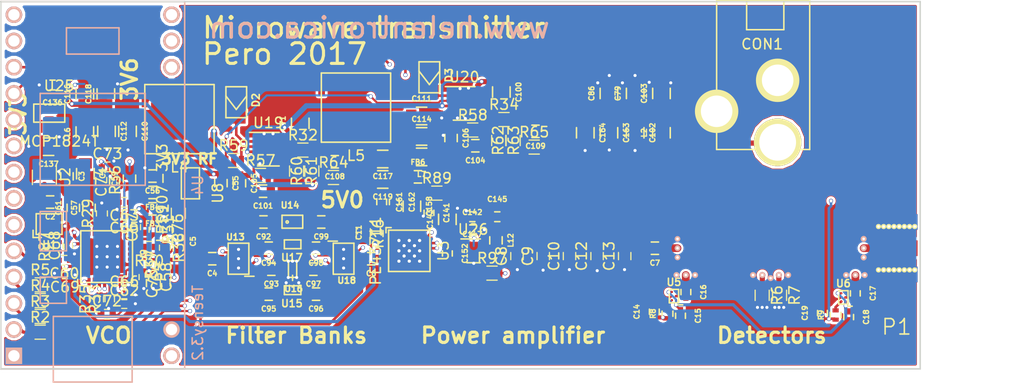
<source format=kicad_pcb>
(kicad_pcb (version 4) (host pcbnew 4.0.6)
  (title_block (title "Microwave Transmitter") (date 2017-02-27) (rev 01) (company "Pero Krivic") (comment 1 "30 - 6000 MHz, 12 dBm transmitter"))
  (layers (0 F.Cu signal) (1 In1.Cu signal) (2 In2.Cu signal) (31 B.Cu signal) (34 B.Paste user hide) (35 F.Paste user hide) (36 B.SilkS user hide) (37 F.SilkS user hide) (38 B.Mask user) (39 F.Mask user) (44 Edge.Cuts user))
  (net 0 "")
  (net 1 /3V3)
  (net 2 GND)
  (net 3 /1V8)
  (net 4 "/Filter Bank/RF_IN")
  (net 5 /VCO/RF_OUT_P)
  (net 6 "Net-(C5-Pad1)")
  (net 7 /VCO/RF_OUT_N)
  (net 8 "/Power Amplifier/RF_IN")
  (net 9 "/Filter Bank/RF_OUT")
  (net 10 "/Power Amplifier/RF_OUT")
  (net 11 "Net-(C11-Pad1)")
  (net 12 /3V6)
  (net 13 /VCO/3V3_RF)
  (net 14 "Net-(C57-Pad1)")
  (net 15 "Net-(C59-Pad1)")
  (net 16 "Net-(C60-Pad1)")
  (net 17 "Net-(C60-Pad2)")
  (net 18 "Net-(C61-Pad1)")
  (net 19 "Net-(C63-Pad1)")
  (net 20 "/Power Supply/12V")
  (net 21 "Net-(C72-Pad1)")
  (net 22 "Net-(C72-Pad2)")
  (net 23 "Net-(C74-Pad1)")
  (net 24 "Net-(C92-Pad1)")
  (net 25 "Net-(C92-Pad2)")
  (net 26 "Net-(C93-Pad1)")
  (net 27 "Net-(C93-Pad2)")
  (net 28 "Net-(C94-Pad1)")
  (net 29 "Net-(C94-Pad2)")
  (net 30 "Net-(C95-Pad1)")
  (net 31 "Net-(C95-Pad2)")
  (net 32 "Net-(C96-Pad1)")
  (net 33 "Net-(C96-Pad2)")
  (net 34 "Net-(C97-Pad1)")
  (net 35 "Net-(C97-Pad2)")
  (net 36 "Net-(C98-Pad1)")
  (net 37 "Net-(C98-Pad2)")
  (net 38 "Net-(C99-Pad1)")
  (net 39 "Net-(C99-Pad2)")
  (net 40 "Net-(C101-Pad1)")
  (net 41 "Net-(C101-Pad2)")
  (net 42 "/Power Supply/12V_IN")
  (net 43 "Net-(C104-Pad1)")
  (net 44 "Net-(C104-Pad2)")
  (net 45 "Net-(C105-Pad1)")
  (net 46 "Net-(C106-Pad1)")
  (net 47 "Net-(C108-Pad1)")
  (net 48 "Net-(C109-Pad1)")
  (net 49 "Net-(C110-Pad1)")
  (net 50 "Net-(C111-Pad1)")
  (net 51 /5V)
  (net 52 "Net-(C145-Pad1)")
  (net 53 "Net-(C152-Pad1)")
  (net 54 "Net-(C152-Pad2)")
  (net 55 "Net-(D2-Pad1)")
  (net 56 "Net-(D3-Pad1)")
  (net 57 "Net-(F3-Pad4)")
  (net 58 "Net-(F3-Pad5)")
  (net 59 "Net-(R29-Pad1)")
  (net 60 "Net-(R30-Pad2)")
  (net 61 "Net-(R31-Pad2)")
  (net 62 "Net-(R32-Pad1)")
  (net 63 "Net-(R33-Pad2)")
  (net 64 "Net-(R34-Pad1)")
  (net 65 "/Power Supply/SYNC_5V")
  (net 66 "/Power Supply/SYNC_3V3")
  (net 67 /CLK_REF)
  (net 68 "Net-(R97-Pad1)")
  (net 69 /PWDN)
  (net 70 /ATT_LE)
  (net 71 /SPI_CLK)
  (net 72 /SPI_DATA)
  (net 73 /SOURCE_LE)
  (net 74 /SOURCE_CE)
  (net 75 /SOURCE_LD)
  (net 76 /SOURCE_RF_ENABLE)
  (net 77 /SOURCE_MUXOUT)
  (net 78 /FILTER_V2)
  (net 79 /FILTER_V1)
  (net 80 /FILTER_V3)
  (net 81 /FILTER_V4)
  (net 82 "/RF Detectors/RF_IN")
  (net 83 /ADC_B)
  (net 84 "/RF Detectors/3V3")
  (net 85 "/RF Detectors/B")
  (net 86 "Net-(C16-Pad2)")
  (net 87 "/RF Detectors/A")
  (net 88 "Net-(C17-Pad2)")
  (net 89 /ADC_A)
  (net 90 /VCO/3V3_PLL)
  (net 91 "/Power Amplifier/PA5V")
  (net 92 "/RF Detectors/RF_OUT")
  (net 93 "Net-(R2-Pad1)")
  (net 94 "Net-(R3-Pad1)")
  (net 95 "Net-(R4-Pad1)")
  (net 96 "Net-(R5-Pad1)")
  (net 97 "Net-(R8-Pad2)")
  (net 98 "Net-(R9-Pad2)")
  (module VNA:3550LP14A300 (layer F.Cu) (at 133.223 117.475)
    (fp_text reference U16 (at 0.5 2.4) (layer F.SilkS) (effects (font (size 0.6 0.6))))
    (fp_text value 3550LP14A300)
    (pad 1 smd rect (at 0 0) (size 0.55 0.25) (layers F.Cu F.Paste F.Mask) (net 2 GND))
    (pad 2 smd rect (at 0 0.5) (size 0.55 0.25) (layers F.Cu F.Paste F.Mask) (net 26 "Net-(C93-Pad1)"))
    (pad 3 smd rect (at 0 1) (size 0.55 0.25) (layers F.Cu F.Paste F.Mask) (net 2 GND))
    (pad 4 smd rect (at 0.8 1) (size 0.55 0.25) (layers F.Cu F.Paste F.Mask) (net 2 GND))
    (pad 5 smd rect (at 0.8 0.5) (size 0.55 0.25) (layers F.Cu F.Paste F.Mask) (net 35 "Net-(C97-Pad2)"))
    (pad 6 smd rect (at 0.8 0) (size 0.55 0.25) (layers F.Cu F.Paste F.Mask) (net 2 GND))
  )
  (module VNA:TQFN-32 (layer F.Cu) (at 115.697 116.7765 90)
    (fp_text reference U9 (at 0.115 3.55 90) (layer F.SilkS) (effects (font (size 0.6 0.6) (thickness 0.125))))
    (fp_text value MAX2871)
    (pad 1 smd rect (at -2.415 -1.75 90) (size 0.75 0.3) (layers F.Cu F.Paste F.Mask) (net 71 /SPI_CLK))
    (pad 2 smd rect (at -2.415 -1.25 90) (size 0.8 0.3) (layers F.Cu F.Paste F.Mask) (net 72 /SPI_DATA))
    (pad 3 smd rect (at -2.415 -0.75 90) (size 0.8 0.3) (layers F.Cu F.Paste F.Mask) (net 73 /SOURCE_LE))
    (pad 4 smd rect (at -2.415 -0.25 90) (size 0.8 0.3) (layers F.Cu F.Paste F.Mask) (net 74 /SOURCE_CE))
    (pad 5 smd rect (at -2.415 0.25 90) (size 0.8 0.3) (layers F.Cu F.Paste F.Mask) (net 63 "Net-(R33-Pad2)"))
    (pad 6 smd rect (at -2.415 0.75 90) (size 0.8 0.3) (layers F.Cu F.Paste F.Mask) (net 90 /VCO/3V3_PLL))
    (pad 7 smd rect (at -2.415 1.25 90) (size 0.8 0.3) (layers F.Cu F.Paste F.Mask) (net 22 "Net-(C72-Pad2)"))
    (pad 8 smd rect (at -2.415 1.75 90) (size 0.75 0.3) (layers F.Cu F.Paste F.Mask) (net 2 GND))
    (pad 17 smd rect (at 2.415 1.75 90) (size 0.75 0.3) (layers F.Cu F.Paste F.Mask) (net 19 "Net-(C63-Pad1)"))
    (pad 18 smd rect (at 2.415 1.25 90) (size 0.8 0.3) (layers F.Cu F.Paste F.Mask) (net 2 GND))
    (pad 19 smd rect (at 2.415 0.75 90) (size 0.8 0.3) (layers F.Cu F.Paste F.Mask) (net 15 "Net-(C59-Pad1)"))
    (pad 20 smd rect (at 2.415 0.25 90) (size 0.8 0.3) (layers F.Cu F.Paste F.Mask) (net 23 "Net-(C74-Pad1)"))
    (pad 21 smd rect (at 2.415 -0.25 90) (size 0.8 0.3) (layers F.Cu F.Paste F.Mask) (net 2 GND))
    (pad 22 smd rect (at 2.415 -0.75 90) (size 0.8 0.3) (layers F.Cu F.Paste F.Mask) (net 59 "Net-(R29-Pad1)"))
    (pad 23 smd rect (at 2.415 -1.25 90) (size 0.8 0.3) (layers F.Cu F.Paste F.Mask) (net 14 "Net-(C57-Pad1)"))
    (pad 24 smd rect (at 2.415 -1.75 90) (size 0.75 0.3) (layers F.Cu F.Paste F.Mask) (net 18 "Net-(C61-Pad1)"))
    (pad 9 smd rect (at -1.75 2.415 180) (size 0.75 0.3) (layers F.Cu F.Paste F.Mask) (net 2 GND))
    (pad EP smd rect (at 0 0 90) (size 3.15 3.15) (layers F.Cu F.Paste F.Mask) (net 2 GND))
    (pad 10 smd rect (at -1.25 2.415 180) (size 0.8 0.3) (layers F.Cu F.Paste F.Mask) (net 90 /VCO/3V3_PLL))
    (pad 11 smd rect (at -0.75 2.415 180) (size 0.8 0.3) (layers F.Cu F.Paste F.Mask) (net 2 GND))
    (pad 12 smd rect (at -0.25 2.415 180) (size 0.8 0.3) (layers F.Cu F.Paste F.Mask) (net 5 /VCO/RF_OUT_P))
    (pad 13 smd rect (at 0.25 2.415 180) (size 0.8 0.3) (layers F.Cu F.Paste F.Mask) (net 7 /VCO/RF_OUT_N))
    (pad 14 smd rect (at 0.75 2.415 180) (size 0.8 0.3) (layers F.Cu F.Paste F.Mask) (net 60 "Net-(R30-Pad2)"))
    (pad 15 smd rect (at 1.25 2.415 180) (size 0.8 0.3) (layers F.Cu F.Paste F.Mask) (net 61 "Net-(R31-Pad2)"))
    (pad 16 smd rect (at 1.75 2.415 180) (size 0.75 0.3) (layers F.Cu F.Paste F.Mask) (net 19 "Net-(C63-Pad1)"))
    (pad 25 smd rect (at 1.75 -2.415 180) (size 0.75 0.3) (layers F.Cu F.Paste F.Mask) (net 75 /SOURCE_LD))
    (pad 26 smd rect (at 1.25 -2.415 180) (size 0.8 0.3) (layers F.Cu F.Paste F.Mask) (net 76 /SOURCE_RF_ENABLE))
    (pad 27 smd rect (at 0.75 -2.415 180) (size 0.8 0.3) (layers F.Cu F.Paste F.Mask) (net 2 GND))
    (pad 28 smd rect (at 0.25 -2.415 180) (size 0.8 0.3) (layers F.Cu F.Paste F.Mask) (net 1 /3V3))
    (pad 29 smd rect (at -0.25 -2.415 180) (size 0.8 0.3) (layers F.Cu F.Paste F.Mask) (net 16 "Net-(C60-Pad1)"))
    (pad 30 smd rect (at -0.75 -2.415 180) (size 0.8 0.3) (layers F.Cu F.Paste F.Mask) (net 77 /SOURCE_MUXOUT))
    (pad 31 smd rect (at -1.25 -2.415 180) (size 0.8 0.3) (layers F.Cu F.Paste F.Mask) (net 2 GND))
    (pad 32 smd rect (at -1.75 -2.415 180) (size 0.75 0.3) (layers F.Cu F.Paste F.Mask) (net 1 /3V3))
    (pad EP thru_hole circle (at 0 0 90) (size 0.5 0.5) (drill 0.3) (layers *.Cu) (net 2 GND))
    (pad EP thru_hole circle (at -1 -1 90) (size 0.5 0.5) (drill 0.3) (layers *.Cu) (net 2 GND))
    (pad EP thru_hole circle (at 1 -1 90) (size 0.5 0.5) (drill 0.3) (layers *.Cu) (net 2 GND))
    (pad EP thru_hole circle (at -1 1 90) (size 0.5 0.5) (drill 0.3) (layers *.Cu) (net 2 GND))
    (pad EP thru_hole circle (at 1 1 90) (size 0.5 0.5) (drill 0.3) (layers *.Cu) (net 2 GND))
    (pad EP thru_hole circle (at 1 0 90) (size 0.5 0.5) (drill 0.3) (layers *.Cu) (net 2 GND))
    (pad EP thru_hole circle (at 0 -1 90) (size 0.5 0.5) (drill 0.3) (layers *.Cu) (net 2 GND))
    (pad EP thru_hole circle (at -1 0 90) (size 0.5 0.5) (drill 0.3) (layers *.Cu) (net 2 GND))
    (pad EP thru_hole circle (at 0 1 90) (size 0.5 0.5) (drill 0.3) (layers *.Cu) (net 2 GND))
  )
  (module Capacitors_SMD:C_0402 (layer F.Cu) (at 111.6076 118.4402 180)
    (fp_text reference C69 (at 0 -1.27 180) (layer F.SilkS))
    (fp_text value 100n)
    (pad 1 smd rect (at -0.55 0 180) (size 0.6 0.5) (layers F.Cu F.Paste F.Mask) (net 1 /3V3))
    (pad 2 smd rect (at 0.55 0 180) (size 0.6 0.5) (layers F.Cu F.Paste F.Mask) (net 2 GND))
  )
  (module VNA:SRR6040A (layer F.Cu) (at 122.936 103.505)
    (fp_text reference L4 (at -0.25 4.6) (layer F.SilkS))
    (fp_text value "33u (SRR6040A-330M)")
    (pad 1 smd rect (at -0.25 -2.9) (size 7.3 1.4) (layers F.Cu F.Paste F.Mask) (net 55 "Net-(D2-Pad1)"))
    (pad 2 smd rect (at -0.25 2.9) (size 7.3 1.4) (layers F.Cu F.Paste F.Mask) (net 49 "Net-(C110-Pad1)"))
    (pad 1 smd rect (at -3.575 -1.7) (size 0.65 1) (layers F.Cu F.Paste F.Mask) (net 55 "Net-(D2-Pad1)"))
    (pad 1 smd rect (at 3.075 -1.7) (size 0.65 1) (layers F.Cu F.Paste F.Mask) (net 55 "Net-(D2-Pad1)"))
    (pad 2 smd rect (at -3.575 1.7) (size 0.65 1) (layers F.Cu F.Paste F.Mask) (net 49 "Net-(C110-Pad1)"))
    (pad 2 smd rect (at 3.075 1.7) (size 0.65 1) (layers F.Cu F.Paste F.Mask) (net 49 "Net-(C110-Pad1)"))
  )
  (module VNA:SOD-123F (layer F.Cu) (at 146.949 99.304 90)
    (fp_text reference D3 (at 0.1 1.8 90) (layer F.SilkS) (effects (font (size 0.7 0.7))))
    (fp_text value SS13FL)
    (pad 1 smd rect (at -1.5 -0.1 90) (size 1.34 1.8) (layers F.Cu F.Paste F.Mask) (net 56 "Net-(D3-Pad1)"))
    (pad 2 smd rect (at 1.36 -0.1 90) (size 1.34 1.8) (layers F.Cu F.Paste F.Mask) (net 2 GND))
  )
  (module Housings_DFN_QFN:DFN-8-1EP_3x3mm_Pitch0.5mm (layer F.Cu) (at 150.2156 101.9302)
    (fp_text reference U20 (at 0 -2.55) (layer F.SilkS))
    (fp_text value L7980)
    (pad 1 smd rect (at -1.4 -0.75) (size 0.7 0.25) (layers F.Cu F.Paste F.Mask) (net 56 "Net-(D3-Pad1)"))
    (pad 2 smd rect (at -1.4 -0.25) (size 0.7 0.25) (layers F.Cu F.Paste F.Mask) (net 65 "/Power Supply/SYNC_5V"))
    (pad 3 smd rect (at -1.4 0.25) (size 0.7 0.25) (layers F.Cu F.Paste F.Mask) (net 20 "/Power Supply/12V"))
    (pad 4 smd rect (at -1.4 0.75) (size 0.7 0.25) (layers F.Cu F.Paste F.Mask) (net 46 "Net-(C106-Pad1)"))
    (pad 5 smd rect (at 1.4 0.75) (size 0.7 0.25) (layers F.Cu F.Paste F.Mask) (net 44 "Net-(C104-Pad2)"))
    (pad 6 smd rect (at 1.4 0.25) (size 0.7 0.25) (layers F.Cu F.Paste F.Mask) (net 64 "Net-(R34-Pad1)"))
    (pad 7 smd rect (at 1.4 -0.25) (size 0.7 0.25) (layers F.Cu F.Paste F.Mask) (net 2 GND))
    (pad 8 smd rect (at 1.4 -0.75) (size 0.7 0.25) (layers F.Cu F.Paste F.Mask) (net 20 "/Power Supply/12V"))
    (pad 9 smd rect (at 0.415 0.595) (size 0.83 1.19) (layers F.Cu F.Paste F.Mask) (net 2 GND))
    (pad 9 smd rect (at 0.415 -0.595) (size 0.83 1.19) (layers F.Cu F.Paste F.Mask) (net 2 GND))
    (pad 9 smd rect (at -0.415 0.595) (size 0.83 1.19) (layers F.Cu F.Paste F.Mask) (net 2 GND))
    (pad 9 smd rect (at -0.415 -0.595) (size 0.83 1.19) (layers F.Cu F.Paste F.Mask) (net 2 GND))
  )
  (module kicad_teensy-master:Teensy30_31_32_LC (layer B.Cu) (at 114.3 109.855 90)
    (fp_text reference U4 (at 0 10.16 90) (layer B.SilkS) (effects (justify mirror)))
    (fp_text value Teensy3.2 (at -13.335 10.16 90) (layer B.SilkS) (effects (justify mirror)))
    (pad 20 thru_hole circle (at 16.51 7.62 90) (size 1.6 1.6) (drill 1.1) (layers *.Cu *.Mask B.SilkS) (net 71 /SPI_CLK))
    (pad 14 thru_hole circle (at 16.51 -7.62 90) (size 1.6 1.6) (drill 1.1) (layers *.Cu *.Mask B.SilkS))
    (pad 21 thru_hole circle (at 13.97 7.62 90) (size 1.6 1.6) (drill 1.1) (layers *.Cu *.Mask B.SilkS) (net 89 /ADC_A))
    (pad 22 thru_hole circle (at 11.43 7.62 90) (size 1.6 1.6) (drill 1.1) (layers *.Cu *.Mask B.SilkS) (net 83 /ADC_B))
    (pad 32 thru_hole circle (at -13.97 7.62 90) (size 1.6 1.6) (drill 1.1) (layers *.Cu *.Mask B.SilkS) (net 2 GND))
    (pad 33 thru_hole circle (at -16.51 7.62 90) (size 1.6 1.6) (drill 1.1) (layers *.Cu *.Mask B.SilkS))
    (pad 13 thru_hole circle (at 13.97 -7.62 90) (size 1.6 1.6) (drill 1.1) (layers *.Cu *.Mask B.SilkS) (net 72 /SPI_DATA))
    (pad 12 thru_hole circle (at 11.43 -7.62 90) (size 1.6 1.6) (drill 1.1) (layers *.Cu *.Mask B.SilkS) (net 70 /ATT_LE))
    (pad 11 thru_hole circle (at 8.89 -7.62 90) (size 1.6 1.6) (drill 1.1) (layers *.Cu *.Mask B.SilkS) (net 69 /PWDN))
    (pad 10 thru_hole circle (at 6.35 -7.62 90) (size 1.6 1.6) (drill 1.1) (layers *.Cu *.Mask B.SilkS) (net 75 /SOURCE_LD))
    (pad 9 thru_hole circle (at 3.81 -7.62 90) (size 1.6 1.6) (drill 1.1) (layers *.Cu *.Mask B.SilkS) (net 76 /SOURCE_RF_ENABLE))
    (pad 8 thru_hole circle (at 1.27 -7.62 90) (size 1.6 1.6) (drill 1.1) (layers *.Cu *.Mask B.SilkS) (net 77 /SOURCE_MUXOUT))
    (pad 7 thru_hole circle (at -1.27 -7.62 90) (size 1.6 1.6) (drill 1.1) (layers *.Cu *.Mask B.SilkS) (net 73 /SOURCE_LE))
    (pad 6 thru_hole circle (at -3.81 -7.62 90) (size 1.6 1.6) (drill 1.1) (layers *.Cu *.Mask B.SilkS) (net 74 /SOURCE_CE))
    (pad 5 thru_hole circle (at -6.35 -7.62 90) (size 1.6 1.6) (drill 1.1) (layers *.Cu *.Mask B.SilkS) (net 96 "Net-(R5-Pad1)"))
    (pad 4 thru_hole circle (at -8.89 -7.62 90) (size 1.6 1.6) (drill 1.1) (layers *.Cu *.Mask B.SilkS) (net 95 "Net-(R4-Pad1)"))
    (pad 3 thru_hole circle (at -11.43 -7.62 90) (size 1.6 1.6) (drill 1.1) (layers *.Cu *.Mask B.SilkS) (net 94 "Net-(R3-Pad1)"))
    (pad 2 thru_hole circle (at -13.97 -7.62 90) (size 1.6 1.6) (drill 1.1) (layers *.Cu *.Mask B.SilkS) (net 93 "Net-(R2-Pad1)"))
    (pad 1 thru_hole rect (at -16.51 -7.62 90) (size 1.6 1.6) (drill 1.1) (layers *.Cu *.Mask B.SilkS) (net 2 GND))
  )
  (module VNA:C_0805b (layer F.Cu) (at 113.5888 108.7374 270)
    (fp_text reference C1 (at 0 -1.675 270) (layer F.SilkS) (effects (font (size 0.5 0.5) (thickness 0.125))))
    (fp_text value DNP)
    (pad 1 smd rect (at -1 0 270) (size 1 1.25) (layers F.Cu F.Paste F.Mask) (net 1 /3V3))
    (pad 2 smd rect (at 1 0 270) (size 1 1.25) (layers F.Cu F.Paste F.Mask) (net 2 GND))
  )
  (module Capacitors_SMD:C_0603 (layer F.Cu) (at 155.321 116.713 90)
    (fp_text reference C8 (at 0 -1.5 90) (layer F.SilkS))
    (fp_text value C)
    (pad 1 smd rect (at -0.75 0 90) (size 0.8 0.75) (layers F.Cu F.Paste F.Mask) (net 2 GND))
    (pad 2 smd rect (at 0.75 0 90) (size 0.8 0.75) (layers F.Cu F.Paste F.Mask) (net 10 "/Power Amplifier/RF_OUT"))
  )
  (module Capacitors_SMD:C_0603 (layer F.Cu) (at 157.861 116.713 90)
    (fp_text reference C9 (at 0 -1.5 90) (layer F.SilkS))
    (fp_text value C)
    (pad 1 smd rect (at -0.75 0 90) (size 0.8 0.75) (layers F.Cu F.Paste F.Mask) (net 2 GND))
    (pad 2 smd rect (at 0.75 0 90) (size 0.8 0.75) (layers F.Cu F.Paste F.Mask) (net 10 "/Power Amplifier/RF_OUT"))
  )
  (module Capacitors_SMD:C_0603 (layer F.Cu) (at 160.401 116.713 90)
    (fp_text reference C10 (at 0 -1.5 90) (layer F.SilkS))
    (fp_text value C)
    (pad 1 smd rect (at -0.75 0 90) (size 0.8 0.75) (layers F.Cu F.Paste F.Mask) (net 2 GND))
    (pad 2 smd rect (at 0.75 0 90) (size 0.8 0.75) (layers F.Cu F.Paste F.Mask) (net 10 "/Power Amplifier/RF_OUT"))
  )
  (module VNA:C_0402b (layer F.Cu) (at 141.732 114.427 90)
    (fp_text reference C11 (at 0 -1.7 90) (layer F.SilkS) (effects (font (size 0.5 0.5) (thickness 0.125))))
    (fp_text value 100n)
    (pad 1 smd rect (at -0.55 0 90) (size 0.6 0.5) (layers F.Cu F.Paste F.Mask) (net 11 "Net-(C11-Pad1)"))
    (pad 2 smd rect (at 0.55 0 90) (size 0.6 0.5) (layers F.Cu F.Paste F.Mask) (net 2 GND))
  )
  (module Capacitors_SMD:C_0603 (layer F.Cu) (at 163.068 116.713 90)
    (fp_text reference C12 (at 0 -1.5 90) (layer F.SilkS))
    (fp_text value C)
    (pad 1 smd rect (at -0.75 0 90) (size 0.8 0.75) (layers F.Cu F.Paste F.Mask) (net 2 GND))
    (pad 2 smd rect (at 0.75 0 90) (size 0.8 0.75) (layers F.Cu F.Paste F.Mask) (net 10 "/Power Amplifier/RF_OUT"))
  )
  (module VNA:C_0603b (layer F.Cu) (at 126.6952 109.6518 270)
    (fp_text reference C55 (at 0 -1.425 270) (layer F.SilkS) (effects (font (size 0.5 0.5) (thickness 0.125))))
    (fp_text value 1u)
    (pad 1 smd rect (at -0.75 0 270) (size 0.8 0.75) (layers F.Cu F.Paste F.Mask) (net 12 /3V6))
    (pad 2 smd rect (at 0.75 0 270) (size 0.8 0.75) (layers F.Cu F.Paste F.Mask) (net 2 GND))
  )
  (module VNA:C_0603b (layer F.Cu) (at 120.0785 108.966 180)
    (fp_text reference C56 (at 0 -1.425 180) (layer F.SilkS) (effects (font (size 0.5 0.5) (thickness 0.125))))
    (fp_text value 1u)
    (pad 1 smd rect (at -0.75 0 180) (size 0.8 0.75) (layers F.Cu F.Paste F.Mask) (net 13 /VCO/3V3_RF))
    (pad 2 smd rect (at 0.75 0 180) (size 0.8 0.75) (layers F.Cu F.Paste F.Mask) (net 2 GND))
  )
  (module VNA:C_0603b (layer F.Cu) (at 113.9444 112.0394 90)
    (fp_text reference C57 (at 0 -1.425 90) (layer F.SilkS) (effects (font (size 0.5 0.5) (thickness 0.125))))
    (fp_text value 1u)
    (pad 1 smd rect (at -0.75 0 90) (size 0.8 0.75) (layers F.Cu F.Paste F.Mask) (net 14 "Net-(C57-Pad1)"))
    (pad 2 smd rect (at 0.75 0 90) (size 0.8 0.75) (layers F.Cu F.Paste F.Mask) (net 2 GND))
  )
  (module VNA:C_0603b (layer F.Cu) (at 117.856 109.22 90)
    (fp_text reference C59 (at 0 -1.425 90) (layer F.SilkS) (effects (font (size 0.5 0.5) (thickness 0.125))))
    (fp_text value 1u)
    (pad 1 smd rect (at -0.75 0 90) (size 0.8 0.75) (layers F.Cu F.Paste F.Mask) (net 15 "Net-(C59-Pad1)"))
    (pad 2 smd rect (at 0.75 0 90) (size 0.8 0.75) (layers F.Cu F.Paste F.Mask) (net 2 GND))
  )
  (module VNA:C_0603b (layer F.Cu) (at 112.4204 112.0394 90)
    (fp_text reference C61 (at 0 -1.425 90) (layer F.SilkS) (effects (font (size 0.5 0.5) (thickness 0.125))))
    (fp_text value 1u)
    (pad 1 smd rect (at -0.75 0 90) (size 0.8 0.75) (layers F.Cu F.Paste F.Mask) (net 18 "Net-(C61-Pad1)"))
    (pad 2 smd rect (at 0.75 0 90) (size 0.8 0.75) (layers F.Cu F.Paste F.Mask) (net 2 GND))
  )
  (module VNA:C_0805b (layer F.Cu) (at 134.366 103.8606 90)
    (fp_text reference C71 (at 0 -1.675 90) (layer F.SilkS) (effects (font (size 0.5 0.5) (thickness 0.125))))
    (fp_text value 10u)
    (pad 1 smd rect (at -1 0 90) (size 1 1.25) (layers F.Cu F.Paste F.Mask) (net 20 "/Power Supply/12V"))
    (pad 2 smd rect (at 1 0 90) (size 1 1.25) (layers F.Cu F.Paste F.Mask) (net 2 GND))
  )
  (module VNA:C_0805b (layer F.Cu) (at 166.751 100.965 90)
    (fp_text reference C79 (at 0 -1.675 90) (layer F.SilkS) (effects (font (size 0.5 0.5) (thickness 0.125))))
    (fp_text value DNP)
    (pad 1 smd rect (at -1 0 90) (size 1 1.25) (layers F.Cu F.Paste F.Mask) (net 20 "/Power Supply/12V"))
    (pad 2 smd rect (at 1 0 90) (size 1 1.25) (layers F.Cu F.Paste F.Mask) (net 2 GND))
  )
  (module VNA:C_0805b (layer F.Cu) (at 164.211 100.965 90)
    (fp_text reference C86 (at 0 -1.675 90) (layer F.SilkS) (effects (font (size 0.5 0.5) (thickness 0.125))))
    (fp_text value DNP)
    (pad 1 smd rect (at -1 0 90) (size 1 1.25) (layers F.Cu F.Paste F.Mask) (net 20 "/Power Supply/12V"))
    (pad 2 smd rect (at 1 0 90) (size 1 1.25) (layers F.Cu F.Paste F.Mask) (net 2 GND))
  )
  (module VNA:C_0805b (layer F.Cu) (at 153.8097 100.8253 270)
    (fp_text reference C100 (at 0 -1.675 270) (layer F.SilkS) (effects (font (size 0.5 0.5) (thickness 0.125))))
    (fp_text value 10u)
    (pad 1 smd rect (at -1 0 270) (size 1 1.25) (layers F.Cu F.Paste F.Mask) (net 20 "/Power Supply/12V"))
    (pad 2 smd rect (at 1 0 270) (size 1 1.25) (layers F.Cu F.Paste F.Mask) (net 2 GND))
  )
  (module VNA:C_0805b (layer F.Cu) (at 166.751 104.775 270)
    (fp_text reference C102 (at 0 -1.675 270) (layer F.SilkS) (effects (font (size 0.5 0.5) (thickness 0.125))))
    (fp_text value 10u)
    (pad 1 smd rect (at -1 0 270) (size 1 1.25) (layers F.Cu F.Paste F.Mask) (net 42 "/Power Supply/12V_IN"))
    (pad 2 smd rect (at 1 0 270) (size 1 1.25) (layers F.Cu F.Paste F.Mask) (net 2 GND))
  )
  (module VNA:C_0805b (layer F.Cu) (at 169.291 100.965 90)
    (fp_text reference C103 (at 0 -1.675 90) (layer F.SilkS) (effects (font (size 0.5 0.5) (thickness 0.125))))
    (fp_text value 10u)
    (pad 1 smd rect (at -1 0 90) (size 1 1.25) (layers F.Cu F.Paste F.Mask) (net 20 "/Power Supply/12V"))
    (pad 2 smd rect (at 1 0 90) (size 1 1.25) (layers F.Cu F.Paste F.Mask) (net 2 GND))
  )
  (module VNA:C_0805b (layer F.Cu) (at 117.6655 104.6353 270)
    (fp_text reference C110 (at 0 -1.675 270) (layer F.SilkS) (effects (font (size 0.5 0.5) (thickness 0.125))))
    (fp_text value 10u)
    (pad 1 smd rect (at -1 0 270) (size 1 1.25) (layers F.Cu F.Paste F.Mask) (net 49 "Net-(C110-Pad1)"))
    (pad 2 smd rect (at 1 0 270) (size 1 1.25) (layers F.Cu F.Paste F.Mask) (net 2 GND))
  )
  (module VNA:C_0805b (layer F.Cu) (at 146.1008 103.1494)
    (fp_text reference C111 (at 0 -1.675) (layer F.SilkS) (effects (font (size 0.5 0.5) (thickness 0.125))))
    (fp_text value 10u)
    (pad 1 smd rect (at -1 0) (size 1 1.25) (layers F.Cu F.Paste F.Mask) (net 50 "Net-(C111-Pad1)"))
    (pad 2 smd rect (at 1 0) (size 1 1.25) (layers F.Cu F.Paste F.Mask) (net 2 GND))
  )
  (module VNA:C_0805b (layer F.Cu) (at 115.6335 104.6353 270)
    (fp_text reference C112 (at 0 -1.675 270) (layer F.SilkS) (effects (font (size 0.5 0.5) (thickness 0.125))))
    (fp_text value 10u)
    (pad 1 smd rect (at -1 0 270) (size 1 1.25) (layers F.Cu F.Paste F.Mask) (net 49 "Net-(C110-Pad1)"))
    (pad 2 smd rect (at 1 0 270) (size 1 1.25) (layers F.Cu F.Paste F.Mask) (net 2 GND))
  )
  (module VNA:C_0805b (layer F.Cu) (at 146.1008 105.1306)
    (fp_text reference C114 (at 0 -1.675) (layer F.SilkS) (effects (font (size 0.5 0.5) (thickness 0.125))))
    (fp_text value 10u)
    (pad 1 smd rect (at -1 0) (size 1 1.25) (layers F.Cu F.Paste F.Mask) (net 50 "Net-(C111-Pad1)"))
    (pad 2 smd rect (at 1 0) (size 1 1.25) (layers F.Cu F.Paste F.Mask) (net 2 GND))
  )
  (module VNA:C_0805b (layer F.Cu) (at 113.538 101.0158 90)
    (fp_text reference C116 (at 0 -1.675 90) (layer F.SilkS) (effects (font (size 0.5 0.5) (thickness 0.125))))
    (fp_text value 10u)
    (pad 1 smd rect (at -1 0 90) (size 1 1.25) (layers F.Cu F.Paste F.Mask) (net 12 /3V6))
    (pad 2 smd rect (at 1 0 90) (size 1 1.25) (layers F.Cu F.Paste F.Mask) (net 2 GND))
  )
  (module VNA:C_0805b (layer F.Cu) (at 142.3416 107.315 180)
    (fp_text reference C117 (at 0 -1.675 180) (layer F.SilkS) (effects (font (size 0.5 0.5) (thickness 0.125))))
    (fp_text value 10u)
    (pad 1 smd rect (at -1 0 180) (size 1 1.25) (layers F.Cu F.Paste F.Mask) (net 51 /5V))
    (pad 2 smd rect (at 1 0 180) (size 1 1.25) (layers F.Cu F.Paste F.Mask) (net 2 GND))
  )
  (module VNA:C_0805b (layer F.Cu) (at 115.57 101.0158 90)
    (fp_text reference C118 (at 0 -1.675 90) (layer F.SilkS) (effects (font (size 0.5 0.5) (thickness 0.125))))
    (fp_text value 10u)
    (pad 1 smd rect (at -1 0 90) (size 1 1.25) (layers F.Cu F.Paste F.Mask) (net 12 /3V6))
    (pad 2 smd rect (at 1 0 90) (size 1 1.25) (layers F.Cu F.Paste F.Mask) (net 2 GND))
  )
  (module VNA:C_0805b (layer F.Cu) (at 142.3416 109.2962 180)
    (fp_text reference C119 (at 0 -1.675 180) (layer F.SilkS) (effects (font (size 0.5 0.5) (thickness 0.125))))
    (fp_text value 10u)
    (pad 1 smd rect (at -1 0 180) (size 1 1.25) (layers F.Cu F.Paste F.Mask) (net 51 /5V))
    (pad 2 smd rect (at 1 0 180) (size 1 1.25) (layers F.Cu F.Paste F.Mask) (net 2 GND))
  )
  (module VNA:C_0402b (layer F.Cu) (at 110.4138 100.1522 180)
    (fp_text reference C136 (at 0 -1.7 180) (layer F.SilkS) (effects (font (size 0.5 0.5) (thickness 0.125))))
    (fp_text value 100n)
    (pad 1 smd rect (at -0.55 0 180) (size 0.6 0.5) (layers F.Cu F.Paste F.Mask) (net 12 /3V6))
    (pad 2 smd rect (at 0.55 0 180) (size 0.6 0.5) (layers F.Cu F.Paste F.Mask) (net 2 GND))
  )
  (module VNA:C_0805b (layer F.Cu) (at 110.0328 106.1212 180)
    (fp_text reference C137 (at 0 -1.675 180) (layer F.SilkS) (effects (font (size 0.5 0.5) (thickness 0.125))))
    (fp_text value 10u)
    (pad 1 smd rect (at -1 0 180) (size 1 1.25) (layers F.Cu F.Paste F.Mask) (net 1 /3V3))
    (pad 2 smd rect (at 1 0 180) (size 1 1.25) (layers F.Cu F.Paste F.Mask) (net 2 GND))
  )
  (module VNA:C_0402b (layer F.Cu) (at 146.812 112.522 270)
    (fp_text reference C141 (at 0 -1.7 270) (layer F.SilkS) (effects (font (size 0.5 0.5) (thickness 0.125))))
    (fp_text value 100n)
    (pad 1 smd rect (at -0.55 0 270) (size 0.6 0.5) (layers F.Cu F.Paste F.Mask) (net 51 /5V))
    (pad 2 smd rect (at 0.55 0 270) (size 0.6 0.5) (layers F.Cu F.Paste F.Mask) (net 2 GND))
  )
  (module VNA:C_0402b (layer F.Cu) (at 151.003 114.173)
    (fp_text reference C142 (at 0 -1.7) (layer F.SilkS) (effects (font (size 0.5 0.5) (thickness 0.125))))
    (fp_text value 100n)
    (pad 1 smd rect (at -0.55 0) (size 0.6 0.5) (layers F.Cu F.Paste F.Mask) (net 91 "/Power Amplifier/PA5V"))
    (pad 2 smd rect (at 0.55 0) (size 0.6 0.5) (layers F.Cu F.Paste F.Mask) (net 2 GND))
  )
  (module VNA:C_0805b (layer F.Cu) (at 148.59 113.157 90)
    (fp_text reference C143 (at 0 -1.675 90) (layer F.SilkS) (effects (font (size 0.5 0.5) (thickness 0.125))))
    (fp_text value 10u)
    (pad 1 smd rect (at -1 0 90) (size 1 1.25) (layers F.Cu F.Paste F.Mask) (net 91 "/Power Amplifier/PA5V"))
    (pad 2 smd rect (at 1 0 90) (size 1 1.25) (layers F.Cu F.Paste F.Mask) (net 2 GND))
  )
  (module VNA:C_0402b (layer F.Cu) (at 153.416 112.903)
    (fp_text reference C145 (at 0 -1.7) (layer F.SilkS) (effects (font (size 0.5 0.5) (thickness 0.125))))
    (fp_text value 10p)
    (pad 1 smd rect (at -0.55 0) (size 0.6 0.5) (layers F.Cu F.Paste F.Mask) (net 52 "Net-(C145-Pad1)"))
    (pad 2 smd rect (at 0.55 0) (size 0.6 0.5) (layers F.Cu F.Paste F.Mask) (net 2 GND))
  )
  (module VNA:C_0402b (layer F.Cu) (at 151.003 112.903 180)
    (fp_text reference C147 (at 0 -1.7 180) (layer F.SilkS) (effects (font (size 0.5 0.5) (thickness 0.125))))
    (fp_text value 10n)
    (pad 1 smd rect (at -0.55 0 180) (size 0.6 0.5) (layers F.Cu F.Paste F.Mask) (net 52 "Net-(C145-Pad1)"))
    (pad 2 smd rect (at 0.55 0 180) (size 0.6 0.5) (layers F.Cu F.Paste F.Mask) (net 2 GND))
  )
  (module VNA:C_0402b (layer F.Cu) (at 148.59 116.459 270)
    (fp_text reference C152 (at 0 -1.7 270) (layer F.SilkS) (effects (font (size 0.5 0.5) (thickness 0.125))))
    (fp_text value 1n)
    (pad 1 smd rect (at -0.55 0 270) (size 0.6 0.5) (layers F.Cu F.Paste F.Mask) (net 53 "Net-(C152-Pad1)"))
    (pad 2 smd rect (at 0.55 0 270) (size 0.6 0.5) (layers F.Cu F.Paste F.Mask) (net 54 "Net-(C152-Pad2)"))
  )
  (module VNA:C_0805b (layer F.Cu) (at 145.161 111.887 270)
    (fp_text reference C158 (at 0 -1.675 270) (layer F.SilkS) (effects (font (size 0.5 0.5) (thickness 0.125))))
    (fp_text value DNP)
    (pad 1 smd rect (at -1 0 270) (size 1 1.25) (layers F.Cu F.Paste F.Mask) (net 51 /5V))
    (pad 2 smd rect (at 1 0 270) (size 1 1.25) (layers F.Cu F.Paste F.Mask) (net 2 GND))
  )
  (module VNA:C_0402b (layer F.Cu) (at 142.24 111.4806 270)
    (fp_text reference C161 (at 0 -1.7 270) (layer F.SilkS) (effects (font (size 0.5 0.5) (thickness 0.125))))
    (fp_text value DNP)
    (pad 1 smd rect (at -0.55 0 270) (size 0.6 0.5) (layers F.Cu F.Paste F.Mask) (net 51 /5V))
    (pad 2 smd rect (at 0.55 0 270) (size 0.6 0.5) (layers F.Cu F.Paste F.Mask) (net 2 GND))
  )
  (module VNA:C_0402b (layer F.Cu) (at 143.4592 111.4806 270)
    (fp_text reference C162 (at 0 -1.7 270) (layer F.SilkS) (effects (font (size 0.5 0.5) (thickness 0.125))))
    (fp_text value DNP)
    (pad 1 smd rect (at -0.55 0 270) (size 0.6 0.5) (layers F.Cu F.Paste F.Mask) (net 51 /5V))
    (pad 2 smd rect (at 0.55 0 270) (size 0.6 0.5) (layers F.Cu F.Paste F.Mask) (net 2 GND))
  )
  (module VNA:C_0805b (layer F.Cu) (at 164.211 104.775 270)
    (fp_text reference C163 (at 0 -1.675 270) (layer F.SilkS) (effects (font (size 0.5 0.5) (thickness 0.125))))
    (fp_text value DNP)
    (pad 1 smd rect (at -1 0 270) (size 1 1.25) (layers F.Cu F.Paste F.Mask) (net 42 "/Power Supply/12V_IN"))
    (pad 2 smd rect (at 1 0 270) (size 1 1.25) (layers F.Cu F.Paste F.Mask) (net 2 GND))
  )
  (module VNA:C_0805b (layer F.Cu) (at 161.925 104.775 270)
    (fp_text reference C164 (at 0 -1.675 270) (layer F.SilkS) (effects (font (size 0.5 0.5) (thickness 0.125))))
    (fp_text value DNP)
    (pad 1 smd rect (at -1 0 270) (size 1 1.25) (layers F.Cu F.Paste F.Mask) (net 42 "/Power Supply/12V_IN"))
    (pad 2 smd rect (at 1 0 270) (size 1 1.25) (layers F.Cu F.Paste F.Mask) (net 2 GND))
  )
  (module VNA:EJ508A (layer F.Cu) (at 174.625 99.695 180)
    (fp_text reference CON1 (at -4.4 3.5 180) (layer F.SilkS))
    (fp_text value BARREL_JACK)
    (pad 3 thru_hole circle (at 0 -3 180) (size 4.2 4.2) (drill 3.05) (layers *.Cu *.Mask F.SilkS) (net 2 GND))
    (pad 1 thru_hole circle (at -5.9 -6 180) (size 4.6 4.6) (drill 3.56) (layers *.Cu *.Mask F.SilkS) (net 42 "/Power Supply/12V_IN"))
    (pad 2 thru_hole circle (at -5.9 0 180) (size 4.2 4.2) (drill 3.05) (layers *.Cu *.Mask F.SilkS) (net 2 GND))
  )
  (module VNA:SOD-123F (layer F.Cu) (at 128.28 101.717 90)
    (fp_text reference D2 (at 0.1 1.8 90) (layer F.SilkS) (effects (font (size 0.7 0.7))))
    (fp_text value SS13FL)
    (pad 1 smd rect (at -1.5 -0.1 90) (size 1.34 1.8) (layers F.Cu F.Paste F.Mask) (net 55 "Net-(D2-Pad1)"))
    (pad 2 smd rect (at 1.36 -0.1 90) (size 1.34 1.8) (layers F.Cu F.Paste F.Mask) (net 2 GND))
  )
  (module VNA:coupler4 (layer B.Cu) (at 179.842 117.1475)
    (fp_text reference F3 hide)
    (fp_text value COUPLER hide)
    (pad 1 thru_hole circle (at -9 -1.2) (size 0.55 0.55) (drill 0.26) (layers *.Cu *.Mask B.SilkS) (net 82 "/RF Detectors/RF_IN"))
    (pad GND thru_hole circle (at -9 -0.3) (size 0.55 0.55) (drill 0.26) (layers *.Cu *.Mask B.SilkS) (net 2 GND))
    (pad GND thru_hole circle (at -9 -2.1) (size 0.55 0.55) (drill 0.26) (layers *.Cu *.Mask B.SilkS) (net 2 GND))
    (pad 2 thru_hole circle (at 9 -1.2) (size 0.58 0.58) (drill 0.26) (layers *.Cu *.Mask B.SilkS) (net 92 "/RF Detectors/RF_OUT"))
    (pad GND thru_hole circle (at 9 -0.3) (size 0.58 0.58) (drill 0.26) (layers *.Cu *.Mask B.SilkS) (net 2 GND))
    (pad GND thru_hole circle (at 9 -2.1) (size 0.58 0.58) (drill 0.26) (layers *.Cu *.Mask B.SilkS) (net 2 GND))
    (pad 3 thru_hole circle (at -8.2 1.4) (size 0.58 0.58) (drill 0.26) (layers *.Cu *.Mask B.SilkS) (net 85 "/RF Detectors/B"))
    (pad 4 thru_hole circle (at -0.8 1.4) (size 0.58 0.58) (drill 0.26) (layers *.Cu *.Mask B.SilkS) (net 57 "Net-(F3-Pad4)"))
    (pad 5 thru_hole circle (at 0.8 1.4) (size 0.58 0.58) (drill 0.26) (layers *.Cu *.Mask B.SilkS) (net 58 "Net-(F3-Pad5)"))
    (pad 6 thru_hole circle (at 8.2 1.4) (size 0.58 0.58) (drill 0.26) (layers *.Cu *.Mask B.SilkS) (net 87 "/RF Detectors/A"))
    (pad GND thru_hole circle (at 0 1.7) (size 0.58 0.58) (drill 0.26) (layers *.Cu *.Mask B.SilkS) (net 2 GND))
    (pad GND thru_hole circle (at -1.7 1.4) (size 0.58 0.58) (drill 0.26) (layers *.Cu *.Mask B.SilkS) (net 2 GND))
    (pad GND thru_hole circle (at 1.7 1.4) (size 0.58 0.58) (drill 0.26) (layers *.Cu *.Mask B.SilkS) (net 2 GND))
    (pad GND thru_hole circle (at 9.1 1.4) (size 0.58 0.58) (drill 0.26) (layers *.Cu *.Mask B.SilkS) (net 2 GND))
    (pad GND thru_hole circle (at 7.3 1.4) (size 0.58 0.58) (drill 0.26) (layers *.Cu *.Mask B.SilkS) (net 2 GND))
    (pad GND thru_hole circle (at -7.3 1.4) (size 0.58 0.58) (drill 0.26) (layers *.Cu *.Mask B.SilkS) (net 2 GND))
    (pad GND thru_hole circle (at -9.1 1.4) (size 0.58 0.58) (drill 0.26) (layers *.Cu *.Mask B.SilkS) (net 2 GND))
  )
  (module VNA:C_0603b (layer F.Cu) (at 120.0785 112.141 180)
    (fp_text reference FB3 (at 0 -1.425 180) (layer F.SilkS) (effects (font (size 0.5 0.5) (thickness 0.125))))
    (fp_text value BLM18PG181SN1D)
    (pad 1 smd rect (at -0.75 0 180) (size 0.8 0.75) (layers F.Cu F.Paste F.Mask) (net 13 /VCO/3V3_RF))
    (pad 2 smd rect (at 0.75 0 180) (size 0.8 0.75) (layers F.Cu F.Paste F.Mask) (net 90 /VCO/3V3_PLL))
  )
  (module VNA:C_0603b (layer F.Cu) (at 120.0785 110.5535 180)
    (fp_text reference FB4 (at 0 -1.425 180) (layer F.SilkS) (effects (font (size 0.5 0.5) (thickness 0.125))))
    (fp_text value BLM18PG181SN1D)
    (pad 1 smd rect (at -0.75 0 180) (size 0.8 0.75) (layers F.Cu F.Paste F.Mask) (net 13 /VCO/3V3_RF))
    (pad 2 smd rect (at 0.75 0 180) (size 0.8 0.75) (layers F.Cu F.Paste F.Mask) (net 19 "Net-(C63-Pad1)"))
  )
  (module VNA:C_0603b (layer F.Cu) (at 145.7452 109.0422)
    (fp_text reference FB6 (at 0 -1.425) (layer F.SilkS) (effects (font (size 0.5 0.5) (thickness 0.125))))
    (fp_text value BLM18PG181SN1D)
    (pad 1 smd rect (at -0.75 0) (size 0.8 0.75) (layers F.Cu F.Paste F.Mask) (net 51 /5V))
    (pad 2 smd rect (at 0.75 0) (size 0.8 0.75) (layers F.Cu F.Paste F.Mask) (net 91 "/Power Amplifier/PA5V"))
  )
  (module VNA:C_0805b (layer F.Cu) (at 169.291 104.775 90)
    (fp_text reference L2 (at 0 -1.675 90) (layer F.SilkS) (effects (font (size 0.5 0.5) (thickness 0.125))))
    (fp_text value 1u)
    (pad 1 smd rect (at -1 0 90) (size 1 1.25) (layers F.Cu F.Paste F.Mask) (net 42 "/Power Supply/12V_IN"))
    (pad 2 smd rect (at 1 0 90) (size 1 1.25) (layers F.Cu F.Paste F.Mask) (net 20 "/Power Supply/12V"))
  )
  (module VNA:SRR6040A (layer F.Cu) (at 140.0048 102.3874)
    (fp_text reference L5 (at -0.25 4.6) (layer F.SilkS))
    (fp_text value "100u (SRR6040A-101M)")
    (pad 1 smd rect (at -0.25 -2.9) (size 7.3 1.4) (layers F.Cu F.Paste F.Mask) (net 56 "Net-(D3-Pad1)"))
    (pad 2 smd rect (at -0.25 2.9) (size 7.3 1.4) (layers F.Cu F.Paste F.Mask) (net 50 "Net-(C111-Pad1)"))
    (pad 1 smd rect (at -3.575 -1.7) (size 0.65 1) (layers F.Cu F.Paste F.Mask) (net 56 "Net-(D3-Pad1)"))
    (pad 1 smd rect (at 3.075 -1.7) (size 0.65 1) (layers F.Cu F.Paste F.Mask) (net 56 "Net-(D3-Pad1)"))
    (pad 2 smd rect (at -3.575 1.7) (size 0.65 1) (layers F.Cu F.Paste F.Mask) (net 50 "Net-(C111-Pad1)"))
    (pad 2 smd rect (at 3.075 1.7) (size 0.65 1) (layers F.Cu F.Paste F.Mask) (net 50 "Net-(C111-Pad1)"))
  )
  (module VNA:C_0805b (layer F.Cu) (at 113.538 104.6988 90)
    (fp_text reference L6 (at 0 -1.675 90) (layer F.SilkS) (effects (font (size 0.5 0.5) (thickness 0.125))))
    (fp_text value 1u)
    (pad 1 smd rect (at -1 0 90) (size 1 1.25) (layers F.Cu F.Paste F.Mask) (net 49 "Net-(C110-Pad1)"))
    (pad 2 smd rect (at 1 0 90) (size 1 1.25) (layers F.Cu F.Paste F.Mask) (net 12 /3V6))
  )
  (module VNA:C_0805b (layer F.Cu) (at 146.1008 107.1118 180)
    (fp_text reference L7 (at 0 -1.675 180) (layer F.SilkS) (effects (font (size 0.5 0.5) (thickness 0.125))))
    (fp_text value 1u)
    (pad 1 smd rect (at -1 0 180) (size 1 1.25) (layers F.Cu F.Paste F.Mask) (net 50 "Net-(C111-Pad1)"))
    (pad 2 smd rect (at 1 0 180) (size 1 1.25) (layers F.Cu F.Paste F.Mask) (net 51 /5V))
  )
  (module VNA:C_0603b (layer F.Cu) (at 153.289 115.189 270)
    (fp_text reference L12 (at 0 -1.425 270) (layer F.SilkS) (effects (font (size 0.5 0.5) (thickness 0.125))))
    (fp_text value LQW18ANR10J00D hide)
    (pad 1 smd rect (at -0.75 0 270) (size 0.8 0.75) (layers F.Cu F.Paste F.Mask) (net 52 "Net-(C145-Pad1)"))
    (pad 2 smd rect (at 0.75 0 270) (size 0.8 0.75) (layers F.Cu F.Paste F.Mask) (net 10 "/Power Amplifier/RF_OUT"))
  )
  (module VNA:CONSMA003.062 (layer F.Cu) (at 192.024 115.951)
    (fp_text reference P1 (at 0 7.62) (layer F.SilkS) (effects (font (size 1.5 1.5))))
    (fp_text value SMA hide)
    (pad 1 smd rect (at 0 0) (size 4.06 1.52) (layers F.Cu F.Paste F.Mask) (net 92 "/RF Detectors/RF_OUT"))
    (pad 2 smd rect (at 0 -2.54) (size 4.06 1.52) (layers F.Cu F.Paste F.Mask) (net 2 GND) (thermal_gap 0.3))
    (pad 2 smd rect (at 0 2.54) (size 4.06 1.52) (layers F.Cu F.Paste F.Mask) (net 2 GND) (thermal_gap 0.3))
    (pad 2 smd rect (at 0 -2.54) (size 4.06 1.52) (layers B.Cu) (net 2 GND) (thermal_gap 0.3))
    (pad 2 smd rect (at 0 2.54) (size 4.06 1.52) (layers B.Cu) (net 2 GND) (thermal_gap 0.3))
    (pad 2 thru_hole circle (at 1.75 -2.1) (size 0.5 0.5) (drill 0.25) (layers *.Cu *.Mask F.SilkS) (net 2 GND))
    (pad 2 thru_hole circle (at 1.25 -2.1) (size 0.5 0.5) (drill 0.25) (layers *.Cu *.Mask F.SilkS) (net 2 GND))
    (pad 2 thru_hole circle (at 0.75 -2.1) (size 0.5 0.5) (drill 0.25) (layers *.Cu *.Mask F.SilkS) (net 2 GND))
    (pad 2 thru_hole circle (at 0.25 -2.1) (size 0.5 0.5) (drill 0.25) (layers *.Cu *.Mask F.SilkS) (net 2 GND))
    (pad 2 thru_hole circle (at -0.25 -2.1) (size 0.5 0.5) (drill 0.25) (layers *.Cu *.Mask F.SilkS) (net 2 GND))
    (pad 2 thru_hole circle (at -0.75 -2.1) (size 0.5 0.5) (drill 0.25) (layers *.Cu *.Mask F.SilkS) (net 2 GND))
    (pad 2 thru_hole circle (at -1.25 -2.1) (size 0.5 0.5) (drill 0.25) (layers *.Cu *.Mask F.SilkS) (net 2 GND))
    (pad 2 thru_hole circle (at -1.75 -2.1) (size 0.5 0.5) (drill 0.25) (layers *.Cu *.Mask F.SilkS) (net 2 GND))
    (pad 2 thru_hole circle (at 1.75 2.1) (size 0.5 0.5) (drill 0.25) (layers *.Cu *.Mask F.SilkS) (net 2 GND))
    (pad 2 thru_hole circle (at 1.25 2.1) (size 0.5 0.5) (drill 0.25) (layers *.Cu *.Mask F.SilkS) (net 2 GND))
    (pad 2 thru_hole circle (at 0.75 2.1) (size 0.5 0.5) (drill 0.25) (layers *.Cu *.Mask F.SilkS) (net 2 GND))
    (pad 2 thru_hole circle (at 0.25 2.1) (size 0.5 0.5) (drill 0.25) (layers *.Cu *.Mask F.SilkS) (net 2 GND))
    (pad 2 thru_hole circle (at -0.25 2.1) (size 0.5 0.5) (drill 0.25) (layers *.Cu *.Mask F.SilkS) (net 2 GND))
    (pad 2 thru_hole circle (at -0.75 2.1) (size 0.5 0.5) (drill 0.25) (layers *.Cu *.Mask F.SilkS) (net 2 GND))
    (pad 2 thru_hole circle (at -1.25 2.1) (size 0.5 0.5) (drill 0.25) (layers *.Cu *.Mask F.SilkS) (net 2 GND))
    (pad 2 thru_hole circle (at -1.75 2.1) (size 0.5 0.5) (drill 0.25) (layers *.Cu *.Mask F.SilkS) (net 2 GND))
  )
  (module VNA:ASTRX-12 (layer F.Cu) (at 110.0328 113.6142)
    (fp_text reference U1 (at 0.1 2) (layer F.SilkS) (effects (font (size 0.7 0.7))))
    (fp_text value ASTXR-12-19.200MHz)
    (pad 6 smd rect (at -1 -0.7) (size 0.63 0.84) (layers F.Cu F.Paste F.Mask) (net 3 /1V8))
    (pad 1 smd rect (at -1 0.69) (size 0.63 0.84) (layers F.Cu F.Paste F.Mask))
    (pad 3 smd rect (at 1.08 0.69) (size 0.63 0.84) (layers F.Cu F.Paste F.Mask) (net 2 GND))
    (pad 4 smd rect (at 1.08 -0.7) (size 0.63 0.84) (layers F.Cu F.Paste F.Mask) (net 67 /CLK_REF))
  )
  (module VNA:VQFN-24 (layer F.Cu) (at 144.907 116.205 270)
    (fp_text reference U3 (at 0 -3.3 270) (layer F.SilkS))
    (fp_text value PE43711 (at 0 3.25 270) (layer F.SilkS))
    (pad 1 smd rect (at -1.25 1.9 270) (size 0.25 0.7) (layers F.Cu F.Paste F.Mask) (net 2 GND))
    (pad 2 smd rect (at -0.75 1.9 270) (size 0.25 0.7) (layers F.Cu F.Paste F.Mask) (net 11 "Net-(C11-Pad1)"))
    (pad 3 smd rect (at -0.25 1.9 270) (size 0.25 0.7) (layers F.Cu F.Paste F.Mask) (net 1 /3V3))
    (pad 4 smd rect (at 0.25 1.9 270) (size 0.25 0.7) (layers F.Cu F.Paste F.Mask) (net 2 GND))
    (pad 5 smd rect (at 0.75 1.9 270) (size 0.25 0.7) (layers F.Cu F.Paste F.Mask) (net 8 "/Power Amplifier/RF_IN"))
    (pad 6 smd rect (at 1.25 1.9 270) (size 0.25 0.7) (layers F.Cu F.Paste F.Mask) (net 2 GND))
    (pad 13 smd rect (at 1.25 -1.9 270) (size 0.25 0.7) (layers F.Cu F.Paste F.Mask) (net 2 GND))
    (pad 14 smd rect (at 0.75 -1.9 270) (size 0.25 0.7) (layers F.Cu F.Paste F.Mask) (net 54 "Net-(C152-Pad2)"))
    (pad 15 smd rect (at 0.25 -1.9 270) (size 0.25 0.7) (layers F.Cu F.Paste F.Mask) (net 2 GND))
    (pad 16 smd rect (at -0.25 -1.9 270) (size 0.25 0.7) (layers F.Cu F.Paste F.Mask) (net 70 /ATT_LE))
    (pad 17 smd rect (at -0.75 -1.9 270) (size 0.25 0.7) (layers F.Cu F.Paste F.Mask) (net 71 /SPI_CLK))
    (pad 18 smd rect (at -1.25 -1.9 270) (size 0.25 0.7) (layers F.Cu F.Paste F.Mask) (net 72 /SPI_DATA))
    (pad 19 smd rect (at -1.9 -1.25) (size 0.25 0.7) (layers F.Cu F.Paste F.Mask) (net 2 GND))
    (pad 20 smd rect (at -1.9 -0.75) (size 0.25 0.7) (layers F.Cu F.Paste F.Mask) (net 2 GND))
    (pad 21 smd rect (at -1.9 -0.25) (size 0.25 0.7) (layers F.Cu F.Paste F.Mask) (net 2 GND))
    (pad 22 smd rect (at -1.9 0.25) (size 0.25 0.7) (layers F.Cu F.Paste F.Mask) (net 2 GND))
    (pad 23 smd rect (at -1.9 0.75) (size 0.25 0.7) (layers F.Cu F.Paste F.Mask) (net 2 GND))
    (pad 7 smd rect (at 1.9 1.25) (size 0.25 0.7) (layers F.Cu F.Paste F.Mask) (net 2 GND))
    (pad 8 smd rect (at 1.9 0.76) (size 0.25 0.7) (layers F.Cu F.Paste F.Mask) (net 2 GND))
    (pad 9 smd rect (at 1.9 0.25) (size 0.25 0.7) (layers F.Cu F.Paste F.Mask) (net 2 GND))
    (pad 10 smd rect (at 1.9 -0.25) (size 0.25 0.7) (layers F.Cu F.Paste F.Mask) (net 2 GND))
    (pad 11 smd rect (at 1.9 -0.75) (size 0.25 0.7) (layers F.Cu F.Paste F.Mask) (net 2 GND))
    (pad 12 smd rect (at 1.9 -1.25) (size 0.25 0.7) (layers F.Cu F.Paste F.Mask) (net 2 GND))
    (pad 24 smd rect (at -1.9 1.25) (size 0.25 0.7) (layers F.Cu F.Paste F.Mask) (net 2 GND))
    (pad EP smd rect (at 0 0 270) (size 2.7 2.7) (layers F.Cu F.Paste F.Mask) (net 2 GND))
    (pad EP thru_hole circle (at 0 0 270) (size 0.3 0.3) (drill 0.3) (layers *.Cu F.SilkS F.Mask) (net 2 GND))
    (pad EP thru_hole circle (at -0.5 -0.5 270) (size 0.3 0.3) (drill 0.3) (layers *.Cu F.SilkS F.Mask) (net 2 GND))
    (pad EP thru_hole circle (at -1 -1 270) (size 0.3 0.3) (drill 0.3) (layers *.Cu F.SilkS F.Mask) (net 2 GND))
    (pad EP thru_hole circle (at 0 -1 270) (size 0.3 0.3) (drill 0.3) (layers *.Cu F.SilkS F.Mask) (net 2 GND))
    (pad EP thru_hole circle (at 1 -1 270) (size 0.3 0.3) (drill 0.3) (layers *.Cu F.SilkS F.Mask) (net 2 GND))
    (pad EP thru_hole circle (at 0.5 -0.5 270) (size 0.3 0.3) (drill 0.3) (layers *.Cu F.SilkS F.Mask) (net 2 GND))
    (pad EP thru_hole circle (at -1 0 270) (size 0.3 0.3) (drill 0.3) (layers *.Cu F.SilkS F.Mask) (net 2 GND))
    (pad EP thru_hole circle (at 1 0 270) (size 0.3 0.3) (drill 0.3) (layers *.Cu F.SilkS F.Mask) (net 2 GND))
    (pad EP thru_hole circle (at -0.5 0.5 270) (size 0.3 0.3) (drill 0.3) (layers *.Cu F.SilkS F.Mask) (net 2 GND))
    (pad EP thru_hole circle (at 0.5 0.5 270) (size 0.3 0.3) (drill 0.3) (layers *.Cu F.SilkS F.Mask) (net 2 GND))
    (pad EP thru_hole circle (at -1 1 270) (size 0.3 0.3) (drill 0.3) (layers *.Cu F.SilkS F.Mask) (net 2 GND))
    (pad EP thru_hole circle (at 0 1 270) (size 0.3 0.3) (drill 0.3) (layers *.Cu F.SilkS F.Mask) (net 2 GND))
    (pad EP thru_hole circle (at 1 1 270) (size 0.3 0.3) (drill 0.3) (layers *.Cu F.SilkS F.Mask) (net 2 GND))
  )
  (module VNA:SOT-23-5 (layer F.Cu) (at 125.0696 110.617 90)
    (fp_text reference U8 (at 0 1.325 90) (layer F.SilkS))
    (fp_text value LP5907-3V3 (at 0 -4.05 90) (layer F.SilkS))
    (pad 1 smd rect (at 0 0 90) (size 0.6 1.05) (layers F.Cu F.Paste F.Mask) (net 12 /3V6))
    (pad 2 smd rect (at 0.95 0 90) (size 0.6 1.05) (layers F.Cu F.Paste F.Mask) (net 2 GND))
    (pad 3 smd rect (at 1.9 0 90) (size 0.6 1.05) (layers F.Cu F.Paste F.Mask) (net 12 /3V6))
    (pad 4 smd rect (at 1.9 -2.6 90) (size 0.6 1.25) (layers F.Cu F.Paste F.Mask))
    (pad 5 smd rect (at 0 -2.6 90) (size 0.6 1.25) (layers F.Cu F.Paste F.Mask) (net 13 /VCO/3V3_RF))
  )
  (module VNA:MLPD-10 (layer F.Cu) (at 128.397 116.967 180)
    (fp_text reference U13 (at 0.3 2.1 180) (layer F.SilkS) (effects (font (size 0.6 0.6))))
    (fp_text value SKY13322-375LF)
    (pad 1 smd rect (at -0.875 -1 180) (size 0.55 0.25) (layers F.Cu F.Paste F.Mask) (net 27 "Net-(C93-Pad2)"))
    (pad 2 smd rect (at -0.875 -0.5 180) (size 0.55 0.25) (layers F.Cu F.Paste F.Mask) (net 78 /FILTER_V2))
    (pad 3 smd rect (at -0.875 0 180) (size 0.55 0.25) (layers F.Cu F.Paste F.Mask))
    (pad 4 smd rect (at -0.875 0.5 180) (size 0.55 0.25) (layers F.Cu F.Paste F.Mask) (net 79 /FILTER_V1))
    (pad 5 smd rect (at -0.875 1 180) (size 0.55 0.25) (layers F.Cu F.Paste F.Mask) (net 29 "Net-(C94-Pad2)"))
    (pad 6 smd rect (at 0.875 1 180) (size 0.55 0.25) (layers F.Cu F.Paste F.Mask) (net 25 "Net-(C92-Pad2)"))
    (pad 7 smd rect (at 0.875 0.5 180) (size 0.55 0.25) (layers F.Cu F.Paste F.Mask) (net 80 /FILTER_V3))
    (pad 8 smd rect (at 0.875 0 180) (size 0.55 0.25) (layers F.Cu F.Paste F.Mask) (net 4 "/Filter Bank/RF_IN"))
    (pad 9 smd rect (at 0.875 -0.5 180) (size 0.55 0.25) (layers F.Cu F.Paste F.Mask) (net 81 /FILTER_V4))
    (pad 10 smd rect (at 0.875 -1 180) (size 0.55 0.25) (layers F.Cu F.Paste F.Mask) (net 31 "Net-(C95-Pad2)"))
    (pad EP smd rect (at 0 0 180) (size 0.76 2.4) (layers F.Cu F.Paste F.Mask) (net 2 GND))
    (pad EP thru_hole circle (at 0 0 180) (size 0.55 0.55) (drill 0.3) (layers *.Cu) (net 2 GND))
    (pad EP thru_hole circle (at 0 -0.9 180) (size 0.55 0.55) (drill 0.3) (layers *.Cu) (net 2 GND))
    (pad EP thru_hole circle (at 0 0.9 180) (size 0.55 0.55) (drill 0.3) (layers *.Cu) (net 2 GND))
  )
  (module VNA:5515LP15A730 (layer F.Cu) (at 133.604 113.411 180)
    (fp_text reference U14 (at 0.225 1.625 180) (layer F.SilkS) (effects (font (size 0.6 0.6))))
    (fp_text value 5515LP15A730)
    (pad 1 smd rect (at 0.65 -0.7 180) (size 0.35 0.6) (layers F.Cu F.Paste F.Mask) (net 2 GND))
    (pad 2 smd rect (at 0 -0.7 180) (size 0.35 0.6) (layers F.Cu F.Paste F.Mask))
    (pad 3 smd rect (at -0.65 -0.7 180) (size 0.35 0.6) (layers F.Cu F.Paste F.Mask) (net 2 GND))
    (pad 5 smd rect (at -0.65 0.7 180) (size 0.35 0.6) (layers F.Cu F.Paste F.Mask) (net 2 GND))
    (pad 6 smd rect (at 0 0.7 180) (size 0.35 0.6) (layers F.Cu F.Paste F.Mask))
    (pad 7 smd rect (at 0.65 0.7 180) (size 0.35 0.6) (layers F.Cu F.Paste F.Mask) (net 2 GND))
    (pad 4 smd rect (at -1.12 0 270) (size 0.35 0.6) (layers F.Cu F.Paste F.Mask) (net 39 "Net-(C99-Pad2)"))
    (pad 8 smd rect (at 1.12 0 270) (size 0.35 0.6) (layers F.Cu F.Paste F.Mask) (net 24 "Net-(C92-Pad1)"))
  )
  (module VNA:LP0603A0902 (layer F.Cu) (at 133.604 120.015)
    (fp_text reference U15 (at -0.048 1.284) (layer F.SilkS) (effects (font (size 0.7 0.7))))
    (fp_text value LP0603A0902ANTR)
    (pad 1 smd rect (at -0.6 0.35) (size 0.5 0.4) (layers F.Cu F.Paste F.Mask) (net 30 "Net-(C95-Pad1)"))
    (pad 2 smd rect (at 0.65 0.35) (size 0.5 0.4) (layers F.Cu F.Paste F.Mask) (net 33 "Net-(C96-Pad2)"))
    (pad 3 smd rect (at 0.65 -0.35) (size 0.5 0.4) (layers F.Cu F.Paste F.Mask) (net 2 GND))
    (pad 4 smd rect (at -0.6 -0.35) (size 0.5 0.4) (layers F.Cu F.Paste F.Mask) (net 2 GND))
  )
  (module VNA:LP0603A0902 (layer F.Cu) (at 133.604 115.57)
    (fp_text reference U17 (at -0.048 1.284) (layer F.SilkS) (effects (font (size 0.7 0.7))))
    (fp_text value LP0603A1880ANTR)
    (pad 1 smd rect (at -0.6 0.35) (size 0.5 0.4) (layers F.Cu F.Paste F.Mask) (net 28 "Net-(C94-Pad1)"))
    (pad 2 smd rect (at 0.65 0.35) (size 0.5 0.4) (layers F.Cu F.Paste F.Mask) (net 37 "Net-(C98-Pad2)"))
    (pad 3 smd rect (at 0.65 -0.35) (size 0.5 0.4) (layers F.Cu F.Paste F.Mask) (net 2 GND))
    (pad 4 smd rect (at -0.6 -0.35) (size 0.5 0.4) (layers F.Cu F.Paste F.Mask) (net 2 GND))
  )
  (module VNA:MLPD-10 (layer F.Cu) (at 138.557 116.967)
    (fp_text reference U18 (at 0.3 2.1) (layer F.SilkS) (effects (font (size 0.6 0.6))))
    (fp_text value SKY13322-375LF)
    (pad 1 smd rect (at -0.875 -1) (size 0.55 0.25) (layers F.Cu F.Paste F.Mask) (net 36 "Net-(C98-Pad1)"))
    (pad 2 smd rect (at -0.875 -0.5) (size 0.55 0.25) (layers F.Cu F.Paste F.Mask) (net 79 /FILTER_V1))
    (pad 3 smd rect (at -0.875 0) (size 0.55 0.25) (layers F.Cu F.Paste F.Mask))
    (pad 4 smd rect (at -0.875 0.5) (size 0.55 0.25) (layers F.Cu F.Paste F.Mask) (net 78 /FILTER_V2))
    (pad 5 smd rect (at -0.875 1) (size 0.55 0.25) (layers F.Cu F.Paste F.Mask) (net 34 "Net-(C97-Pad1)"))
    (pad 6 smd rect (at 0.875 1) (size 0.55 0.25) (layers F.Cu F.Paste F.Mask) (net 32 "Net-(C96-Pad1)"))
    (pad 7 smd rect (at 0.875 0.5) (size 0.55 0.25) (layers F.Cu F.Paste F.Mask) (net 81 /FILTER_V4))
    (pad 8 smd rect (at 0.875 0) (size 0.55 0.25) (layers F.Cu F.Paste F.Mask) (net 9 "/Filter Bank/RF_OUT"))
    (pad 9 smd rect (at 0.875 -0.5) (size 0.55 0.25) (layers F.Cu F.Paste F.Mask) (net 80 /FILTER_V3))
    (pad 10 smd rect (at 0.875 -1) (size 0.55 0.25) (layers F.Cu F.Paste F.Mask) (net 38 "Net-(C99-Pad1)"))
    (pad EP smd rect (at 0 0) (size 0.76 2.4) (layers F.Cu F.Paste F.Mask) (net 2 GND))
    (pad EP thru_hole circle (at 0 0) (size 0.55 0.55) (drill 0.3) (layers *.Cu) (net 2 GND))
    (pad EP thru_hole circle (at 0 -0.9) (size 0.55 0.55) (drill 0.3) (layers *.Cu) (net 2 GND))
    (pad EP thru_hole circle (at 0 0.9) (size 0.55 0.55) (drill 0.3) (layers *.Cu) (net 2 GND))
  )
  (module Housings_DFN_QFN:DFN-8-1EP_3x3mm_Pitch0.5mm (layer F.Cu) (at 131.2799 106.3625)
    (fp_text reference U19 (at 0 -2.55) (layer F.SilkS))
    (fp_text value L7980)
    (pad 1 smd rect (at -1.4 -0.75) (size 0.7 0.25) (layers F.Cu F.Paste F.Mask) (net 55 "Net-(D2-Pad1)"))
    (pad 2 smd rect (at -1.4 -0.25) (size 0.7 0.25) (layers F.Cu F.Paste F.Mask) (net 66 "/Power Supply/SYNC_3V3"))
    (pad 3 smd rect (at -1.4 0.25) (size 0.7 0.25) (layers F.Cu F.Paste F.Mask) (net 20 "/Power Supply/12V"))
    (pad 4 smd rect (at -1.4 0.75) (size 0.7 0.25) (layers F.Cu F.Paste F.Mask) (net 45 "Net-(C105-Pad1)"))
    (pad 5 smd rect (at 1.4 0.75) (size 0.7 0.25) (layers F.Cu F.Paste F.Mask) (net 41 "Net-(C101-Pad2)"))
    (pad 6 smd rect (at 1.4 0.25) (size 0.7 0.25) (layers F.Cu F.Paste F.Mask) (net 62 "Net-(R32-Pad1)"))
    (pad 7 smd rect (at 1.4 -0.25) (size 0.7 0.25) (layers F.Cu F.Paste F.Mask) (net 2 GND))
    (pad 8 smd rect (at 1.4 -0.75) (size 0.7 0.25) (layers F.Cu F.Paste F.Mask) (net 20 "/Power Supply/12V"))
    (pad 9 smd rect (at 0.415 0.595) (size 0.83 1.19) (layers F.Cu F.Paste F.Mask) (net 2 GND))
    (pad 9 smd rect (at 0.415 -0.595) (size 0.83 1.19) (layers F.Cu F.Paste F.Mask) (net 2 GND))
    (pad 9 smd rect (at -0.415 0.595) (size 0.83 1.19) (layers F.Cu F.Paste F.Mask) (net 2 GND))
    (pad 9 smd rect (at -0.415 -0.595) (size 0.83 1.19) (layers F.Cu F.Paste F.Mask) (net 2 GND))
  )
  (module VNA:SOT-23-5 (layer F.Cu) (at 111.0488 101.5492 180)
    (fp_text reference U25 (at 0 1.325 180) (layer F.SilkS))
    (fp_text value MCP1824T (at 0 -4.05 180) (layer F.SilkS))
    (pad 1 smd rect (at 0 0 180) (size 0.6 1.05) (layers F.Cu F.Paste F.Mask) (net 12 /3V6))
    (pad 2 smd rect (at 0.95 0 180) (size 0.6 1.05) (layers F.Cu F.Paste F.Mask) (net 2 GND))
    (pad 3 smd rect (at 1.9 0 180) (size 0.6 1.05) (layers F.Cu F.Paste F.Mask) (net 12 /3V6))
    (pad 4 smd rect (at 1.9 -2.6 180) (size 0.6 1.25) (layers F.Cu F.Paste F.Mask))
    (pad 5 smd rect (at 0 -2.6 180) (size 0.6 1.25) (layers F.Cu F.Paste F.Mask) (net 1 /3V3))
  )
  (module VNA:DFN-8-1EP_2x2mm_Pitch0.5mm (layer F.Cu) (at 151.13 116.205)
    (fp_text reference U26 (at -0.05 -2.075) (layer F.SilkS))
    (fp_text value TRF37A75)
    (pad 1 smd rect (at -0.95 -0.75) (size 0.5 0.28) (layers F.Cu F.Paste F.Mask) (net 91 "/Power Amplifier/PA5V"))
    (pad 2 smd rect (at -0.95 -0.25) (size 0.5 0.28) (layers F.Cu F.Paste F.Mask) (net 53 "Net-(C152-Pad1)"))
    (pad 3 smd rect (at -0.95 0.25) (size 0.5 0.28) (layers F.Cu F.Paste F.Mask))
    (pad 4 smd rect (at -0.95 0.75) (size 0.5 0.28) (layers F.Cu F.Paste F.Mask))
    (pad 5 smd rect (at 0.95 0.75) (size 0.5 0.28) (layers F.Cu F.Paste F.Mask) (net 68 "Net-(R97-Pad1)"))
    (pad 6 smd rect (at 0.95 0.25) (size 0.5 0.28) (layers F.Cu F.Paste F.Mask))
    (pad 7 smd rect (at 0.95 -0.25) (size 0.5 0.28) (layers F.Cu F.Paste F.Mask) (net 10 "/Power Amplifier/RF_OUT"))
    (pad 8 smd rect (at 0.95 -0.75) (size 0.5 0.28) (layers F.Cu F.Paste F.Mask))
    (pad 9 smd rect (at 0 0.44) (size 1.06 0.88) (layers F.Cu F.Paste F.Mask) (net 2 GND))
    (pad 9 smd rect (at 0 -0.44) (size 1.06 0.88) (layers F.Cu F.Paste F.Mask) (net 2 GND))
  )
  (module Resistors_SMD:R_0603 (layer F.Cu) (at 147.574 110.617)
    (fp_text reference R89 (at 0 -1.45) (layer F.SilkS))
    (fp_text value 1.8)
    (pad 1 smd rect (at -0.75 0) (size 0.5 0.9) (layers F.Cu F.Paste F.Mask) (net 91 "/Power Amplifier/PA5V"))
    (pad 2 smd rect (at 0.75 0) (size 0.5 0.9) (layers F.Cu F.Paste F.Mask) (net 52 "Net-(C145-Pad1)"))
  )
  (module TO_SOT_Packages_SMD:SOT-353_SC-70-5 (layer F.Cu) (at 109.6264 109.093 270)
    (fp_text reference U2 (at 0 -2 270) (layer F.SilkS))
    (fp_text value MIC5366)
    (pad 1 smd rect (at -0.95 -0.65 270) (size 0.65 0.4) (layers F.Cu F.Paste F.Mask) (net 1 /3V3))
    (pad 3 smd rect (at -0.95 0.65 270) (size 0.65 0.4) (layers F.Cu F.Paste F.Mask) (net 1 /3V3))
    (pad 2 smd rect (at -0.95 0 270) (size 0.65 0.4) (layers F.Cu F.Paste F.Mask) (net 2 GND))
    (pad 4 smd rect (at 0.95 0.65 270) (size 0.65 0.4) (layers F.Cu F.Paste F.Mask))
    (pad 5 smd rect (at 0.95 -0.65 270) (size 0.65 0.4) (layers F.Cu F.Paste F.Mask) (net 3 /1V8))
  )
  (module Capacitors_SMD:C_0603 (layer F.Cu) (at 165.735 116.713 90)
    (fp_text reference C13 (at 0 -1.5 90) (layer F.SilkS))
    (fp_text value C)
    (pad 1 smd rect (at -0.75 0 90) (size 0.8 0.75) (layers F.Cu F.Paste F.Mask) (net 2 GND))
    (pad 2 smd rect (at 0.75 0 90) (size 0.8 0.75) (layers F.Cu F.Paste F.Mask) (net 10 "/Power Amplifier/RF_OUT"))
  )
  (module VNA:C_0402b (layer F.Cu) (at 168.6025 122.1005 90)
    (fp_text reference C14 (at 0 -1.7 90) (layer F.SilkS) (effects (font (size 0.5 0.5) (thickness 0.125))))
    (fp_text value 100n)
    (pad 1 smd rect (at -0.55 0 90) (size 0.6 0.5) (layers F.Cu F.Paste F.Mask) (net 83 /ADC_B))
    (pad 2 smd rect (at 0.55 0 90) (size 0.6 0.5) (layers F.Cu F.Paste F.Mask) (net 2 GND))
  )
  (module VNA:C_0402b (layer F.Cu) (at 171.1325 122.4915 270)
    (fp_text reference C15 (at 0 -1.7 270) (layer F.SilkS) (effects (font (size 0.5 0.5) (thickness 0.125))))
    (fp_text value 100n)
    (pad 1 smd rect (at -0.55 0 270) (size 0.6 0.5) (layers F.Cu F.Paste F.Mask) (net 84 "/RF Detectors/3V3"))
    (pad 2 smd rect (at 0.55 0 270) (size 0.6 0.5) (layers F.Cu F.Paste F.Mask) (net 2 GND))
  )
  (module VNA:C_0402b (layer F.Cu) (at 171.6505 120.1955 270)
    (fp_text reference C16 (at 0 -1.7 270) (layer F.SilkS) (effects (font (size 0.5 0.5) (thickness 0.125))))
    (fp_text value 1n)
    (pad 1 smd rect (at -0.55 0 270) (size 0.6 0.5) (layers F.Cu F.Paste F.Mask) (net 85 "/RF Detectors/B"))
    (pad 2 smd rect (at 0.55 0 270) (size 0.6 0.5) (layers F.Cu F.Paste F.Mask) (net 86 "Net-(C16-Pad2)"))
  )
  (module VNA:C_0402b (layer F.Cu) (at 188.0335 120.3225 270)
    (fp_text reference C17 (at 0 -1.7 270) (layer F.SilkS) (effects (font (size 0.5 0.5) (thickness 0.125))))
    (fp_text value 1n)
    (pad 1 smd rect (at -0.55 0 270) (size 0.6 0.5) (layers F.Cu F.Paste F.Mask) (net 87 "/RF Detectors/A"))
    (pad 2 smd rect (at 0.55 0 270) (size 0.6 0.5) (layers F.Cu F.Paste F.Mask) (net 88 "Net-(C17-Pad2)"))
  )
  (module VNA:C_0402b (layer F.Cu) (at 187.3885 122.6185 270)
    (fp_text reference C18 (at 0 -1.7 270) (layer F.SilkS) (effects (font (size 0.5 0.5) (thickness 0.125))))
    (fp_text value 100n)
    (pad 1 smd rect (at -0.55 0 270) (size 0.6 0.5) (layers F.Cu F.Paste F.Mask) (net 84 "/RF Detectors/3V3"))
    (pad 2 smd rect (at 0.55 0 270) (size 0.6 0.5) (layers F.Cu F.Paste F.Mask) (net 2 GND))
  )
  (module VNA:C_0402b (layer F.Cu) (at 184.8585 122.2275 90)
    (fp_text reference C19 (at 0 -1.7 90) (layer F.SilkS) (effects (font (size 0.5 0.5) (thickness 0.125))))
    (fp_text value 100n)
    (pad 1 smd rect (at -0.55 0 90) (size 0.6 0.5) (layers F.Cu F.Paste F.Mask) (net 89 /ADC_A))
    (pad 2 smd rect (at 0.55 0 90) (size 0.6 0.5) (layers F.Cu F.Paste F.Mask) (net 2 GND))
  )
  (module Resistors_SMD:R_0603 (layer F.Cu) (at 109.23 121.021)
    (fp_text reference R4 (at 0 -1.45) (layer F.SilkS))
    (fp_text value 33)
    (pad 1 smd rect (at -0.75 0) (size 0.5 0.9) (layers F.Cu F.Paste F.Mask) (net 95 "Net-(R4-Pad1)"))
    (pad 2 smd rect (at 0.75 0) (size 0.5 0.9) (layers F.Cu F.Paste F.Mask) (net 79 /FILTER_V1))
  )
  (module Resistors_SMD:R_0603 (layer F.Cu) (at 109.23 119.497)
    (fp_text reference R5 (at 0 -1.45) (layer F.SilkS))
    (fp_text value 33)
    (pad 1 smd rect (at -0.75 0) (size 0.5 0.9) (layers F.Cu F.Paste F.Mask) (net 96 "Net-(R5-Pad1)"))
    (pad 2 smd rect (at 0.75 0) (size 0.5 0.9) (layers F.Cu F.Paste F.Mask) (net 80 /FILTER_V3))
  )
  (module Resistors_SMD:R_0603 (layer F.Cu) (at 179.0292 120.513 270)
    (fp_text reference R6 (at 0 -1.45 270) (layer F.SilkS))
    (fp_text value 49.9)
    (pad 1 smd rect (at -0.75 0 270) (size 0.5 0.9) (layers F.Cu F.Paste F.Mask) (net 57 "Net-(F3-Pad4)"))
    (pad 2 smd rect (at 0.75 0 270) (size 0.5 0.9) (layers F.Cu F.Paste F.Mask) (net 2 GND))
  )
  (module Resistors_SMD:R_0603 (layer F.Cu) (at 180.7056 120.513 270)
    (fp_text reference R7 (at 0 -1.45 270) (layer F.SilkS))
    (fp_text value 49.9)
    (pad 1 smd rect (at -0.75 0 270) (size 0.5 0.9) (layers F.Cu F.Paste F.Mask) (net 58 "Net-(F3-Pad5)"))
    (pad 2 smd rect (at 0.75 0 270) (size 0.5 0.9) (layers F.Cu F.Paste F.Mask) (net 2 GND))
  )
  (module VNA:R_0402b (layer F.Cu) (at 169.8725 122.291 90)
    (fp_text reference R8 (at 0 -1.4 90) (layer F.SilkS) (effects (font (size 0.5 0.5) (thickness 0.125))))
    (fp_text value 100)
    (pad 1 smd rect (at -0.45 0 90) (size 0.4 0.6) (layers F.Cu F.Paste F.Mask) (net 83 /ADC_B))
    (pad 2 smd rect (at 0.45 0 90) (size 0.4 0.6) (layers F.Cu F.Paste F.Mask) (net 97 "Net-(R8-Pad2)"))
  )
  (module VNA:R_0402b (layer F.Cu) (at 186.1285 122.418 90)
    (fp_text reference R9 (at 0 -1.4 90) (layer F.SilkS) (effects (font (size 0.5 0.5) (thickness 0.125))))
    (fp_text value 100)
    (pad 1 smd rect (at -0.45 0 90) (size 0.4 0.6) (layers F.Cu F.Paste F.Mask) (net 89 /ADC_A))
    (pad 2 smd rect (at 0.45 0 90) (size 0.4 0.6) (layers F.Cu F.Paste F.Mask) (net 98 "Net-(R9-Pad2)"))
  )
  (module VNA:WFBGA-6 (layer F.Cu) (at 170.4975 120.5865 180)
    (fp_text reference U5 (at 0 1.35 180) (layer F.SilkS) (effects (font (size 0.7 0.7))))
    (fp_text value LMH2110)
    (pad A1 smd circle (at -0.2 -0.4 180) (size 0.22 0.22) (layers F.Cu F.Paste F.Mask) (net 84 "/RF Detectors/3V3"))
    (pad A2 smd circle (at 0.2 -0.4 180) (size 0.22 0.22) (layers F.Cu F.Paste F.Mask) (net 97 "Net-(R8-Pad2)"))
    (pad B1 smd circle (at -0.2 0 180) (size 0.22 0.22) (layers F.Cu F.Paste F.Mask) (net 86 "Net-(C16-Pad2)"))
    (pad B2 smd circle (at 0.2 0 180) (size 0.22 0.22) (layers F.Cu F.Paste F.Mask) (net 2 GND))
    (pad C1 smd circle (at -0.2 0.4 180) (size 0.22 0.22) (layers F.Cu F.Paste F.Mask) (net 2 GND))
    (pad C2 smd circle (at 0.2 0.4 180) (size 0.22 0.22) (layers F.Cu F.Paste F.Mask) (net 84 "/RF Detectors/3V3"))
  )
  (module VNA:WFBGA-6 (layer F.Cu) (at 186.8805 120.7135 180)
    (fp_text reference U6 (at 0 1.35 180) (layer F.SilkS) (effects (font (size 0.7 0.7))))
    (fp_text value LMH2110)
    (pad A1 smd circle (at -0.2 -0.4 180) (size 0.22 0.22) (layers F.Cu F.Paste F.Mask) (net 84 "/RF Detectors/3V3"))
    (pad A2 smd circle (at 0.2 -0.4 180) (size 0.22 0.22) (layers F.Cu F.Paste F.Mask) (net 98 "Net-(R9-Pad2)"))
    (pad B1 smd circle (at -0.2 0 180) (size 0.22 0.22) (layers F.Cu F.Paste F.Mask) (net 88 "Net-(C17-Pad2)"))
    (pad B2 smd circle (at 0.2 0 180) (size 0.22 0.22) (layers F.Cu F.Paste F.Mask) (net 2 GND))
    (pad C1 smd circle (at -0.2 0.4 180) (size 0.22 0.22) (layers F.Cu F.Paste F.Mask) (net 2 GND))
    (pad C2 smd circle (at 0.2 0.4 180) (size 0.22 0.22) (layers F.Cu F.Paste F.Mask) (net 84 "/RF Detectors/3V3"))
  )
  (module VNA:C_0603b (layer F.Cu) (at 110.1852 111.4806 180)
    (fp_text reference C2 (at 0 -1.425 180) (layer F.SilkS) (effects (font (size 0.5 0.5) (thickness 0.125))))
    (fp_text value 1u)
    (pad 1 smd rect (at -0.75 0 180) (size 0.8 0.75) (layers F.Cu F.Paste F.Mask) (net 3 /1V8))
    (pad 2 smd rect (at 0.75 0 180) (size 0.8 0.75) (layers F.Cu F.Paste F.Mask) (net 2 GND))
  )
  (module VNA:C_0603b (layer F.Cu) (at 111.8108 108.9914 270)
    (fp_text reference C3 (at 0 -1.425 270) (layer F.SilkS) (effects (font (size 0.5 0.5) (thickness 0.125))))
    (fp_text value 100n)
    (pad 1 smd rect (at -0.75 0 270) (size 0.8 0.75) (layers F.Cu F.Paste F.Mask) (net 1 /3V3))
    (pad 2 smd rect (at 0.75 0 270) (size 0.8 0.75) (layers F.Cu F.Paste F.Mask) (net 2 GND))
  )
  (module VNA:C_0603b (layer F.Cu) (at 125.857 116.967 180)
    (fp_text reference C4 (at 0 -1.425 180) (layer F.SilkS) (effects (font (size 0.5 0.5) (thickness 0.125))))
    (fp_text value 1n)
    (pad 1 smd rect (at -0.75 0 180) (size 0.8 0.75) (layers F.Cu F.Paste F.Mask) (net 4 "/Filter Bank/RF_IN"))
    (pad 2 smd rect (at 0.75 0 180) (size 0.8 0.75) (layers F.Cu F.Paste F.Mask) (net 5 /VCO/RF_OUT_P))
  )
  (module VNA:C_0603b (layer F.Cu) (at 122.5804 115.2906 270)
    (fp_text reference C5 (at 0 -1.425 270) (layer F.SilkS) (effects (font (size 0.5 0.5) (thickness 0.125))))
    (fp_text value 1n)
    (pad 1 smd rect (at -0.75 0 270) (size 0.8 0.75) (layers F.Cu F.Paste F.Mask) (net 6 "Net-(C5-Pad1)"))
    (pad 2 smd rect (at 0.75 0 270) (size 0.8 0.75) (layers F.Cu F.Paste F.Mask) (net 7 /VCO/RF_OUT_N))
  )
  (module VNA:C_0603b (layer F.Cu) (at 141.224 116.967 180)
    (fp_text reference C6 (at 0 -1.425 180) (layer F.SilkS) (effects (font (size 0.5 0.5) (thickness 0.125))))
    (fp_text value 1n)
    (pad 1 smd rect (at -0.75 0 180) (size 0.8 0.75) (layers F.Cu F.Paste F.Mask) (net 8 "/Power Amplifier/RF_IN"))
    (pad 2 smd rect (at 0.75 0 180) (size 0.8 0.75) (layers F.Cu F.Paste F.Mask) (net 9 "/Filter Bank/RF_OUT"))
  )
  (module VNA:C_0603b (layer F.Cu) (at 168.656 115.951 180)
    (fp_text reference C7 (at 0 -1.425 180) (layer F.SilkS) (effects (font (size 0.5 0.5) (thickness 0.125))))
    (fp_text value 1n)
    (pad 1 smd rect (at -0.75 0 180) (size 0.8 0.75) (layers F.Cu F.Paste F.Mask) (net 82 "/RF Detectors/RF_IN"))
    (pad 2 smd rect (at 0.75 0 180) (size 0.8 0.75) (layers F.Cu F.Paste F.Mask) (net 10 "/Power Amplifier/RF_OUT"))
  )
  (module VNA:C_0603b (layer F.Cu) (at 130.81 113.411 180)
    (fp_text reference C92 (at 0 -1.425 180) (layer F.SilkS) (effects (font (size 0.5 0.5) (thickness 0.125))))
    (fp_text value 10p)
    (pad 1 smd rect (at -0.75 0 180) (size 0.8 0.75) (layers F.Cu F.Paste F.Mask) (net 24 "Net-(C92-Pad1)"))
    (pad 2 smd rect (at 0.75 0 180) (size 0.8 0.75) (layers F.Cu F.Paste F.Mask) (net 25 "Net-(C92-Pad2)"))
  )
  (module VNA:C_0603b (layer F.Cu) (at 131.572 117.983 180)
    (fp_text reference C93 (at 0 -1.425 180) (layer F.SilkS) (effects (font (size 0.5 0.5) (thickness 0.125))))
    (fp_text value 10p)
    (pad 1 smd rect (at -0.75 0 180) (size 0.8 0.75) (layers F.Cu F.Paste F.Mask) (net 26 "Net-(C93-Pad1)"))
    (pad 2 smd rect (at 0.75 0 180) (size 0.8 0.75) (layers F.Cu F.Paste F.Mask) (net 27 "Net-(C93-Pad2)"))
  )
  (module VNA:C_0603b (layer F.Cu) (at 131.318 115.951 180)
    (fp_text reference C94 (at 0 -1.425 180) (layer F.SilkS) (effects (font (size 0.5 0.5) (thickness 0.125))))
    (fp_text value 100p)
    (pad 1 smd rect (at -0.75 0 180) (size 0.8 0.75) (layers F.Cu F.Paste F.Mask) (net 28 "Net-(C94-Pad1)"))
    (pad 2 smd rect (at 0.75 0 180) (size 0.8 0.75) (layers F.Cu F.Paste F.Mask) (net 29 "Net-(C94-Pad2)"))
  )
  (module VNA:C_0603b (layer F.Cu) (at 131.318 120.396 180)
    (fp_text reference C95 (at 0 -1.425 180) (layer F.SilkS) (effects (font (size 0.5 0.5) (thickness 0.125))))
    (fp_text value 1n)
    (pad 1 smd rect (at -0.75 0 180) (size 0.8 0.75) (layers F.Cu F.Paste F.Mask) (net 30 "Net-(C95-Pad1)"))
    (pad 2 smd rect (at 0.75 0 180) (size 0.8 0.75) (layers F.Cu F.Paste F.Mask) (net 31 "Net-(C95-Pad2)"))
  )
  (module VNA:C_0603b (layer F.Cu) (at 135.89 120.396 180)
    (fp_text reference C96 (at 0 -1.425 180) (layer F.SilkS) (effects (font (size 0.5 0.5) (thickness 0.125))))
    (fp_text value 1n)
    (pad 1 smd rect (at -0.75 0 180) (size 0.8 0.75) (layers F.Cu F.Paste F.Mask) (net 32 "Net-(C96-Pad1)"))
    (pad 2 smd rect (at 0.75 0 180) (size 0.8 0.75) (layers F.Cu F.Paste F.Mask) (net 33 "Net-(C96-Pad2)"))
  )
  (module VNA:C_0603b (layer F.Cu) (at 135.636 117.983 180)
    (fp_text reference C97 (at 0 -1.425 180) (layer F.SilkS) (effects (font (size 0.5 0.5) (thickness 0.125))))
    (fp_text value 10p)
    (pad 1 smd rect (at -0.75 0 180) (size 0.8 0.75) (layers F.Cu F.Paste F.Mask) (net 34 "Net-(C97-Pad1)"))
    (pad 2 smd rect (at 0.75 0 180) (size 0.8 0.75) (layers F.Cu F.Paste F.Mask) (net 35 "Net-(C97-Pad2)"))
  )
  (module VNA:C_0603b (layer F.Cu) (at 135.89 115.951 180)
    (fp_text reference C98 (at 0 -1.425 180) (layer F.SilkS) (effects (font (size 0.5 0.5) (thickness 0.125))))
    (fp_text value 100p)
    (pad 1 smd rect (at -0.75 0 180) (size 0.8 0.75) (layers F.Cu F.Paste F.Mask) (net 36 "Net-(C98-Pad1)"))
    (pad 2 smd rect (at 0.75 0 180) (size 0.8 0.75) (layers F.Cu F.Paste F.Mask) (net 37 "Net-(C98-Pad2)"))
  )
  (module VNA:C_0603b (layer F.Cu) (at 136.398 113.411 180)
    (fp_text reference C99 (at 0 -1.425 180) (layer F.SilkS) (effects (font (size 0.5 0.5) (thickness 0.125))))
    (fp_text value 10p)
    (pad 1 smd rect (at -0.75 0 180) (size 0.8 0.75) (layers F.Cu F.Paste F.Mask) (net 38 "Net-(C99-Pad1)"))
    (pad 2 smd rect (at 0.75 0 180) (size 0.8 0.75) (layers F.Cu F.Paste F.Mask) (net 39 "Net-(C99-Pad2)"))
  )
  (module VNA:C_0603b (layer F.Cu) (at 130.7719 110.4265 180)
    (fp_text reference C101 (at 0 -1.425 180) (layer F.SilkS) (effects (font (size 0.5 0.5) (thickness 0.125))))
    (fp_text value 10n)
    (pad 1 smd rect (at -0.75 0 180) (size 0.8 0.75) (layers F.Cu F.Paste F.Mask) (net 40 "Net-(C101-Pad1)"))
    (pad 2 smd rect (at 0.75 0 180) (size 0.8 0.75) (layers F.Cu F.Paste F.Mask) (net 41 "Net-(C101-Pad2)"))
  )
  (module VNA:C_0603b (layer F.Cu) (at 151.2951 106.0323 180)
    (fp_text reference C104 (at 0 -1.425 180) (layer F.SilkS) (effects (font (size 0.5 0.5) (thickness 0.125))))
    (fp_text value 10n)
    (pad 1 smd rect (at -0.75 0 180) (size 0.8 0.75) (layers F.Cu F.Paste F.Mask) (net 43 "Net-(C104-Pad1)"))
    (pad 2 smd rect (at 0.75 0 180) (size 0.8 0.75) (layers F.Cu F.Paste F.Mask) (net 44 "Net-(C104-Pad2)"))
  )
  (module VNA:C_0603b (layer F.Cu) (at 128.4859 109.6645 270)
    (fp_text reference C105 (at 0 -1.425 270) (layer F.SilkS) (effects (font (size 0.5 0.5) (thickness 0.125))))
    (fp_text value 100p)
    (pad 1 smd rect (at -0.75 0 270) (size 0.8 0.75) (layers F.Cu F.Paste F.Mask) (net 45 "Net-(C105-Pad1)"))
    (pad 2 smd rect (at 0.75 0 270) (size 0.8 0.75) (layers F.Cu F.Paste F.Mask) (net 41 "Net-(C101-Pad2)"))
  )
  (module VNA:C_0603b (layer F.Cu) (at 148.9456 105.283 270)
    (fp_text reference C106 (at 0 -1.425 270) (layer F.SilkS) (effects (font (size 0.5 0.5) (thickness 0.125))))
    (fp_text value 68p)
    (pad 1 smd rect (at -0.75 0 270) (size 0.8 0.75) (layers F.Cu F.Paste F.Mask) (net 46 "Net-(C106-Pad1)"))
    (pad 2 smd rect (at 0.75 0 270) (size 0.8 0.75) (layers F.Cu F.Paste F.Mask) (net 44 "Net-(C104-Pad2)"))
  )
  (module VNA:C_0603b (layer F.Cu) (at 137.7061 107.5817 180)
    (fp_text reference C108 (at 0 -1.425 180) (layer F.SilkS) (effects (font (size 0.5 0.5) (thickness 0.125))))
    (fp_text value 4.7n)
    (pad 1 smd rect (at -0.75 0 180) (size 0.8 0.75) (layers F.Cu F.Paste F.Mask) (net 47 "Net-(C108-Pad1)"))
    (pad 2 smd rect (at 0.75 0 180) (size 0.8 0.75) (layers F.Cu F.Paste F.Mask) (net 41 "Net-(C101-Pad2)"))
  )
  (module VNA:C_0603b (layer F.Cu) (at 157.1117 104.6353 180)
    (fp_text reference C109 (at 0 -1.425 180) (layer F.SilkS) (effects (font (size 0.5 0.5) (thickness 0.125))))
    (fp_text value 10n)
    (pad 1 smd rect (at -0.75 0 180) (size 0.8 0.75) (layers F.Cu F.Paste F.Mask) (net 48 "Net-(C109-Pad1)"))
    (pad 2 smd rect (at 0.75 0 180) (size 0.8 0.75) (layers F.Cu F.Paste F.Mask) (net 44 "Net-(C104-Pad2)"))
  )
  (module Resistors_SMD:R_0603 (layer F.Cu) (at 122.5804 112.5728 90)
    (fp_text reference R1 (at 0 -1.45 90) (layer F.SilkS))
    (fp_text value 49.9)
    (pad 1 smd rect (at -0.75 0 90) (size 0.5 0.9) (layers F.Cu F.Paste F.Mask) (net 6 "Net-(C5-Pad1)"))
    (pad 2 smd rect (at 0.75 0 90) (size 0.5 0.9) (layers F.Cu F.Paste F.Mask) (net 2 GND))
  )
  (module Resistors_SMD:R_0603 (layer F.Cu) (at 109.22 124.079)
    (fp_text reference R2 (at 0 -1.45) (layer F.SilkS))
    (fp_text value 33)
    (pad 1 smd rect (at -0.75 0) (size 0.5 0.9) (layers F.Cu F.Paste F.Mask) (net 93 "Net-(R2-Pad1)"))
    (pad 2 smd rect (at 0.75 0) (size 0.5 0.9) (layers F.Cu F.Paste F.Mask) (net 81 /FILTER_V4))
  )
  (module Resistors_SMD:R_0603 (layer F.Cu) (at 109.22 122.555)
    (fp_text reference R3 (at 0 -1.45) (layer F.SilkS))
    (fp_text value 33)
    (pad 1 smd rect (at -0.75 0) (size 0.5 0.9) (layers F.Cu F.Paste F.Mask) (net 94 "Net-(R3-Pad1)"))
    (pad 2 smd rect (at 0.75 0) (size 0.5 0.9) (layers F.Cu F.Paste F.Mask) (net 78 /FILTER_V2))
  )
  (module Resistors_SMD:R_0603 (layer F.Cu) (at 140.462 114.554 270)
    (fp_text reference R16 (at 0 -1.45 270) (layer F.SilkS))
    (fp_text value 33)
    (pad 1 smd rect (at -0.75 0 270) (size 0.5 0.9) (layers F.Cu F.Paste F.Mask) (net 11 "Net-(C11-Pad1)"))
    (pad 2 smd rect (at 0.75 0 270) (size 0.5 0.9) (layers F.Cu F.Paste F.Mask) (net 1 /3V3))
  )
  (module Resistors_SMD:R_0603 (layer F.Cu) (at 134.62 106.4514)
    (fp_text reference R32 (at 0 -1.45) (layer F.SilkS))
    (fp_text value 59k)
    (pad 1 smd rect (at -0.75 0) (size 0.5 0.9) (layers F.Cu F.Paste F.Mask) (net 62 "Net-(R32-Pad1)"))
    (pad 2 smd rect (at 0.75 0) (size 0.5 0.9) (layers F.Cu F.Paste F.Mask) (net 2 GND))
  )
  (module Resistors_SMD:R_0603 (layer F.Cu) (at 154.0637 103.4923)
    (fp_text reference R34 (at 0 -1.45) (layer F.SilkS))
    (fp_text value 59k)
    (pad 1 smd rect (at -0.75 0) (size 0.5 0.9) (layers F.Cu F.Paste F.Mask) (net 64 "Net-(R34-Pad1)"))
    (pad 2 smd rect (at 0.75 0) (size 0.5 0.9) (layers F.Cu F.Paste F.Mask) (net 2 GND))
  )
  (module Resistors_SMD:R_0603 (layer F.Cu) (at 130.5179 108.9025)
    (fp_text reference R57 (at 0 -1.45) (layer F.SilkS))
    (fp_text value 6.8k)
    (pad 1 smd rect (at -0.75 0) (size 0.5 0.9) (layers F.Cu F.Paste F.Mask) (net 45 "Net-(C105-Pad1)"))
    (pad 2 smd rect (at 0.75 0) (size 0.5 0.9) (layers F.Cu F.Paste F.Mask) (net 40 "Net-(C101-Pad1)"))
  )
  (module Resistors_SMD:R_0603 (layer F.Cu) (at 151.0411 104.5083)
    (fp_text reference R58 (at 0 -1.45) (layer F.SilkS))
    (fp_text value 8.2k)
    (pad 1 smd rect (at -0.75 0) (size 0.5 0.9) (layers F.Cu F.Paste F.Mask) (net 46 "Net-(C106-Pad1)"))
    (pad 2 smd rect (at 0.75 0) (size 0.5 0.9) (layers F.Cu F.Paste F.Mask) (net 43 "Net-(C104-Pad1)"))
  )
  (module Resistors_SMD:R_0603 (layer F.Cu) (at 127.9244 107.4574)
    (fp_text reference R59 (at 0 -1.45) (layer F.SilkS))
    (fp_text value 0)
    (pad 1 smd rect (at -0.75 0) (size 0.5 0.9) (layers F.Cu F.Paste F.Mask) (net 65 "/Power Supply/SYNC_5V"))
    (pad 2 smd rect (at 0.75 0) (size 0.5 0.9) (layers F.Cu F.Paste F.Mask) (net 66 "/Power Supply/SYNC_3V3"))
  )
  (module Resistors_SMD:R_0603 (layer F.Cu) (at 135.4836 108.4834 90)
    (fp_text reference R60 (at 0 -1.45 90) (layer F.SilkS))
    (fp_text value 4.99k)
    (pad 1 smd rect (at -0.75 0 90) (size 0.5 0.9) (layers F.Cu F.Paste F.Mask) (net 49 "Net-(C110-Pad1)"))
    (pad 2 smd rect (at 0.75 0 90) (size 0.5 0.9) (layers F.Cu F.Paste F.Mask) (net 41 "Net-(C101-Pad2)"))
  )
  (module Resistors_SMD:R_0603 (layer F.Cu) (at 134.0104 108.4834 270)
    (fp_text reference R61 (at 0 -1.45 270) (layer F.SilkS))
    (fp_text value 1k)
    (pad 1 smd rect (at -0.75 0 270) (size 0.5 0.9) (layers F.Cu F.Paste F.Mask) (net 41 "Net-(C101-Pad2)"))
    (pad 2 smd rect (at 0.75 0 270) (size 0.5 0.9) (layers F.Cu F.Paste F.Mask) (net 2 GND))
  )
  (module Resistors_SMD:R_0603 (layer F.Cu) (at 154.9527 105.5243 90)
    (fp_text reference R62 (at 0 -1.45 90) (layer F.SilkS))
    (fp_text value 4.99k)
    (pad 1 smd rect (at -0.75 0 90) (size 0.5 0.9) (layers F.Cu F.Paste F.Mask) (net 50 "Net-(C111-Pad1)"))
    (pad 2 smd rect (at 0.75 0 90) (size 0.5 0.9) (layers F.Cu F.Paste F.Mask) (net 44 "Net-(C104-Pad2)"))
  )
  (module Resistors_SMD:R_0603 (layer F.Cu) (at 153.5557 105.5243 270)
    (fp_text reference R63 (at 0 -1.45 270) (layer F.SilkS))
    (fp_text value 680)
    (pad 1 smd rect (at -0.75 0 270) (size 0.5 0.9) (layers F.Cu F.Paste F.Mask) (net 44 "Net-(C104-Pad2)"))
    (pad 2 smd rect (at 0.75 0 270) (size 0.5 0.9) (layers F.Cu F.Paste F.Mask) (net 2 GND))
  )
  (module Resistors_SMD:R_0603 (layer F.Cu) (at 137.5791 109.1057)
    (fp_text reference R64 (at 0 -1.45) (layer F.SilkS))
    (fp_text value 100)
    (pad 1 smd rect (at -0.75 0) (size 0.5 0.9) (layers F.Cu F.Paste F.Mask) (net 49 "Net-(C110-Pad1)"))
    (pad 2 smd rect (at 0.75 0) (size 0.5 0.9) (layers F.Cu F.Paste F.Mask) (net 47 "Net-(C108-Pad1)"))
  )
  (module Resistors_SMD:R_0603 (layer F.Cu) (at 156.9847 106.1593)
    (fp_text reference R65 (at 0 -1.45) (layer F.SilkS))
    (fp_text value 56)
    (pad 1 smd rect (at -0.75 0) (size 0.5 0.9) (layers F.Cu F.Paste F.Mask) (net 50 "Net-(C111-Pad1)"))
    (pad 2 smd rect (at 0.75 0) (size 0.5 0.9) (layers F.Cu F.Paste F.Mask) (net 48 "Net-(C109-Pad1)"))
  )
  (module Resistors_SMD:R_0603 (layer F.Cu) (at 152.908 118.364)
    (fp_text reference R97 (at 0 -1.45) (layer F.SilkS))
    (fp_text value 100)
    (pad 1 smd rect (at -0.75 0) (size 0.5 0.9) (layers F.Cu F.Paste F.Mask) (net 68 "Net-(R97-Pad1)"))
    (pad 2 smd rect (at 0.75 0) (size 0.5 0.9) (layers F.Cu F.Paste F.Mask) (net 69 /PWDN))
  )
  (module Capacitors_SMD:C_0402 (layer F.Cu) (at 120.142 118.745 270)
    (fp_text reference C58 (at 0 -1.27 270) (layer F.SilkS))
    (fp_text value 100n)
    (pad 1 smd rect (at -0.55 0 270) (size 0.6 0.5) (layers F.Cu F.Paste F.Mask) (net 90 /VCO/3V3_PLL))
    (pad 2 smd rect (at 0.55 0 270) (size 0.6 0.5) (layers F.Cu F.Paste F.Mask) (net 2 GND))
  )
  (module Capacitors_SMD:C_0402 (layer F.Cu) (at 117.348 121.3104)
    (fp_text reference C62 (at 0 -1.27) (layer F.SilkS))
    (fp_text value 100n)
    (pad 1 smd rect (at -0.55 0) (size 0.6 0.5) (layers F.Cu F.Paste F.Mask) (net 90 /VCO/3V3_PLL))
    (pad 2 smd rect (at 0.55 0) (size 0.6 0.5) (layers F.Cu F.Paste F.Mask) (net 2 GND))
  )
  (module Capacitors_SMD:C_0402 (layer F.Cu) (at 117.348 111.506 180)
    (fp_text reference C63 (at 0 -1.27 180) (layer F.SilkS))
    (fp_text value 100n)
    (pad 1 smd rect (at -0.55 0 180) (size 0.6 0.5) (layers F.Cu F.Paste F.Mask) (net 19 "Net-(C63-Pad1)"))
    (pad 2 smd rect (at 0.55 0 180) (size 0.6 0.5) (layers F.Cu F.Paste F.Mask) (net 2 GND))
  )
  (module Capacitors_SMD:C_0402 (layer F.Cu) (at 119.253 118.745 270)
    (fp_text reference C64 (at 0 -1.27 270) (layer F.SilkS))
    (fp_text value 100p)
    (pad 1 smd rect (at -0.55 0 270) (size 0.6 0.5) (layers F.Cu F.Paste F.Mask) (net 90 /VCO/3V3_PLL))
    (pad 2 smd rect (at 0.55 0 270) (size 0.6 0.5) (layers F.Cu F.Paste F.Mask) (net 2 GND))
  )
  (module Capacitors_SMD:C_0402 (layer F.Cu) (at 117.348 112.7125 180)
    (fp_text reference C65 (at 0 -1.27 180) (layer F.SilkS))
    (fp_text value 100n)
    (pad 1 smd rect (at -0.55 0 180) (size 0.6 0.5) (layers F.Cu F.Paste F.Mask) (net 19 "Net-(C63-Pad1)"))
    (pad 2 smd rect (at 0.55 0 180) (size 0.6 0.5) (layers F.Cu F.Paste F.Mask) (net 2 GND))
  )
  (module Capacitors_SMD:C_0402 (layer F.Cu) (at 117.348 120.4595)
    (fp_text reference C66 (at 0 -1.27) (layer F.SilkS))
    (fp_text value 100p)
    (pad 1 smd rect (at -0.55 0) (size 0.6 0.5) (layers F.Cu F.Paste F.Mask) (net 90 /VCO/3V3_PLL))
    (pad 2 smd rect (at 0.55 0) (size 0.6 0.5) (layers F.Cu F.Paste F.Mask) (net 2 GND))
  )
  (module Capacitors_SMD:C_0402 (layer F.Cu) (at 119.39 113.909 90)
    (fp_text reference C67 (at 0 -1.27 90) (layer F.SilkS))
    (fp_text value 100p)
    (pad 1 smd rect (at -0.55 0 90) (size 0.6 0.5) (layers F.Cu F.Paste F.Mask) (net 19 "Net-(C63-Pad1)"))
    (pad 2 smd rect (at 0.55 0 90) (size 0.6 0.5) (layers F.Cu F.Paste F.Mask) (net 2 GND))
  )
  (module Capacitors_SMD:C_0402 (layer F.Cu) (at 111.897 115.687 90)
    (fp_text reference C68 (at 0 -1.27 90) (layer F.SilkS))
    (fp_text value 100n)
    (pad 1 smd rect (at -0.55 0 90) (size 0.6 0.5) (layers F.Cu F.Paste F.Mask) (net 1 /3V3))
    (pad 2 smd rect (at 0.55 0 90) (size 0.6 0.5) (layers F.Cu F.Paste F.Mask) (net 2 GND))
  )
  (module Capacitors_SMD:C_0402 (layer F.Cu) (at 115.6816 122.3418)
    (fp_text reference C72 (at 0 -1.27) (layer F.SilkS))
    (fp_text value 100n)
    (pad 1 smd rect (at -0.55 0) (size 0.6 0.5) (layers F.Cu F.Paste F.Mask) (net 21 "Net-(C72-Pad1)"))
    (pad 2 smd rect (at 0.55 0) (size 0.6 0.5) (layers F.Cu F.Paste F.Mask) (net 22 "Net-(C72-Pad2)"))
  )
  (module Capacitors_SMD:C_0402 (layer F.Cu) (at 115.7224 108.077)
    (fp_text reference C73 (at 0 -1.27) (layer F.SilkS))
    (fp_text value 12n)
    (pad 1 smd rect (at -0.55 0) (size 0.6 0.5) (layers F.Cu F.Paste F.Mask) (net 22 "Net-(C72-Pad2)"))
    (pad 2 smd rect (at 0.55 0) (size 0.6 0.5) (layers F.Cu F.Paste F.Mask) (net 2 GND))
  )
  (module Capacitors_SMD:C_0402 (layer F.Cu) (at 116.3955 109.5375 90)
    (fp_text reference C74 (at 0 -1.27 90) (layer F.SilkS))
    (fp_text value 820p)
    (pad 1 smd rect (at -0.55 0 90) (size 0.6 0.5) (layers F.Cu F.Paste F.Mask) (net 23 "Net-(C74-Pad1)"))
    (pad 2 smd rect (at 0.55 0 90) (size 0.6 0.5) (layers F.Cu F.Paste F.Mask) (net 2 GND))
  )
  (module Capacitors_SMD:C_0402 (layer F.Cu) (at 121.3104 119.3546 90)
    (fp_text reference C75 (at 0 -1.27 90) (layer F.SilkS))
    (fp_text value 100p)
    (pad 1 smd rect (at -0.55 0 90) (size 0.6 0.5) (layers F.Cu F.Paste F.Mask) (net 2 GND))
    (pad 2 smd rect (at 0.55 0 90) (size 0.6 0.5) (layers F.Cu F.Paste F.Mask) (net 13 /VCO/3V3_RF))
  )
  (module Capacitors_SMD:C_0402 (layer F.Cu) (at 121.2596 114.0206 270)
    (fp_text reference C76 (at 0 -1.27 270) (layer F.SilkS))
    (fp_text value 100p)
    (pad 1 smd rect (at -0.55 0 270) (size 0.6 0.5) (layers F.Cu F.Paste F.Mask) (net 2 GND))
    (pad 2 smd rect (at 0.55 0 270) (size 0.6 0.5) (layers F.Cu F.Paste F.Mask) (net 13 /VCO/3V3_RF))
  )
  (module Resistors_SMD:R_0402 (layer F.Cu) (at 115.8748 120.8913 90)
    (fp_text reference R33 (at 0 -1.35 90) (layer F.SilkS))
    (fp_text value 90.9)
    (pad 1 smd rect (at -0.45 0 90) (size 0.4 0.6) (layers F.Cu F.Paste F.Mask) (net 2 GND))
    (pad 2 smd rect (at 0.45 0 90) (size 0.4 0.6) (layers F.Cu F.Paste F.Mask) (net 63 "Net-(R33-Pad2)"))
  )
  (module Resistors_SMD:R_0402 (layer F.Cu) (at 114.9604 120.8786 90)
    (fp_text reference R35 (at 0 -1.35 90) (layer F.SilkS))
    (fp_text value 30.1)
    (pad 1 smd rect (at -0.45 0 90) (size 0.4 0.6) (layers F.Cu F.Paste F.Mask) (net 21 "Net-(C72-Pad1)"))
    (pad 2 smd rect (at 0.45 0 90) (size 0.4 0.6) (layers F.Cu F.Paste F.Mask) (net 63 "Net-(R33-Pad2)"))
  )
  (module Resistors_SMD:R_0402 (layer F.Cu) (at 115.1255 109.347 270)
    (fp_text reference R36 (at 0 -1.35 270) (layer F.SilkS))
    (fp_text value 240)
    (pad 1 smd rect (at -0.45 0 270) (size 0.4 0.6) (layers F.Cu F.Paste F.Mask) (net 22 "Net-(C72-Pad2)"))
    (pad 2 smd rect (at 0.45 0 270) (size 0.4 0.6) (layers F.Cu F.Paste F.Mask) (net 23 "Net-(C74-Pad1)"))
  )
  (module Resistors_SMD:R_0402 (layer F.Cu) (at 121.285 117.5258 90)
    (fp_text reference R37 (at 0 -1.35 90) (layer F.SilkS))
    (fp_text value 49.9)
    (pad 1 smd rect (at -0.45 0 90) (size 0.4 0.6) (layers F.Cu F.Paste F.Mask) (net 13 /VCO/3V3_RF))
    (pad 2 smd rect (at 0.45 0 90) (size 0.4 0.6) (layers F.Cu F.Paste F.Mask) (net 5 /VCO/RF_OUT_P))
  )
  (module Resistors_SMD:R_0402 (layer F.Cu) (at 121.285 115.9002 270)
    (fp_text reference R38 (at 0 -1.35 270) (layer F.SilkS))
    (fp_text value 49.9)
    (pad 1 smd rect (at -0.45 0 270) (size 0.4 0.6) (layers F.Cu F.Paste F.Mask) (net 13 /VCO/3V3_RF))
    (pad 2 smd rect (at 0.45 0 270) (size 0.4 0.6) (layers F.Cu F.Paste F.Mask) (net 7 /VCO/RF_OUT_N))
  )
  (module Resistors_SMD:R_0402 (layer F.Cu) (at 115.189 112.5855 90)
    (fp_text reference R29 (at 0 -1.35 90) (layer F.SilkS))
    (fp_text value 5.1k)
    (pad 1 smd rect (at -0.45 0 90) (size 0.4 0.6) (layers F.Cu F.Paste F.Mask) (net 59 "Net-(R29-Pad1)"))
    (pad 2 smd rect (at 0.45 0 90) (size 0.4 0.6) (layers F.Cu F.Paste F.Mask) (net 2 GND))
  )
  (module Resistors_SMD:R_0402 (layer F.Cu) (at 119.761 115.824 180)
    (fp_text reference R30 (at 0 -1.35 180) (layer F.SilkS))
    (fp_text value 0)
    (pad 1 smd rect (at -0.45 0 180) (size 0.4 0.6) (layers F.Cu F.Paste F.Mask) (net 13 /VCO/3V3_RF))
    (pad 2 smd rect (at 0.45 0 180) (size 0.4 0.6) (layers F.Cu F.Paste F.Mask) (net 60 "Net-(R30-Pad2)"))
  )
  (module Resistors_SMD:R_0402 (layer F.Cu) (at 120.279 114.163 270)
    (fp_text reference R31 (at 0 -1.35 270) (layer F.SilkS))
    (fp_text value 0)
    (pad 1 smd rect (at -0.45 0 270) (size 0.4 0.6) (layers F.Cu F.Paste F.Mask) (net 13 /VCO/3V3_RF))
    (pad 2 smd rect (at 0.45 0 270) (size 0.4 0.6) (layers F.Cu F.Paste F.Mask) (net 61 "Net-(R31-Pad2)"))
  )
  (module Capacitors_SMD:C_0402 (layer F.Cu) (at 111.5568 117.1194 180)
    (fp_text reference C60 (at 0 -1.27 180) (layer F.SilkS))
    (fp_text value 10n)
    (pad 1 smd rect (at -0.55 0 180) (size 0.6 0.5) (layers F.Cu F.Paste F.Mask) (net 16 "Net-(C60-Pad1)"))
    (pad 2 smd rect (at 0.55 0 180) (size 0.6 0.5) (layers F.Cu F.Paste F.Mask) (net 17 "Net-(C60-Pad2)"))
  )
  (module Resistors_SMD:R_0402 (layer F.Cu) (at 111.008 115.814 90)
    (fp_text reference R87 (at 0 -1.35 90) (layer F.SilkS))
    (fp_text value 0)
    (pad 1 smd rect (at -0.45 0 90) (size 0.4 0.6) (layers F.Cu F.Paste F.Mask) (net 17 "Net-(C60-Pad2)"))
    (pad 2 smd rect (at 0.45 0 90) (size 0.4 0.6) (layers F.Cu F.Paste F.Mask) (net 67 /CLK_REF))
  )
  (gr_text "Pero 2017" (at 132.852 97.145) (layer F.SilkS) (effects (font (size 2 2) (thickness 0.3))))
  (gr_text "Microwave transmitter" (at 141.488 94.605) (layer F.SilkS) (effects (font (size 2 2) (thickness 0.3))))
  (gr_text www.helentronica.com (at 141.996 94.605) (layer B.SilkS) (effects (font (size 2 2) (thickness 0.3)) (justify mirror)))
  (gr_line (start 194.31 127.635) (end 105.41 127.635) (angle 90) (layer Edge.Cuts) (width 0.15))
  (gr_line (start 105.41 92.075) (end 194.31 92.075) (angle 90) (layer Edge.Cuts) (width 0.15))
  (gr_line (start 105.41 92.075) (end 105.41 127.635) (angle 90) (layer Edge.Cuts) (width 0.15))
  (gr_line (start 194.31 127.635) (end 194.31 92.075) (angle 90) (layer Edge.Cuts) (width 0.15))
  (gr_text "3V3 RF" (at 123.6472 107.315) (layer F.SilkS) (effects (font (size 1 1) (thickness 0.25))))
  (gr_text Detectors (at 179.959 124.395) (layer F.SilkS) (effects (font (size 1.5 1.5) (thickness 0.3))))
  (gr_text "Power amplifier" (at 154.94 124.395) (layer F.SilkS) (effects (font (size 1.5 1.5) (thickness 0.3))))
  (gr_text 3V3 (at 107.0864 102.9462 90) (layer F.SilkS) (effects (font (size 1.5 1.5) (thickness 0.3))))
  (gr_text 5V0 (at 138.43 111.2774) (layer F.SilkS) (effects (font (size 1.5 1.5) (thickness 0.3))))
  (gr_text 3V6 (at 117.856 99.5934 90) (layer F.SilkS) (effects (font (size 1.5 1.5) (thickness 0.3))))
  (gr_text VCO (at 115.8494 124.395) (layer F.SilkS) (effects (font (size 1.5 1.5) (thickness 0.3))))
  (gr_text "Filter Banks" (at 133.985 124.395) (layer F.SilkS) (effects (font (size 1.5 1.5) (thickness 0.3))))
  (segment (start 117.866 108.4734) (end 117.866 107.559) (width 0.2) (layer B.Cu) (net 0))
  (segment (start 117.866 107.559) (end 117.866 107.6606) (width 0.2) (layer F.Cu) (net 0))
  (via (at 117.866 107.559) (size 0.4) (drill 0.3) (layers F.Cu B.Cu) (net 0))
  (segment (start 113.4972 100.0406) (end 112.6844 100.0406) (width 0.2) (layer B.Cu) (net 0))
  (segment (start 112.5828 100.1422) (end 112.532 100.0914) (width 0.2) (layer F.Cu) (net 0))
  (via (at 112.5828 100.1422) (size 0.4) (drill 0.3) (layers F.Cu B.Cu) (net 0))
  (segment (start 112.6844 100.0406) (end 112.5828 100.1422) (width 0.2) (layer B.Cu) (net 0))
  (segment (start 151.14 115.7378) (end 151.14 115.0266) (width 0.2) (layer B.Cu) (net 0))
  (segment (start 151.1908 114.9758) (end 151.1908 115.0774) (width 0.2) (layer F.Cu) (net 0))
  (via (at 151.1908 114.9758) (size 0.4) (drill 0.3) (layers F.Cu B.Cu) (net 0))
  (segment (start 151.14 115.0266) (end 151.1908 114.9758) (width 0.2) (layer B.Cu) (net 0))
  (segment (start 112.5828 118.5318) (end 112.5828 120.5638) (width 0.3) (layer B.Cu) (net 1))
  (segment (start 141.488 115.941) (end 141.502 115.955) (width 0.3) (layer F.Cu) (net 1))
  (segment (start 112.5828 120.5638) (end 114.564 122.545) (width 0.3) (layer B.Cu) (net 1))
  (segment (start 114.564 122.545) (end 123.2 122.545) (width 0.3) (layer B.Cu) (net 1))
  (segment (start 123.2 122.545) (end 123.708 123.053) (width 0.3) (layer B.Cu) (net 1))
  (segment (start 123.708 123.053) (end 137.932 123.053) (width 0.3) (layer B.Cu) (net 1))
  (segment (start 137.932 123.053) (end 141.488 119.497) (width 0.3) (layer B.Cu) (net 1))
  (segment (start 141.488 119.497) (end 141.488 115.941) (width 0.3) (layer B.Cu) (net 1))
  (via (at 141.488 115.941) (size 0.4) (drill 0.3) (layers F.Cu B.Cu) (net 1))
  (via (at 112.5828 118.5318) (size 0.4) (drill 0.3) (layers F.Cu B.Cu) (net 1))
  (segment (start 112.3288 118.5318) (end 112.5828 118.5318) (width 0.2) (layer F.Cu) (net 1))
  (segment (start 141.502 115.955) (end 141.5388 115.955) (width 0.3) (layer F.Cu) (net 1))
  (segment (start 111.0328 108.1178) (end 111.0328 108.4994) (width 0.4) (layer F.Cu) (net 1))
  (segment (start 111.008 108.5242) (end 111.0588 108.5242) (width 0.2) (layer B.Cu) (net 1))
  (via (at 111.008 108.5242) (size 0.4) (drill 0.3) (layers F.Cu B.Cu) (net 1))
  (segment (start 111.0328 108.4994) (end 111.008 108.5242) (width 0.2) (layer F.Cu) (net 1))
  (segment (start 112.1576 118.4402) (end 112.2372 118.4402) (width 0.2) (layer F.Cu) (net 1))
  (segment (start 112.2372 118.4402) (end 112.3288 118.5318) (width 0.2) (layer F.Cu) (net 1))
  (segment (start 113.282 118.5265) (end 112.2439 118.5265) (width 0.3) (layer F.Cu) (net 1))
  (segment (start 111.897 116.237) (end 112.2692 116.237) (width 0.2) (layer F.Cu) (net 1))
  (via (at 112.532 116.4998) (size 0.4) (drill 0.3) (layers F.Cu B.Cu) (net 1))
  (segment (start 112.2692 116.237) (end 112.532 116.4998) (width 0.2) (layer F.Cu) (net 1))
  (segment (start 111.0488 104.1492) (end 111.0488 105.1614) (width 0.2) (layer F.Cu) (net 1))
  (segment (start 111.0588 105.1714) (end 111.0588 105.0698) (width 0.2) (layer B.Cu) (net 1))
  (via (at 111.0588 105.1714) (size 0.4) (drill 0.3) (layers F.Cu B.Cu) (net 1))
  (segment (start 111.0488 105.1614) (end 111.0588 105.1714) (width 0.2) (layer F.Cu) (net 1))
  (segment (start 143.007 115.955) (end 141.5388 115.955) (width 0.3) (layer F.Cu) (net 1))
  (segment (start 141.5388 115.955) (end 141.502 115.955) (width 0.3) (layer F.Cu) (net 1))
  (segment (start 141.502 115.955) (end 140.851 115.304) (width 0.3) (layer F.Cu) (net 1))
  (segment (start 140.851 115.304) (end 140.462 115.304) (width 0.3) (layer F.Cu) (net 1))
  (segment (start 113.282 116.5265) (end 112.4967 116.5265) (width 0.3) (layer F.Cu) (net 1))
  (segment (start 112.4967 116.5265) (end 112.1156 116.1454) (width 0.3) (layer F.Cu) (net 1))
  (segment (start 111.0328 106.1212) (end 111.0328 108.1178) (width 0.4) (layer F.Cu) (net 1))
  (segment (start 111.0328 108.1178) (end 111.0328 108.1182) (width 0.4) (layer F.Cu) (net 1))
  (segment (start 111.0328 108.1182) (end 111.008 108.143) (width 0.4) (layer F.Cu) (net 1))
  (segment (start 111.8108 108.2414) (end 111.8108 108.1532) (width 0.4) (layer F.Cu) (net 1))
  (segment (start 111.8108 108.1532) (end 112.2266 107.7374) (width 0.4) (layer F.Cu) (net 1))
  (segment (start 112.2266 107.7374) (end 113.5888 107.7374) (width 0.4) (layer F.Cu) (net 1))
  (segment (start 110.2764 108.143) (end 111.008 108.143) (width 0.4) (layer F.Cu) (net 1))
  (segment (start 111.008 108.143) (end 111.7124 108.143) (width 0.4) (layer F.Cu) (net 1))
  (segment (start 111.7124 108.143) (end 111.8108 108.2414) (width 0.4) (layer F.Cu) (net 1))
  (segment (start 108.9764 108.143) (end 108.9764 108.8294) (width 0.4) (layer F.Cu) (net 1))
  (segment (start 108.9764 108.8294) (end 109.23 109.083) (width 0.4) (layer F.Cu) (net 1))
  (segment (start 109.23 109.083) (end 109.992 109.083) (width 0.4) (layer F.Cu) (net 1))
  (segment (start 109.992 109.083) (end 110.2764 108.7986) (width 0.4) (layer F.Cu) (net 1))
  (segment (start 110.2764 108.7986) (end 110.2764 108.143) (width 0.4) (layer F.Cu) (net 1))
  (segment (start 111.0488 104.1492) (end 111.0488 106.1052) (width 0.5) (layer F.Cu) (net 1))
  (segment (start 111.0488 106.1052) (end 111.0328 106.1212) (width 0.5) (layer F.Cu) (net 1))
  (segment (start 157.861 117.463) (end 157.861 118.0592) (width 0.2) (layer F.Cu) (net 2))
  (via (at 157.8456 118.0746) (size 0.4) (drill 0.3) (layers F.Cu B.Cu) (net 2))
  (segment (start 157.861 118.0592) (end 157.8456 118.0746) (width 0.2) (layer F.Cu) (net 2))
  (segment (start 163.068 117.463) (end 163.068 118.1154) (width 0.2) (layer F.Cu) (net 2))
  (via (at 163.078 118.1254) (size 0.4) (drill 0.3) (layers F.Cu B.Cu) (net 2))
  (segment (start 163.068 118.1154) (end 163.078 118.1254) (width 0.2) (layer F.Cu) (net 2))
  (segment (start 161.925 105.775) (end 161.925 106.4768) (width 0.2) (layer F.Cu) (net 2))
  (segment (start 161.9096 106.4922) (end 161.9096 106.543) (width 0.2) (layer B.Cu) (net 2))
  (via (at 161.9096 106.4922) (size 0.4) (drill 0.3) (layers F.Cu B.Cu) (net 2))
  (segment (start 161.925 106.4768) (end 161.9096 106.4922) (width 0.2) (layer F.Cu) (net 2))
  (segment (start 166.751 105.775) (end 166.751 106.4768) (width 0.2) (layer F.Cu) (net 2))
  (via (at 166.7356 106.4922) (size 0.4) (drill 0.3) (layers F.Cu B.Cu) (net 2))
  (segment (start 166.751 106.4768) (end 166.7356 106.4922) (width 0.2) (layer F.Cu) (net 2))
  (segment (start 169.291 99.965) (end 168.184 99.965) (width 0.2) (layer F.Cu) (net 2))
  (segment (start 168.0564 99.939) (end 168.0564 99.9898) (width 0.2) (layer B.Cu) (net 2))
  (segment (start 168.1072 99.8882) (end 168.0564 99.939) (width 0.2) (layer B.Cu) (net 2))
  (via (at 168.1072 99.8882) (size 0.4) (drill 0.3) (layers F.Cu B.Cu) (net 2))
  (segment (start 168.184 99.965) (end 168.1072 99.8882) (width 0.2) (layer F.Cu) (net 2))
  (segment (start 166.751 99.965) (end 166.751 99.2432) (width 0.2) (layer F.Cu) (net 2))
  (via (at 166.7356 99.2278) (size 0.4) (drill 0.3) (layers F.Cu B.Cu) (net 2))
  (segment (start 166.751 99.2432) (end 166.7356 99.2278) (width 0.2) (layer F.Cu) (net 2))
  (segment (start 164.211 99.965) (end 163.1548 99.965) (width 0.2) (layer F.Cu) (net 2))
  (via (at 163.1288 99.939) (size 0.4) (drill 0.3) (layers F.Cu B.Cu) (net 2))
  (segment (start 163.1548 99.965) (end 163.1288 99.939) (width 0.2) (layer F.Cu) (net 2))
  (segment (start 151.13 116.645) (end 151.13 117.4042) (width 0.2) (layer F.Cu) (net 2))
  (segment (start 151.14 117.4142) (end 151.14 117.3634) (width 0.2) (layer B.Cu) (net 2))
  (via (at 151.14 117.4142) (size 0.4) (drill 0.3) (layers F.Cu B.Cu) (net 2))
  (segment (start 151.13 117.4042) (end 151.14 117.4142) (width 0.2) (layer F.Cu) (net 2))
  (segment (start 150.453 112.903) (end 150.453 112.3584) (width 0.2) (layer F.Cu) (net 2))
  (via (at 150.4288 112.3342) (size 0.4) (drill 0.3) (layers F.Cu B.Cu) (net 2))
  (segment (start 150.453 112.3584) (end 150.4288 112.3342) (width 0.2) (layer F.Cu) (net 2))
  (segment (start 151.553 114.173) (end 152.146 114.173) (width 0.2) (layer F.Cu) (net 2))
  (segment (start 152.156 114.163) (end 152.2068 114.163) (width 0.2) (layer B.Cu) (net 2))
  (via (at 152.156 114.163) (size 0.4) (drill 0.3) (layers F.Cu B.Cu) (net 2))
  (segment (start 152.146 114.173) (end 152.156 114.163) (width 0.2) (layer F.Cu) (net 2))
  (segment (start 146.812 113.072) (end 146.493 113.072) (width 0.2) (layer F.Cu) (net 2))
  (segment (start 146.2632 112.8422) (end 146.2124 112.7914) (width 0.2) (layer B.Cu) (net 2))
  (via (at 146.2632 112.8422) (size 0.4) (drill 0.3) (layers F.Cu B.Cu) (net 2))
  (segment (start 146.493 113.072) (end 146.2632 112.8422) (width 0.2) (layer F.Cu) (net 2))
  (segment (start 148.59 112.157) (end 149.4884 112.157) (width 0.2) (layer F.Cu) (net 2))
  (segment (start 149.5652 112.0802) (end 149.5144 112.0802) (width 0.2) (layer B.Cu) (net 2))
  (via (at 149.5652 112.0802) (size 0.4) (drill 0.3) (layers F.Cu B.Cu) (net 2))
  (segment (start 149.4884 112.157) (end 149.5652 112.0802) (width 0.2) (layer F.Cu) (net 2))
  (segment (start 180.6548 121.6814) (end 181.112 121.6814) (width 0.2) (layer B.Cu) (net 2))
  (via (at 181.112 121.6814) (size 0.4) (drill 0.3) (layers F.Cu B.Cu) (net 2))
  (segment (start 180.6548 121.6814) (end 180.2484 121.6814) (width 0.2) (layer F.Cu) (net 2))
  (via (at 180.2484 121.6814) (size 0.4) (drill 0.3) (layers F.Cu B.Cu) (net 2))
  (segment (start 180.7056 121.263) (end 180.7056 121.6306) (width 0.2) (layer F.Cu) (net 2))
  (segment (start 180.6548 121.6814) (end 180.7056 121.6814) (width 0.2) (layer B.Cu) (net 2))
  (via (at 180.6548 121.6814) (size 0.4) (drill 0.3) (layers F.Cu B.Cu) (net 2))
  (segment (start 180.7056 121.6306) (end 180.6548 121.6814) (width 0.2) (layer F.Cu) (net 2))
  (segment (start 166.751 99.965) (end 165.5424 99.965) (width 0.2) (layer F.Cu) (net 2))
  (via (at 165.5164 99.939) (size 0.4) (drill 0.3) (layers F.Cu B.Cu) (net 2))
  (segment (start 165.5424 99.965) (end 165.5164 99.939) (width 0.2) (layer F.Cu) (net 2))
  (segment (start 169.291 99.965) (end 170.164 99.965) (width 0.2) (layer F.Cu) (net 2))
  (via (at 170.19 99.939) (size 0.4) (drill 0.3) (layers F.Cu B.Cu) (net 2))
  (segment (start 170.164 99.965) (end 170.19 99.939) (width 0.2) (layer F.Cu) (net 2))
  (segment (start 169.291 99.965) (end 169.291 99.294) (width 0.2) (layer F.Cu) (net 2))
  (segment (start 169.291 99.294) (end 169.2756 99.2786) (width 0.2) (layer F.Cu) (net 2))
  (segment (start 164.211 99.965) (end 164.211 99.2632) (width 0.2) (layer F.Cu) (net 2))
  (segment (start 164.1956 99.177) (end 164.1448 99.177) (width 0.2) (layer B.Cu) (net 2))
  (segment (start 164.2464 99.2278) (end 164.1956 99.177) (width 0.2) (layer B.Cu) (net 2))
  (via (at 164.2464 99.2278) (size 0.4) (drill 0.3) (layers F.Cu B.Cu) (net 2))
  (segment (start 164.211 99.2632) (end 164.2464 99.2278) (width 0.2) (layer F.Cu) (net 2))
  (segment (start 164.211 105.775) (end 164.211 106.406) (width 0.2) (layer F.Cu) (net 2))
  (segment (start 164.2464 106.4414) (end 164.2464 106.4922) (width 0.2) (layer B.Cu) (net 2))
  (via (at 164.2464 106.4414) (size 0.4) (drill 0.3) (layers F.Cu B.Cu) (net 2))
  (segment (start 164.211 106.406) (end 164.2464 106.4414) (width 0.2) (layer F.Cu) (net 2))
  (segment (start 165.735 117.463) (end 165.735 118.0084) (width 0.2) (layer F.Cu) (net 2))
  (via (at 165.7196 118.0238) (size 0.4) (drill 0.3) (layers F.Cu B.Cu) (net 2))
  (segment (start 165.735 118.0084) (end 165.7196 118.0238) (width 0.2) (layer F.Cu) (net 2))
  (segment (start 160.401 117.463) (end 160.401 118.0084) (width 0.2) (layer F.Cu) (net 2))
  (via (at 160.3856 118.0238) (size 0.4) (drill 0.3) (layers F.Cu B.Cu) (net 2))
  (segment (start 160.401 118.0084) (end 160.3856 118.0238) (width 0.2) (layer F.Cu) (net 2))
  (segment (start 155.321 117.463) (end 155.321 117.9884) (width 0.2) (layer F.Cu) (net 2))
  (segment (start 155.3564 118.0238) (end 155.3056 118.0746) (width 0.2) (layer B.Cu) (net 2))
  (via (at 155.3564 118.0238) (size 0.4) (drill 0.3) (layers F.Cu B.Cu) (net 2))
  (segment (start 155.321 117.9884) (end 155.3564 118.0238) (width 0.2) (layer F.Cu) (net 2))
  (segment (start 179.0292 121.6814) (end 179.4864 121.6814) (width 0.2) (layer F.Cu) (net 2))
  (segment (start 179.4864 121.6814) (end 179.588 121.6814) (width 0.2) (layer B.Cu) (net 2))
  (via (at 179.4864 121.6814) (size 0.4) (drill 0.3) (layers F.Cu B.Cu) (net 2))
  (segment (start 179.0292 121.6814) (end 178.572 121.6814) (width 0.2) (layer B.Cu) (net 2))
  (via (at 178.572 121.6814) (size 0.4) (drill 0.3) (layers F.Cu B.Cu) (net 2))
  (segment (start 179.0292 121.263) (end 179.0292 121.6814) (width 0.2) (layer F.Cu) (net 2))
  (segment (start 179.0292 121.6814) (end 179.0292 121.7322) (width 0.2) (layer B.Cu) (net 2))
  (via (at 179.0292 121.6814) (size 0.4) (drill 0.3) (layers F.Cu B.Cu) (net 2))
  (segment (start 109.0328 106.1212) (end 108.1478 106.1212) (width 0.2) (layer F.Cu) (net 2))
  (segment (start 108.1124 106.0858) (end 108.1632 106.0858) (width 0.2) (layer B.Cu) (net 2))
  (via (at 108.1124 106.0858) (size 0.4) (drill 0.3) (layers F.Cu B.Cu) (net 2))
  (segment (start 108.1478 106.1212) (end 108.1124 106.0858) (width 0.2) (layer F.Cu) (net 2))
  (segment (start 115.57 100.0158) (end 116.6728 100.0158) (width 0.2) (layer F.Cu) (net 2))
  (segment (start 116.6468 99.9898) (end 116.4436 99.9898) (width 0.2) (layer B.Cu) (net 2))
  (segment (start 116.6976 100.0406) (end 116.6468 99.9898) (width 0.2) (layer B.Cu) (net 2))
  (via (at 116.6976 100.0406) (size 0.4) (drill 0.3) (layers F.Cu B.Cu) (net 2))
  (segment (start 116.6728 100.0158) (end 116.6976 100.0406) (width 0.2) (layer F.Cu) (net 2))
  (segment (start 109.8638 100.1522) (end 109.1384 100.1522) (width 0.2) (layer F.Cu) (net 2))
  (segment (start 109.1284 100.1422) (end 109.23 100.1422) (width 0.2) (layer B.Cu) (net 2))
  (via (at 109.1284 100.1422) (size 0.4) (drill 0.3) (layers F.Cu B.Cu) (net 2))
  (segment (start 109.1384 100.1522) (end 109.1284 100.1422) (width 0.2) (layer F.Cu) (net 2))
  (segment (start 134.023 117.475) (end 133.878 117.475) (width 0.2) (layer F.Cu) (net 2))
  (segment (start 133.878 117.475) (end 133.614 117.211) (width 0.2) (layer F.Cu) (net 2))
  (segment (start 133.223 117.475) (end 133.35 117.475) (width 0.2) (layer F.Cu) (net 2))
  (segment (start 133.35 117.475) (end 133.614 117.211) (width 0.2) (layer F.Cu) (net 2))
  (via (at 133.2076 117.211) (size 0.4) (drill 0.3) (layers F.Cu B.Cu) (net 2))
  (via (at 133.614 117.211) (size 0.4) (drill 0.3) (layers F.Cu B.Cu) (net 2))
  (segment (start 133.2076 117.211) (end 133.614 117.211) (width 0.25) (layer B.Cu) (net 2))
  (segment (start 133.6648 117.211) (end 134.0204 117.211) (width 0.25) (layer F.Cu) (net 2))
  (segment (start 133.614 117.211) (end 133.6648 117.211) (width 0.25) (layer F.Cu) (net 2))
  (segment (start 133.223 117.475) (end 133.223 117.2264) (width 0.25) (layer F.Cu) (net 2))
  (segment (start 134.0204 117.211) (end 134.0712 117.211) (width 0.25) (layer B.Cu) (net 2))
  (via (at 134.0204 117.211) (size 0.4) (drill 0.3) (layers F.Cu B.Cu) (net 2))
  (segment (start 133.223 117.2264) (end 133.2076 117.211) (width 0.25) (layer F.Cu) (net 2))
  (segment (start 150.6306 102.5252) (end 150.6306 103.09) (width 0.25) (layer F.Cu) (net 2))
  (segment (start 150.6306 103.09) (end 150.3272 103.3934) (width 0.25) (layer F.Cu) (net 2))
  (via (at 150.3272 103.3934) (size 0.4) (drill 0.3) (layers F.Cu B.Cu) (net 2))
  (segment (start 150.3272 103.3934) (end 150.4796 103.3934) (width 0.25) (layer B.Cu) (net 2))
  (segment (start 149.8006 102.5252) (end 149.8006 103.1072) (width 0.25) (layer F.Cu) (net 2))
  (segment (start 149.8006 103.1072) (end 149.5652 103.3426) (width 0.25) (layer F.Cu) (net 2))
  (via (at 149.5652 103.3426) (size 0.4) (drill 0.3) (layers F.Cu B.Cu) (net 2))
  (segment (start 149.5652 103.3426) (end 149.5652 103.4442) (width 0.25) (layer B.Cu) (net 2))
  (segment (start 150.6306 101.3352) (end 150.6306 100.4484) (width 0.25) (layer F.Cu) (net 2))
  (via (at 150.632 100.447) (size 0.4) (drill 0.3) (layers F.Cu B.Cu) (net 2))
  (segment (start 150.6306 100.4484) (end 150.632 100.447) (width 0.25) (layer F.Cu) (net 2))
  (segment (start 149.8006 101.3352) (end 149.8006 100.5164) (width 0.25) (layer F.Cu) (net 2))
  (via (at 149.8192 100.4978) (size 0.4) (drill 0.3) (layers F.Cu B.Cu) (net 2))
  (segment (start 149.8006 100.5164) (end 149.8192 100.4978) (width 0.25) (layer F.Cu) (net 2))
  (segment (start 151.6156 101.6802) (end 150.9756 101.6802) (width 0.25) (layer F.Cu) (net 2))
  (segment (start 150.9756 101.6802) (end 150.6306 101.3352) (width 0.25) (layer F.Cu) (net 2))
  (segment (start 147.1008 105.1306) (end 148.082 105.1306) (width 0.25) (layer F.Cu) (net 2))
  (segment (start 148.1428 105.0698) (end 148.092 105.0698) (width 0.25) (layer B.Cu) (net 2))
  (segment (start 148.1936 105.019) (end 148.1428 105.0698) (width 0.25) (layer B.Cu) (net 2))
  (via (at 148.1936 105.019) (size 0.4) (drill 0.3) (layers F.Cu B.Cu) (net 2))
  (segment (start 148.082 105.1306) (end 148.1936 105.019) (width 0.25) (layer F.Cu) (net 2))
  (segment (start 147.1008 103.1494) (end 147.848 103.1494) (width 0.25) (layer F.Cu) (net 2))
  (segment (start 148.0412 103.3426) (end 148.092 103.3426) (width 0.25) (layer B.Cu) (net 2))
  (via (at 148.0412 103.3426) (size 0.4) (drill 0.3) (layers F.Cu B.Cu) (net 2))
  (segment (start 147.848 103.1494) (end 148.0412 103.3426) (width 0.25) (layer F.Cu) (net 2))
  (segment (start 130.8649 106.9575) (end 130.8649 107.3617) (width 0.25) (layer F.Cu) (net 2))
  (segment (start 130.8649 107.3617) (end 130.4644 107.7622) (width 0.25) (layer F.Cu) (net 2))
  (via (at 130.4644 107.7622) (size 0.4) (drill 0.3) (layers F.Cu B.Cu) (net 2))
  (segment (start 131.6949 105.7675) (end 131.6949 104.9061) (width 0.25) (layer F.Cu) (net 2))
  (via (at 131.7344 104.8666) (size 0.4) (drill 0.3) (layers F.Cu B.Cu) (net 2))
  (segment (start 131.6949 104.9061) (end 131.7344 104.8666) (width 0.25) (layer F.Cu) (net 2))
  (segment (start 130.8649 105.7675) (end 130.8649 104.8725) (width 0.25) (layer F.Cu) (net 2))
  (segment (start 130.8708 104.8666) (end 130.8708 104.9174) (width 0.25) (layer B.Cu) (net 2))
  (via (at 130.8708 104.8666) (size 0.4) (drill 0.3) (layers F.Cu B.Cu) (net 2))
  (segment (start 130.8649 104.8725) (end 130.8708 104.8666) (width 0.25) (layer F.Cu) (net 2))
  (segment (start 132.6799 106.1125) (end 132.0399 106.1125) (width 0.25) (layer F.Cu) (net 2))
  (segment (start 132.0399 106.1125) (end 131.6949 105.7675) (width 0.25) (layer F.Cu) (net 2))
  (segment (start 146.807 117.455) (end 146.157 117.455) (width 0.25) (layer F.Cu) (net 2))
  (segment (start 146.157 117.455) (end 144.907 116.205) (width 0.25) (layer F.Cu) (net 2))
  (segment (start 146.807 116.455) (end 145.157 116.455) (width 0.25) (layer F.Cu) (net 2))
  (segment (start 145.157 116.455) (end 144.907 116.205) (width 0.25) (layer F.Cu) (net 2))
  (segment (start 143.007 117.455) (end 143.657 117.455) (width 0.25) (layer F.Cu) (net 2))
  (segment (start 143.657 117.455) (end 144.907 116.205) (width 0.25) (layer F.Cu) (net 2))
  (segment (start 143.007 114.955) (end 143.657 114.955) (width 0.25) (layer F.Cu) (net 2))
  (segment (start 143.657 114.955) (end 144.907 116.205) (width 0.25) (layer F.Cu) (net 2))
  (segment (start 143.007 116.455) (end 144.657 116.455) (width 0.25) (layer F.Cu) (net 2))
  (segment (start 144.657 116.455) (end 144.907 116.205) (width 0.25) (layer F.Cu) (net 2))
  (segment (start 117.898 121.3104) (end 118.4094 121.3104) (width 0.4) (layer F.Cu) (net 2))
  (segment (start 118.4248 121.3258) (end 118.5772 121.3258) (width 0.4) (layer B.Cu) (net 2))
  (via (at 118.4248 121.3258) (size 0.4) (drill 0.3) (layers F.Cu B.Cu) (net 2))
  (segment (start 118.4094 121.3104) (end 118.4248 121.3258) (width 0.4) (layer F.Cu) (net 2))
  (segment (start 117.898 120.4595) (end 118.4221 120.4595) (width 0.4) (layer F.Cu) (net 2))
  (via (at 118.4248 120.4622) (size 0.4) (drill 0.3) (layers F.Cu B.Cu) (net 2))
  (segment (start 118.4221 120.4595) (end 118.4248 120.4622) (width 0.4) (layer F.Cu) (net 2))
  (segment (start 115.8748 121.3413) (end 115.8748 121.7422) (width 0.4) (layer F.Cu) (net 2))
  (segment (start 115.834 121.783) (end 115.834 121.8338) (width 0.4) (layer B.Cu) (net 2))
  (via (at 115.834 121.783) (size 0.4) (drill 0.3) (layers F.Cu B.Cu) (net 2))
  (segment (start 115.8748 121.7422) (end 115.834 121.783) (width 0.4) (layer F.Cu) (net 2))
  (segment (start 187.0805 120.3135) (end 187.0805 118.609) (width 0.2) (layer F.Cu) (net 2))
  (segment (start 187.0805 118.609) (end 187.142 118.5475) (width 0.2) (layer F.Cu) (net 2))
  (segment (start 186.6805 120.7135) (end 186.6011 120.7135) (width 0.2) (layer F.Cu) (net 2))
  (segment (start 186.6011 120.7135) (end 186.446 120.8686) (width 0.2) (layer F.Cu) (net 2))
  (segment (start 186.446 120.8686) (end 185.6674 120.8686) (width 0.2) (layer F.Cu) (net 2))
  (segment (start 185.6674 120.8686) (end 184.8585 121.6775) (width 0.2) (layer F.Cu) (net 2))
  (segment (start 170.6975 120.1865) (end 170.6975 118.592) (width 0.2) (layer F.Cu) (net 2))
  (segment (start 170.6975 118.592) (end 170.742 118.5475) (width 0.2) (layer F.Cu) (net 2))
  (segment (start 170.263734 120.5865) (end 170.134034 120.7162) (width 0.2) (layer F.Cu) (net 2))
  (segment (start 170.2975 120.5865) (end 170.263734 120.5865) (width 0.2) (layer F.Cu) (net 2))
  (segment (start 170.134034 120.7162) (end 169.428 120.7162) (width 0.2) (layer F.Cu) (net 2))
  (segment (start 169.428 120.7162) (end 168.6025 121.5417) (width 0.2) (layer F.Cu) (net 2))
  (segment (start 168.6025 121.5417) (end 168.6025 121.5505) (width 0.2) (layer F.Cu) (net 2))
  (segment (start 133.223 117.475) (end 134.023 117.475) (width 0.25) (layer F.Cu) (net 2))
  (segment (start 134.023 118.475) (end 134.023 118.7832) (width 0.3) (layer F.Cu) (net 2))
  (via (at 134.0204 118.7858) (size 0.4) (drill 0.3) (layers F.Cu B.Cu) (net 2))
  (segment (start 134.023 118.7832) (end 134.0204 118.7858) (width 0.3) (layer F.Cu) (net 2))
  (segment (start 133.223 118.475) (end 133.223 118.7704) (width 0.3) (layer F.Cu) (net 2))
  (via (at 133.2076 118.7858) (size 0.4) (drill 0.3) (layers F.Cu B.Cu) (net 2))
  (segment (start 133.223 118.7704) (end 133.2076 118.7858) (width 0.3) (layer F.Cu) (net 2))
  (segment (start 134.254 119.665) (end 134.254 119.3242) (width 0.3) (layer F.Cu) (net 2))
  (segment (start 134.2236 119.2938) (end 134.2744 119.243) (width 0.3) (layer B.Cu) (net 2))
  (via (at 134.2236 119.2938) (size 0.4) (drill 0.3) (layers F.Cu B.Cu) (net 2))
  (segment (start 134.254 119.3242) (end 134.2236 119.2938) (width 0.3) (layer F.Cu) (net 2))
  (segment (start 133.004 119.665) (end 133.004 119.2942) (width 0.3) (layer F.Cu) (net 2))
  (via (at 133.0044 119.2938) (size 0.4) (drill 0.3) (layers F.Cu B.Cu) (net 2))
  (segment (start 133.004 119.2942) (end 133.0044 119.2938) (width 0.3) (layer F.Cu) (net 2))
  (segment (start 117.447 119.1915) (end 118.112 118.5265) (width 0.3) (layer F.Cu) (net 2))
  (segment (start 120.142 119.295) (end 120.142 119.8426) (width 0.3) (layer F.Cu) (net 2))
  (via (at 120.152 119.8526) (size 0.4) (drill 0.3) (layers F.Cu B.Cu) (net 2))
  (segment (start 120.142 119.8426) (end 120.152 119.8526) (width 0.3) (layer F.Cu) (net 2))
  (segment (start 119.253 119.295) (end 119.253 119.8372) (width 0.3) (layer F.Cu) (net 2))
  (via (at 119.2376 119.8526) (size 0.4) (drill 0.3) (layers F.Cu B.Cu) (net 2))
  (segment (start 119.253 119.8372) (end 119.2376 119.8526) (width 0.3) (layer F.Cu) (net 2))
  (segment (start 117.447 119.1915) (end 117.4589 119.1915) (width 0.3) (layer F.Cu) (net 2))
  (segment (start 117.4589 119.1915) (end 117.7644 119.497) (width 0.3) (layer F.Cu) (net 2))
  (via (at 117.7644 119.497) (size 0.4) (drill 0.3) (layers F.Cu B.Cu) (net 2))
  (segment (start 118.112 117.5265) (end 116.447 117.5265) (width 0.3) (layer F.Cu) (net 2))
  (segment (start 116.447 117.5265) (end 115.697 116.7765) (width 0.3) (layer F.Cu) (net 2))
  (segment (start 115.6335 105.6353) (end 115.6335 106.3425) (width 0.3) (layer F.Cu) (net 2))
  (via (at 115.6816 106.3906) (size 0.4) (drill 0.3) (layers F.Cu B.Cu) (net 2))
  (segment (start 115.6335 106.3425) (end 115.6816 106.3906) (width 0.3) (layer F.Cu) (net 2))
  (segment (start 117.6655 105.6353) (end 117.6655 106.3933) (width 0.3) (layer F.Cu) (net 2))
  (via (at 117.7136 106.4414) (size 0.4) (drill 0.3) (layers F.Cu B.Cu) (net 2))
  (segment (start 117.6655 106.3933) (end 117.7136 106.4414) (width 0.3) (layer F.Cu) (net 2))
  (segment (start 119.3285 108.966) (end 119.3285 108.2301) (width 0.3) (layer F.Cu) (net 2))
  (segment (start 119.3392 108.1686) (end 119.3392 108.321) (width 0.3) (layer B.Cu) (net 2))
  (via (at 119.3392 108.1686) (size 0.4) (drill 0.3) (layers F.Cu B.Cu) (net 2))
  (segment (start 119.3392 108.2194) (end 119.3392 108.1686) (width 0.3) (layer F.Cu) (net 2))
  (segment (start 119.3285 108.2301) (end 119.3392 108.2194) (width 0.3) (layer F.Cu) (net 2))
  (segment (start 116.3955 108.9875) (end 115.9925 108.9875) (width 0.3) (layer F.Cu) (net 2))
  (via (at 115.9864 108.9814) (size 0.4) (drill 0.3) (layers F.Cu B.Cu) (net 2))
  (segment (start 115.9925 108.9875) (end 115.9864 108.9814) (width 0.3) (layer F.Cu) (net 2))
  (segment (start 116.2724 108.077) (end 116.2724 107.5778) (width 0.3) (layer F.Cu) (net 2))
  (via (at 116.342 107.5082) (size 0.4) (drill 0.3) (layers F.Cu B.Cu) (net 2))
  (segment (start 116.2724 107.5778) (end 116.342 107.5082) (width 0.3) (layer F.Cu) (net 2))
  (segment (start 111.1128 114.3042) (end 111.1208 114.3042) (width 0.3) (layer F.Cu) (net 2))
  (segment (start 111.1208 114.3042) (end 111.6176 113.8074) (width 0.3) (layer F.Cu) (net 2))
  (via (at 111.6176 113.8074) (size 0.4) (drill 0.3) (layers F.Cu B.Cu) (net 2))
  (segment (start 113.282 118.0265) (end 114.447 118.0265) (width 0.3) (layer F.Cu) (net 2))
  (segment (start 114.447 118.0265) (end 115.697 116.7765) (width 0.3) (layer F.Cu) (net 2))
  (segment (start 111.0576 118.4402) (end 110.6624 118.4402) (width 0.3) (layer F.Cu) (net 2))
  (via (at 110.6016 118.3794) (size 0.4) (drill 0.3) (layers F.Cu B.Cu) (net 2))
  (segment (start 110.6624 118.4402) (end 110.6016 118.3794) (width 0.3) (layer F.Cu) (net 2))
  (segment (start 115.189 112.1355) (end 115.189 111.5876) (width 0.3) (layer F.Cu) (net 2))
  (via (at 115.1736 111.5722) (size 0.4) (drill 0.3) (layers F.Cu B.Cu) (net 2))
  (segment (start 115.189 111.5876) (end 115.1736 111.5722) (width 0.3) (layer F.Cu) (net 2))
  (segment (start 116.798 112.7125) (end 116.798 112.333) (width 0.3) (layer F.Cu) (net 2))
  (segment (start 116.6468 112.1818) (end 116.6468 112.131) (width 0.3) (layer B.Cu) (net 2))
  (via (at 116.6468 112.1818) (size 0.4) (drill 0.3) (layers F.Cu B.Cu) (net 2))
  (segment (start 116.798 112.333) (end 116.6468 112.1818) (width 0.3) (layer F.Cu) (net 2))
  (segment (start 113.282 116.0265) (end 114.947 116.0265) (width 0.3) (layer F.Cu) (net 2))
  (segment (start 114.947 116.0265) (end 115.697 116.7765) (width 0.3) (layer F.Cu) (net 2))
  (segment (start 116.947 114.3615) (end 116.947 115.5265) (width 0.3) (layer F.Cu) (net 2))
  (segment (start 116.947 115.5265) (end 115.697 116.7765) (width 0.3) (layer F.Cu) (net 2))
  (segment (start 115.447 114.3615) (end 115.447 116.5265) (width 0.3) (layer F.Cu) (net 2))
  (segment (start 115.447 116.5265) (end 115.697 116.7765) (width 0.3) (layer F.Cu) (net 2))
  (segment (start 119.39 113.359) (end 118.9416 113.359) (width 0.5) (layer F.Cu) (net 2))
  (via (at 118.9328 113.3502) (size 0.4) (drill 0.3) (layers F.Cu B.Cu) (net 2))
  (segment (start 118.9416 113.359) (end 118.9328 113.3502) (width 0.5) (layer F.Cu) (net 2))
  (segment (start 121.2596 113.4706) (end 121.2596 112.9846) (width 0.5) (layer F.Cu) (net 2))
  (via (at 121.168 112.893) (size 0.4) (drill 0.3) (layers F.Cu B.Cu) (net 2))
  (segment (start 121.2596 112.9846) (end 121.168 112.893) (width 0.5) (layer F.Cu) (net 2))
  (segment (start 109.0328 112.9142) (end 109.8438 112.9142) (width 0.4) (layer F.Cu) (net 3))
  (segment (start 109.8438 112.9142) (end 110.246 112.512) (width 0.4) (layer F.Cu) (net 3))
  (segment (start 110.246 112.512) (end 110.246 112.1698) (width 0.4) (layer F.Cu) (net 3))
  (segment (start 110.246 112.1698) (end 110.9352 111.4806) (width 0.4) (layer F.Cu) (net 3))
  (segment (start 110.2764 110.043) (end 110.2764 110.2564) (width 0.4) (layer F.Cu) (net 3))
  (segment (start 110.2764 110.2564) (end 110.9352 110.9152) (width 0.4) (layer F.Cu) (net 3))
  (segment (start 110.9352 110.9152) (end 110.9352 111.4806) (width 0.4) (layer F.Cu) (net 3))
  (segment (start 127.522 116.967) (end 126.607 116.967) (width 0.3) (layer F.Cu) (net 4))
  (segment (start 121.285 117.0758) (end 124.0808 117.0758) (width 0.4) (layer F.Cu) (net 5))
  (segment (start 124.0808 117.0758) (end 124.1896 116.967) (width 0.4) (layer F.Cu) (net 5))
  (segment (start 124.1896 116.967) (end 125.107 116.967) (width 0.4) (layer F.Cu) (net 5))
  (segment (start 118.112 117.0265) (end 121.2357 117.0265) (width 0.25) (layer F.Cu) (net 5))
  (segment (start 121.2357 117.0265) (end 121.285 117.0758) (width 0.25) (layer F.Cu) (net 5))
  (segment (start 122.5804 114.5406) (end 122.5804 113.3228) (width 0.5) (layer F.Cu) (net 6))
  (segment (start 121.285 116.3502) (end 121.7748 116.3502) (width 0.25) (layer F.Cu) (net 7))
  (segment (start 121.7748 116.3502) (end 122.0844 116.0406) (width 0.25) (layer F.Cu) (net 7))
  (segment (start 122.0844 116.0406) (end 122.5804 116.0406) (width 0.25) (layer F.Cu) (net 7))
  (segment (start 118.112 116.5265) (end 120.7095 116.5265) (width 0.25) (layer F.Cu) (net 7))
  (segment (start 120.7095 116.5265) (end 120.8858 116.3502) (width 0.25) (layer F.Cu) (net 7))
  (segment (start 120.8858 116.3502) (end 121.285 116.3502) (width 0.25) (layer F.Cu) (net 7))
  (segment (start 141.974 116.967) (end 142.995 116.967) (width 0.3) (layer F.Cu) (net 8))
  (segment (start 142.995 116.967) (end 143.007 116.955) (width 0.3) (layer F.Cu) (net 8))
  (segment (start 139.432 116.967) (end 140.474 116.967) (width 0.3) (layer F.Cu) (net 9))
  (segment (start 165.735 115.963) (end 167.894 115.963) (width 0.3) (layer F.Cu) (net 10))
  (segment (start 167.894 115.963) (end 167.906 115.951) (width 0.3) (layer F.Cu) (net 10))
  (segment (start 160.401 115.963) (end 163.068 115.963) (width 0.3) (layer F.Cu) (net 10))
  (segment (start 157.861 115.963) (end 160.401 115.963) (width 0.3) (layer F.Cu) (net 10))
  (segment (start 155.321 115.963) (end 157.861 115.963) (width 0.3) (layer F.Cu) (net 10))
  (segment (start 155.321 115.963) (end 167.894 115.963) (width 0.75) (layer F.Cu) (net 10))
  (segment (start 167.894 115.963) (end 167.906 115.951) (width 0.75) (layer F.Cu) (net 10))
  (segment (start 152.08 115.955) (end 153.273 115.955) (width 0.3) (layer F.Cu) (net 10))
  (segment (start 153.273 115.955) (end 153.289 115.939) (width 0.3) (layer F.Cu) (net 10))
  (segment (start 153.289 115.939) (end 155.297 115.939) (width 0.75) (layer F.Cu) (net 10))
  (segment (start 155.297 115.939) (end 155.321 115.963) (width 0.75) (layer F.Cu) (net 10))
  (segment (start 140.462 113.804) (end 140.462 114.3054) (width 0.2) (layer F.Cu) (net 11))
  (segment (start 141.1336 114.977) (end 141.732 114.977) (width 0.2) (layer F.Cu) (net 11))
  (segment (start 140.462 114.3054) (end 141.1336 114.977) (width 0.2) (layer F.Cu) (net 11))
  (segment (start 141.732 114.977) (end 141.635 114.977) (width 0.25) (layer F.Cu) (net 11))
  (segment (start 141.732 114.977) (end 141.732 115.042) (width 0.3) (layer F.Cu) (net 11))
  (segment (start 141.732 115.042) (end 142.145 115.455) (width 0.3) (layer F.Cu) (net 11))
  (segment (start 142.145 115.455) (end 143.007 115.455) (width 0.3) (layer F.Cu) (net 11))
  (segment (start 112.3228 102.0158) (end 112.3228 101.9262) (width 0.3) (layer F.Cu) (net 12))
  (segment (start 125.8416 108.7274) (end 125.8416 108.717) (width 0.3) (layer F.Cu) (net 12))
  (segment (start 125.9836 108.7274) (end 125.8416 108.7274) (width 0.3) (layer F.Cu) (net 12))
  (segment (start 125.994 108.717) (end 125.9836 108.7274) (width 0.3) (layer F.Cu) (net 12))
  (segment (start 125.994 108.7782) (end 125.994 108.717) (width 0.3) (layer F.Cu) (net 12))
  (via (at 125.994 108.7782) (size 0.4) (drill 0.3) (layers F.Cu B.Cu) (net 12))
  (segment (start 119.4916 101.971) (end 125.994 108.7782) (width 0.3) (layer B.Cu) (net 12))
  (segment (start 112.3288 101.9202) (end 119.4916 101.971) (width 0.3) (layer B.Cu) (net 12))
  (segment (start 112.278 101.971) (end 112.3288 101.9202) (width 0.3) (layer B.Cu) (net 12))
  (via (at 112.278 101.971) (size 0.4) (drill 0.3) (layers F.Cu B.Cu) (net 12))
  (segment (start 112.3228 101.9262) (end 112.278 101.971) (width 0.3) (layer F.Cu) (net 12))
  (segment (start 125.0696 108.717) (end 124.612 108.717) (width 0.3) (layer F.Cu) (net 12))
  (segment (start 111.8562 101.5492) (end 111.6884 101.717) (width 0.3) (layer F.Cu) (net 12))
  (segment (start 111.6884 101.717) (end 111.516 101.717) (width 0.3) (layer F.Cu) (net 12))
  (segment (start 111.516 101.717) (end 111.516 101.5492) (width 0.3) (layer F.Cu) (net 12))
  (segment (start 110.9638 100.1522) (end 110.9638 100.6568) (width 0.4) (layer F.Cu) (net 12))
  (segment (start 110.9638 100.6568) (end 111.0488 100.7418) (width 0.4) (layer F.Cu) (net 12))
  (segment (start 111.0488 100.7418) (end 111.0488 101.5492) (width 0.4) (layer F.Cu) (net 12))
  (segment (start 125.0696 108.717) (end 125.8416 108.717) (width 0.5) (layer F.Cu) (net 12))
  (segment (start 125.8416 108.717) (end 126.5104 108.717) (width 0.5) (layer F.Cu) (net 12))
  (segment (start 126.5104 108.717) (end 126.6952 108.9018) (width 0.5) (layer F.Cu) (net 12))
  (segment (start 125.0696 108.717) (end 124.328 108.717) (width 0.5) (layer F.Cu) (net 12))
  (segment (start 124.328 108.717) (end 123.708 109.337) (width 0.5) (layer F.Cu) (net 12))
  (segment (start 123.708 109.337) (end 123.708 110.353) (width 0.5) (layer F.Cu) (net 12))
  (segment (start 123.708 110.353) (end 123.972 110.617) (width 0.5) (layer F.Cu) (net 12))
  (segment (start 123.972 110.617) (end 125.0696 110.617) (width 0.5) (layer F.Cu) (net 12))
  (segment (start 113.538 102.0158) (end 112.3228 102.0158) (width 0.5) (layer F.Cu) (net 12))
  (segment (start 112.3228 102.0158) (end 111.8562 101.5492) (width 0.5) (layer F.Cu) (net 12))
  (segment (start 111.8562 101.5492) (end 111.516 101.5492) (width 0.5) (layer F.Cu) (net 12))
  (segment (start 111.516 101.5492) (end 111.0488 101.5492) (width 0.5) (layer F.Cu) (net 12))
  (segment (start 115.57 102.0158) (end 113.538 102.0158) (width 1) (layer F.Cu) (net 12))
  (segment (start 113.538 102.0158) (end 113.538 103.6988) (width 1) (layer F.Cu) (net 12))
  (segment (start 109.1488 101.5492) (end 109.1488 102.3978) (width 0.4) (layer F.Cu) (net 12))
  (segment (start 109.1488 102.3978) (end 109.484 102.733) (width 0.4) (layer F.Cu) (net 12))
  (segment (start 109.484 102.733) (end 110.5 102.733) (width 0.4) (layer F.Cu) (net 12))
  (segment (start 110.5 102.733) (end 111.0488 102.1842) (width 0.4) (layer F.Cu) (net 12))
  (segment (start 111.0488 102.1842) (end 111.0488 101.5492) (width 0.4) (layer F.Cu) (net 12))
  (segment (start 120.8285 110.5535) (end 120.8285 112.141) (width 0.5) (layer F.Cu) (net 13))
  (segment (start 120.8285 108.966) (end 120.8285 110.5535) (width 0.5) (layer F.Cu) (net 13))
  (segment (start 121.2696 115.0266) (end 121.285 115.0266) (width 0.2) (layer F.Cu) (net 13))
  (segment (start 121.285 115.0266) (end 121.2696 115.0266) (width 0.2) (layer F.Cu) (net 13))
  (segment (start 121.2696 115.0266) (end 121.285 115.0266) (width 0.2) (layer F.Cu) (net 13))
  (via (at 121.2696 115.0266) (size 0.4) (drill 0.3) (layers F.Cu B.Cu) (net 13))
  (segment (start 121.7776 115.0266) (end 121.2696 115.0266) (width 0.2) (layer B.Cu) (net 13))
  (segment (start 122.184 115.433) (end 121.7776 115.0266) (width 0.2) (layer B.Cu) (net 13))
  (segment (start 122.184 118.7858) (end 122.184 115.433) (width 0.2) (layer B.Cu) (net 13))
  (via (at 122.184 118.7858) (size 0.4) (drill 0.3) (layers F.Cu B.Cu) (net 13))
  (segment (start 122.1652 118.8046) (end 122.184 118.7858) (width 0.2) (layer F.Cu) (net 13))
  (segment (start 121.3104 118.8046) (end 122.1652 118.8046) (width 0.2) (layer F.Cu) (net 13))
  (segment (start 121.285 115.0266) (end 121.285 114.596) (width 0.25) (layer F.Cu) (net 13))
  (segment (start 120.279 113.713) (end 120.402 113.713) (width 0.3) (layer F.Cu) (net 13))
  (segment (start 120.402 113.713) (end 121.2596 114.5706) (width 0.3) (layer F.Cu) (net 13))
  (segment (start 121.3104 118.8046) (end 121.3104 118.0012) (width 0.3) (layer F.Cu) (net 13))
  (segment (start 121.3104 118.0012) (end 121.285 117.9758) (width 0.3) (layer F.Cu) (net 13))
  (segment (start 121.285 115.4502) (end 121.285 115.0266) (width 0.25) (layer F.Cu) (net 13))
  (segment (start 121.285 114.596) (end 121.2596 114.5706) (width 0.25) (layer F.Cu) (net 13))
  (segment (start 120.211 115.824) (end 120.65 115.824) (width 0.25) (layer F.Cu) (net 13))
  (segment (start 120.65 115.824) (end 121.0238 115.4502) (width 0.25) (layer F.Cu) (net 13))
  (segment (start 121.0238 115.4502) (end 121.285 115.4502) (width 0.25) (layer F.Cu) (net 13))
  (segment (start 120.279 113.713) (end 120.269 112.7005) (width 0.4) (layer F.Cu) (net 13))
  (segment (start 120.269 112.7005) (end 120.8285 112.141) (width 0.4) (layer F.Cu) (net 13))
  (segment (start 122.4696 110.617) (end 120.892 110.617) (width 0.5) (layer F.Cu) (net 13))
  (segment (start 120.892 110.617) (end 120.8285 110.5535) (width 0.5) (layer F.Cu) (net 13))
  (segment (start 113.9444 112.7894) (end 113.9444 113.1624) (width 0.25) (layer F.Cu) (net 14))
  (segment (start 113.9444 113.1624) (end 114.447 113.665) (width 0.25) (layer F.Cu) (net 14))
  (segment (start 114.447 113.665) (end 114.447 114.3615) (width 0.25) (layer F.Cu) (net 14))
  (segment (start 116.447 114.3615) (end 116.447 113.55) (width 0.2) (layer F.Cu) (net 15))
  (segment (start 116.447 113.55) (end 116.596 113.401) (width 0.2) (layer F.Cu) (net 15))
  (segment (start 116.596 113.401) (end 117.104 113.401) (width 0.2) (layer F.Cu) (net 15))
  (segment (start 117.104 113.401) (end 117.358 113.147) (width 0.2) (layer F.Cu) (net 15))
  (segment (start 117.358 113.147) (end 117.358 110.468) (width 0.2) (layer F.Cu) (net 15))
  (segment (start 117.358 110.468) (end 117.856 109.97) (width 0.2) (layer F.Cu) (net 15))
  (segment (start 113.282 117.0265) (end 112.1997 117.0265) (width 0.3) (layer F.Cu) (net 16))
  (segment (start 112.1997 117.0265) (end 112.1068 117.1194) (width 0.3) (layer F.Cu) (net 16))
  (segment (start 111.0068 117.1194) (end 111.0068 116.3414) (width 0.3) (layer F.Cu) (net 17))
  (segment (start 111.0068 116.3414) (end 111.0996 116.2486) (width 0.3) (layer F.Cu) (net 17))
  (segment (start 113.947 114.3615) (end 113.2385 114.3615) (width 0.25) (layer F.Cu) (net 18))
  (segment (start 113.2385 114.3615) (end 112.4204 113.5434) (width 0.25) (layer F.Cu) (net 18))
  (segment (start 112.4204 113.5434) (end 112.4204 112.7894) (width 0.25) (layer F.Cu) (net 18))
  (segment (start 118.872 114.596) (end 119.253 114.596) (width 0.25) (layer F.Cu) (net 19))
  (segment (start 119.253 114.596) (end 119.39 114.459) (width 0.25) (layer F.Cu) (net 19))
  (segment (start 117.447 114.3615) (end 117.447 114.8616) (width 0.25) (layer F.Cu) (net 19))
  (segment (start 117.447 114.8616) (end 117.6119 115.0265) (width 0.25) (layer F.Cu) (net 19))
  (segment (start 117.6119 115.0265) (end 118.112 115.0265) (width 0.25) (layer F.Cu) (net 19))
  (segment (start 118.112 115.0265) (end 118.112 112.9265) (width 0.25) (layer F.Cu) (net 19))
  (segment (start 118.112 112.9265) (end 117.898 112.7125) (width 0.25) (layer F.Cu) (net 19))
  (segment (start 118.112 115.0265) (end 118.621643 115.0265) (width 0.25) (layer F.Cu) (net 19))
  (segment (start 118.621643 115.0265) (end 118.872 114.596) (width 0.25) (layer F.Cu) (net 19))
  (segment (start 117.898 112.7125) (end 117.898 111.506) (width 0.4) (layer F.Cu) (net 19))
  (segment (start 117.898 111.506) (end 117.9322 111.506) (width 0.4) (layer F.Cu) (net 19))
  (segment (start 117.9322 111.506) (end 118.8847 110.5535) (width 0.4) (layer F.Cu) (net 19))
  (segment (start 118.8847 110.5535) (end 119.3285 110.5535) (width 0.4) (layer F.Cu) (net 19))
  (segment (start 129.8799 106.6125) (end 129.2773 106.6125) (width 0.25) (layer F.Cu) (net 20))
  (segment (start 129.2773 106.6125) (end 129.2452 106.6446) (width 0.25) (layer F.Cu) (net 20))
  (via (at 129.2452 106.6446) (size 0.4) (drill 0.3) (layers F.Cu B.Cu) (net 20))
  (segment (start 129.2452 106.6446) (end 129.2452 104.7142) (width 0.4) (layer B.Cu) (net 20))
  (segment (start 129.2452 104.7142) (end 129.7024 104.257) (width 0.4) (layer B.Cu) (net 20))
  (segment (start 129.7024 104.257) (end 132.852 104.257) (width 0.4) (layer B.Cu) (net 20))
  (segment (start 133.36 104.765) (end 132.852 104.257) (width 0.5) (layer F.Cu) (net 20))
  (via (at 132.852 104.257) (size 0.4) (drill 0.3) (layers F.Cu B.Cu) (net 20))
  (segment (start 132.852 104.257) (end 134.9475 102.1615) (width 0.5) (layer B.Cu) (net 20))
  (segment (start 134.9475 102.1615) (end 148.092 102.1615) (width 0.5) (layer B.Cu) (net 20))
  (segment (start 132.6799 105.6125) (end 132.6799 105.4451) (width 0.2) (layer F.Cu) (net 20))
  (segment (start 132.6799 105.4451) (end 132.852 105.273) (width 0.5) (layer F.Cu) (net 20))
  (segment (start 132.852 105.273) (end 133.36 104.765) (width 0.5) (layer F.Cu) (net 20))
  (segment (start 133.36 104.765) (end 134.2704 104.765) (width 0.5) (layer F.Cu) (net 20))
  (segment (start 134.2704 104.765) (end 134.366 104.8606) (width 0.5) (layer F.Cu) (net 20))
  (segment (start 151.6156 101.1802) (end 151.6156 101.1766) (width 0.2) (layer F.Cu) (net 20))
  (segment (start 151.6156 101.1766) (end 151.521 101.082) (width 0.2) (layer F.Cu) (net 20))
  (segment (start 151.521 101.082) (end 151.521 100.193) (width 0.2) (layer F.Cu) (net 20))
  (segment (start 151.521 100.193) (end 151.902 99.812) (width 0.2) (layer F.Cu) (net 20))
  (segment (start 148.8156 102.1802) (end 148.2638 102.1802) (width 0.25) (layer F.Cu) (net 20))
  (segment (start 148.2638 102.1802) (end 148.092 102.1989) (width 0.25) (layer F.Cu) (net 20))
  (segment (start 148.092 102.1989) (end 148.092 102.1615) (width 0.25) (layer F.Cu) (net 20))
  (via (at 148.092 102.1615) (size 0.4) (drill 0.3) (layers F.Cu B.Cu) (net 20))
  (segment (start 148.092 102.1615) (end 148.092 100.193) (width 0.25) (layer B.Cu) (net 20))
  (segment (start 148.092 100.193) (end 148.473 99.812) (width 0.25) (layer B.Cu) (net 20))
  (segment (start 148.473 99.812) (end 151.902 99.812) (width 0.25) (layer B.Cu) (net 20))
  (via (at 151.902 99.812) (size 0.4) (drill 0.3) (layers F.Cu B.Cu) (net 20))
  (segment (start 151.902 99.812) (end 151.902 99.8253) (width 0.25) (layer F.Cu) (net 20))
  (segment (start 151.902 99.8253) (end 151.8887 99.8253) (width 0.25) (layer F.Cu) (net 20))
  (segment (start 151.521 100.193) (end 151.521 100.955) (width 0.5) (layer F.Cu) (net 20))
  (segment (start 153.8097 99.8253) (end 151.8887 99.8253) (width 0.5) (layer F.Cu) (net 20))
  (segment (start 151.8887 99.8253) (end 151.521 100.193) (width 0.5) (layer F.Cu) (net 20))
  (segment (start 164.211 101.965) (end 162.945 101.965) (width 0.5) (layer F.Cu) (net 20))
  (segment (start 160.8053 99.8253) (end 153.8097 99.8253) (width 0.5) (layer F.Cu) (net 20))
  (segment (start 162.945 101.965) (end 160.8053 99.8253) (width 0.5) (layer F.Cu) (net 20))
  (segment (start 166.751 101.965) (end 164.211 101.965) (width 0.5) (layer F.Cu) (net 20))
  (segment (start 169.291 101.965) (end 166.751 101.965) (width 0.5) (layer F.Cu) (net 20))
  (segment (start 169.291 103.775) (end 169.291 101.965) (width 0.5) (layer F.Cu) (net 20))
  (segment (start 114.9604 121.3286) (end 114.9604 122.3606) (width 0.4) (layer F.Cu) (net 21))
  (segment (start 114.9604 121.3286) (end 114.9284 121.3606) (width 0.2) (layer F.Cu) (net 21))
  (segment (start 116.723 122.418) (end 116.0538 122.418) (width 0.2) (layer F.Cu) (net 22))
  (segment (start 116.0538 122.418) (end 116.0284 122.3926) (width 0.2) (layer F.Cu) (net 22))
  (via (at 117.0913 119.8653) (size 0.4) (drill 0.3) (layers F.Cu B.Cu) (net 22))
  (segment (start 115.1724 108.077) (end 115.1724 107.6086) (width 0.2) (layer F.Cu) (net 22))
  (segment (start 115.1228 107.559) (end 115.1724 107.6086) (width 0.2) (layer F.Cu) (net 22))
  (via (at 115.1228 107.559) (size 0.4) (drill 0.3) (layers F.Cu B.Cu) (net 22))
  (segment (start 115.326 107.559) (end 115.1228 107.559) (width 0.2) (layer B.Cu) (net 22))
  (segment (start 117.358 109.591) (end 115.326 107.559) (width 0.2) (layer B.Cu) (net 22))
  (segment (start 117.358 118.6842) (end 117.358 109.591) (width 0.2) (layer B.Cu) (net 22))
  (segment (start 117.104 118.9382) (end 117.358 118.6842) (width 0.2) (layer B.Cu) (net 22))
  (segment (start 117.104 119.8526) (end 117.104 118.9382) (width 0.2) (layer B.Cu) (net 22))
  (segment (start 117.104 119.8526) (end 117.0913 119.8653) (width 0.2) (layer B.Cu) (net 22))
  (segment (start 116.723 122.418) (end 117.358 121.783) (width 0.2) (layer F.Cu) (net 22))
  (segment (start 117.358 121.783) (end 117.358 120.132) (width 0.2) (layer F.Cu) (net 22))
  (segment (start 117.358 120.132) (end 117.0913 119.8653) (width 0.2) (layer F.Cu) (net 22))
  (segment (start 116.947 119.721) (end 116.947 119.1915) (width 0.2) (layer F.Cu) (net 22))
  (segment (start 117.0913 119.8653) (end 116.947 119.721) (width 0.2) (layer F.Cu) (net 22))
  (segment (start 115.1255 108.897) (end 115.1255 108.1239) (width 0.4) (layer F.Cu) (net 22))
  (segment (start 115.1255 108.1239) (end 115.1724 108.077) (width 0.4) (layer F.Cu) (net 22))
  (segment (start 115.1255 109.797) (end 115.659 109.797) (width 0.4) (layer F.Cu) (net 23))
  (segment (start 115.659 109.797) (end 115.9495 110.0875) (width 0.4) (layer F.Cu) (net 23))
  (segment (start 115.9495 110.0875) (end 116.3955 110.0875) (width 0.4) (layer F.Cu) (net 23))
  (segment (start 115.947 114.3615) (end 115.947 110.536) (width 0.25) (layer F.Cu) (net 23))
  (segment (start 115.947 110.536) (end 116.3955 110.0875) (width 0.25) (layer F.Cu) (net 23))
  (segment (start 132.484 113.411) (end 131.56 113.411) (width 0.4) (layer F.Cu) (net 24))
  (segment (start 127.508 114.427) (end 128.524 113.411) (width 0.25) (layer F.Cu) (net 25))
  (segment (start 127.508 115.953) (end 127.508 114.427) (width 0.25) (layer F.Cu) (net 25))
  (segment (start 128.524 113.411) (end 130.26 113.411) (width 0.25) (layer F.Cu) (net 25))
  (segment (start 127.508 115.953) (end 127.522 115.967) (width 0.25) (layer F.Cu) (net 25))
  (segment (start 133.223 117.975) (end 132.33 117.975) (width 0.25) (layer F.Cu) (net 26))
  (segment (start 132.33 117.975) (end 132.322 117.983) (width 0.25) (layer F.Cu) (net 26))
  (segment (start 131.006 117.967) (end 131.022 117.983) (width 0.25) (layer F.Cu) (net 27))
  (segment (start 129.272 117.967) (end 131.006 117.967) (width 0.25) (layer F.Cu) (net 27))
  (segment (start 133.004 115.92) (end 132.099 115.92) (width 0.4) (layer F.Cu) (net 28))
  (segment (start 132.099 115.92) (end 132.068 115.951) (width 0.4) (layer F.Cu) (net 28))
  (segment (start 130.752 115.967) (end 129.778 115.967) (width 0.25) (layer F.Cu) (net 29))
  (segment (start 129.778 115.967) (end 129.272 115.967) (width 0.25) (layer F.Cu) (net 29))
  (segment (start 130.752 115.967) (end 130.768 115.951) (width 0.25) (layer F.Cu) (net 29))
  (segment (start 133.004 120.365) (end 132.099 120.365) (width 0.4) (layer F.Cu) (net 30))
  (segment (start 132.099 120.365) (end 132.068 120.396) (width 0.25) (layer F.Cu) (net 30))
  (segment (start 130.768 120.396) (end 128.651 120.396) (width 0.25) (layer F.Cu) (net 31))
  (segment (start 127.522 119.267) (end 127.522 117.967) (width 0.25) (layer F.Cu) (net 31))
  (segment (start 128.651 120.396) (end 127.522 119.267) (width 0.25) (layer F.Cu) (net 31))
  (segment (start 138.2368 120.4114) (end 139.432 119.2162) (width 0.25) (layer F.Cu) (net 32))
  (segment (start 139.432 119.2162) (end 139.432 119.1682) (width 0.25) (layer F.Cu) (net 32))
  (segment (start 136.6554 120.4114) (end 138.2368 120.4114) (width 0.25) (layer F.Cu) (net 32))
  (segment (start 139.432 119.1682) (end 139.432 117.967) (width 0.25) (layer F.Cu) (net 32))
  (segment (start 136.64 120.396) (end 136.6554 120.4114) (width 0.25) (layer F.Cu) (net 32))
  (segment (start 134.254 120.365) (end 135.109 120.365) (width 0.4) (layer F.Cu) (net 33))
  (segment (start 135.109 120.365) (end 135.14 120.396) (width 0.4) (layer F.Cu) (net 33))
  (segment (start 136.186 117.983) (end 137.666 117.983) (width 0.25) (layer F.Cu) (net 34))
  (segment (start 137.666 117.983) (end 137.682 117.967) (width 0.25) (layer F.Cu) (net 34))
  (segment (start 134.023 117.975) (end 134.878 117.975) (width 0.25) (layer F.Cu) (net 35))
  (segment (start 134.878 117.975) (end 134.886 117.983) (width 0.25) (layer F.Cu) (net 35))
  (segment (start 136.456 115.967) (end 137.303 115.967) (width 0.25) (layer F.Cu) (net 36))
  (segment (start 137.303 115.967) (end 137.682 115.967) (width 0.25) (layer F.Cu) (net 36))
  (segment (start 136.456 115.967) (end 136.44 115.951) (width 0.25) (layer F.Cu) (net 36))
  (segment (start 134.254 115.92) (end 135.109 115.92) (width 0.4) (layer F.Cu) (net 37))
  (segment (start 135.109 115.92) (end 135.14 115.951) (width 0.4) (layer F.Cu) (net 37))
  (segment (start 139.446 114.173) (end 139.446 115.953) (width 0.25) (layer F.Cu) (net 38))
  (segment (start 139.446 115.953) (end 139.432 115.967) (width 0.25) (layer F.Cu) (net 38))
  (segment (start 138.684 113.411) (end 139.446 114.173) (width 0.25) (layer F.Cu) (net 38))
  (segment (start 136.948 113.411) (end 138.684 113.411) (width 0.25) (layer F.Cu) (net 38))
  (segment (start 134.724 113.411) (end 135.648 113.411) (width 0.4) (layer F.Cu) (net 39))
  (segment (start 131.5219 110.4265) (end 131.5219 110.0389) (width 0.5) (layer F.Cu) (net 40))
  (segment (start 131.5219 110.0389) (end 131.2679 109.7849) (width 0.5) (layer F.Cu) (net 40))
  (segment (start 131.2679 109.7849) (end 131.2679 108.9025) (width 0.5) (layer F.Cu) (net 40))
  (segment (start 130.0219 110.4265) (end 130.0219 109.8303) (width 0.25) (layer F.Cu) (net 41))
  (segment (start 132.852 108.0162) (end 133.2178 107.6504) (width 0.25) (layer F.Cu) (net 41))
  (segment (start 131.0232 108.0162) (end 132.852 108.0162) (width 0.25) (layer F.Cu) (net 41))
  (segment (start 130.566 108.4734) (end 131.0232 108.0162) (width 0.25) (layer F.Cu) (net 41))
  (segment (start 130.566 109.2862) (end 130.566 108.4734) (width 0.25) (layer F.Cu) (net 41))
  (segment (start 130.0219 109.8303) (end 130.566 109.2862) (width 0.25) (layer F.Cu) (net 41))
  (segment (start 132.6799 107.1125) (end 133.2178 107.6504) (width 0.25) (layer F.Cu) (net 41))
  (segment (start 133.2178 107.6504) (end 133.3008 107.7334) (width 0.25) (layer F.Cu) (net 41))
  (segment (start 133.3008 107.7334) (end 134.0104 107.7334) (width 0.25) (layer F.Cu) (net 41))
  (segment (start 135.4836 107.7334) (end 136.0812 107.7334) (width 0.5) (layer F.Cu) (net 41))
  (segment (start 136.0812 107.7334) (end 136.2329 107.5817) (width 0.5) (layer F.Cu) (net 41))
  (segment (start 136.2329 107.5817) (end 136.9561 107.5817) (width 0.5) (layer F.Cu) (net 41))
  (segment (start 135.4836 107.7334) (end 134.0104 107.7334) (width 0.5) (layer F.Cu) (net 41))
  (segment (start 128.4859 110.4145) (end 130.0099 110.4145) (width 0.5) (layer F.Cu) (net 41))
  (segment (start 130.0099 110.4145) (end 130.0219 110.4265) (width 0.5) (layer F.Cu) (net 41))
  (segment (start 164.211 103.775) (end 161.925 103.775) (width 0.5) (layer F.Cu) (net 42))
  (segment (start 166.751 103.775) (end 164.211 103.775) (width 0.5) (layer F.Cu) (net 42))
  (segment (start 166.751 103.775) (end 166.914 103.775) (width 0.5) (layer F.Cu) (net 42))
  (segment (start 166.914 103.775) (end 168.914 105.775) (width 0.5) (layer F.Cu) (net 42))
  (segment (start 168.914 105.775) (end 169.291 105.775) (width 0.5) (layer F.Cu) (net 42))
  (segment (start 169.291 105.775) (end 180.445 105.775) (width 0.5) (layer F.Cu) (net 42))
  (segment (start 180.445 105.775) (end 180.525 105.695) (width 0.5) (layer F.Cu) (net 42))
  (segment (start 151.7911 104.5083) (end 151.7911 104.9081) (width 0.25) (layer F.Cu) (net 43))
  (segment (start 151.7911 104.9081) (end 152.0451 105.1621) (width 0.25) (layer F.Cu) (net 43))
  (segment (start 152.0451 105.1621) (end 152.0451 106.0323) (width 0.25) (layer F.Cu) (net 43))
  (segment (start 150.5451 106.0323) (end 150.5451 105.8679) (width 0.2) (layer F.Cu) (net 44))
  (segment (start 150.5451 105.8679) (end 151.013 105.4) (width 0.2) (layer F.Cu) (net 44))
  (segment (start 151.013 105.4) (end 151.013 103.6842) (width 0.2) (layer F.Cu) (net 44))
  (segment (start 151.013 103.6842) (end 151.6156 103.0816) (width 0.2) (layer F.Cu) (net 44))
  (segment (start 153.5557 104.7743) (end 154.9527 104.7743) (width 0.25) (layer F.Cu) (net 44))
  (segment (start 154.9527 104.7743) (end 155.0917 104.6353) (width 0.25) (layer F.Cu) (net 44))
  (segment (start 155.0917 104.6353) (end 156.3617 104.6353) (width 0.25) (layer F.Cu) (net 44))
  (segment (start 151.6156 102.6802) (end 151.6156 103.0816) (width 0.25) (layer F.Cu) (net 44))
  (segment (start 152.6733 104.7743) (end 153.5557 104.7743) (width 0.25) (layer F.Cu) (net 44))
  (segment (start 152.537 104.638) (end 152.6733 104.7743) (width 0.25) (layer F.Cu) (net 44))
  (segment (start 152.537 104.003) (end 152.537 104.638) (width 0.25) (layer F.Cu) (net 44))
  (segment (start 151.6156 103.0816) (end 152.537 104.003) (width 0.25) (layer F.Cu) (net 44))
  (segment (start 150.5451 106.0323) (end 148.9463 106.0323) (width 0.25) (layer F.Cu) (net 44))
  (segment (start 148.9463 106.0323) (end 148.9456 106.033) (width 0.25) (layer F.Cu) (net 44))
  (segment (start 129.8799 107.1125) (end 129.8799 108.7905) (width 0.25) (layer F.Cu) (net 45))
  (segment (start 129.8799 108.7905) (end 129.7679 108.9025) (width 0.25) (layer F.Cu) (net 45))
  (segment (start 129.7679 108.9025) (end 128.4979 108.9025) (width 0.5) (layer F.Cu) (net 45))
  (segment (start 128.4979 108.9025) (end 128.4859 108.9145) (width 0.5) (layer F.Cu) (net 45))
  (segment (start 148.9456 104.533) (end 150.2664 104.533) (width 0.25) (layer F.Cu) (net 46))
  (segment (start 150.2664 104.533) (end 150.2911 104.5083) (width 0.25) (layer F.Cu) (net 46))
  (segment (start 148.8156 102.6802) (end 148.8156 104.403) (width 0.25) (layer F.Cu) (net 46))
  (segment (start 148.8156 104.403) (end 148.9456 104.533) (width 0.25) (layer F.Cu) (net 46))
  (segment (start 138.4561 107.5817) (end 138.3291 107.7087) (width 0.5) (layer F.Cu) (net 47))
  (segment (start 138.3291 107.7087) (end 138.3291 109.1057) (width 0.5) (layer F.Cu) (net 47))
  (segment (start 157.8617 104.6353) (end 157.8617 105.4093) (width 0.25) (layer F.Cu) (net 48))
  (segment (start 157.7347 105.5363) (end 157.7347 106.1593) (width 0.25) (layer F.Cu) (net 48))
  (segment (start 157.8617 105.4093) (end 157.7347 105.5363) (width 0.25) (layer F.Cu) (net 48))
  (segment (start 122.686 106.405) (end 120.561 106.405) (width 0.5) (layer F.Cu) (net 49))
  (segment (start 120.561 106.405) (end 119.361 105.205) (width 0.5) (layer F.Cu) (net 49))
  (segment (start 126.011 105.205) (end 124.811 106.405) (width 0.5) (layer F.Cu) (net 49))
  (segment (start 124.811 106.405) (end 122.686 106.405) (width 0.5) (layer F.Cu) (net 49))
  (segment (start 125.994 105.1206) (end 125.994 104.6126) (width 0.5) (layer B.Cu) (net 49))
  (segment (start 125.994 104.6126) (end 126.0448 104.6126) (width 0.5) (layer B.Cu) (net 49))
  (via (at 126.0448 104.6126) (size 0.4) (drill 0.3) (layers F.Cu B.Cu) (net 49))
  (segment (start 126.0448 104.6126) (end 126.0448 104.9682) (width 0.5) (layer F.Cu) (net 49))
  (segment (start 126.0448 104.9682) (end 126.011 105.002) (width 0.5) (layer F.Cu) (net 49))
  (segment (start 135.4836 109.2334) (end 135.5444 109.2942) (width 0.5) (layer F.Cu) (net 49))
  (segment (start 135.5444 109.2942) (end 135.5444 109.7942) (width 0.5) (layer F.Cu) (net 49))
  (via (at 135.5444 109.7942) (size 0.4) (drill 0.3) (layers F.Cu B.Cu) (net 49))
  (segment (start 135.5444 109.7942) (end 130.6676 109.7942) (width 0.5) (layer B.Cu) (net 49))
  (segment (start 130.6676 109.7942) (end 125.994 105.1206) (width 0.5) (layer B.Cu) (net 49))
  (segment (start 136.8291 109.1057) (end 136.3345 109.1057) (width 0.5) (layer F.Cu) (net 49))
  (segment (start 136.3345 109.1057) (end 136.2068 109.2334) (width 0.5) (layer F.Cu) (net 49))
  (segment (start 136.2068 109.2334) (end 135.4836 109.2334) (width 0.5) (layer F.Cu) (net 49))
  (segment (start 117.6655 103.6353) (end 119.0223 103.6353) (width 0.5) (layer F.Cu) (net 49))
  (segment (start 119.0223 103.6353) (end 119.361 103.974) (width 0.5) (layer F.Cu) (net 49))
  (segment (start 119.361 103.974) (end 119.361 105.205) (width 0.5) (layer F.Cu) (net 49))
  (segment (start 113.538 105.6988) (end 113.57 105.6988) (width 0.4) (layer F.Cu) (net 49))
  (segment (start 113.57 105.6988) (end 115.6335 103.6353) (width 0.4) (layer F.Cu) (net 49))
  (segment (start 115.6335 103.6353) (end 117.6655 103.6353) (width 0.5) (layer F.Cu) (net 49))
  (segment (start 113.538 105.6988) (end 113.57 105.6988) (width 0.25) (layer F.Cu) (net 49))
  (segment (start 136.4298 104.0874) (end 137.6298 105.2874) (width 0.5) (layer F.Cu) (net 50))
  (segment (start 137.6298 105.2874) (end 139.7548 105.2874) (width 0.5) (layer F.Cu) (net 50))
  (segment (start 147.1008 107.1118) (end 147.6448 107.1118) (width 0.5) (layer F.Cu) (net 50))
  (segment (start 147.6448 107.1118) (end 148.346 107.813) (width 0.5) (layer F.Cu) (net 50))
  (segment (start 148.346 107.813) (end 154.188 107.813) (width 0.5) (layer F.Cu) (net 50))
  (segment (start 154.188 107.813) (end 154.9527 107.0483) (width 0.5) (layer F.Cu) (net 50))
  (segment (start 154.9527 107.0483) (end 154.9527 106.2743) (width 0.5) (layer F.Cu) (net 50))
  (segment (start 145.1008 103.1494) (end 145.1008 105.1306) (width 0.5) (layer F.Cu) (net 50))
  (segment (start 145.1008 105.1306) (end 147.082 107.1118) (width 0.5) (layer F.Cu) (net 50))
  (segment (start 147.082 107.1118) (end 147.1008 107.1118) (width 0.5) (layer F.Cu) (net 50))
  (segment (start 143.0798 104.0874) (end 143.0798 103.4272) (width 0.5) (layer F.Cu) (net 50))
  (segment (start 143.0798 103.4272) (end 143.3576 103.1494) (width 0.5) (layer F.Cu) (net 50))
  (segment (start 143.3576 103.1494) (end 145.1008 103.1494) (width 0.5) (layer F.Cu) (net 50))
  (segment (start 139.7548 105.2874) (end 141.8798 105.2874) (width 0.25) (layer F.Cu) (net 50))
  (segment (start 141.8798 105.2874) (end 143.0798 104.0874) (width 0.25) (layer F.Cu) (net 50))
  (segment (start 154.9527 106.2743) (end 156.1197 106.2743) (width 0.25) (layer F.Cu) (net 50))
  (segment (start 156.1197 106.2743) (end 156.2347 106.1593) (width 0.25) (layer F.Cu) (net 50))
  (segment (start 146.812 111.972) (end 146.246 111.972) (width 0.4) (layer F.Cu) (net 51))
  (segment (start 146.246 111.972) (end 145.161 110.887) (width 0.4) (layer F.Cu) (net 51))
  (segment (start 148.324 110.617) (end 150.388 110.617) (width 0.3) (layer F.Cu) (net 52))
  (segment (start 151.553 111.782) (end 151.553 112.903) (width 0.3) (layer F.Cu) (net 52))
  (segment (start 150.388 110.617) (end 151.553 111.782) (width 0.3) (layer F.Cu) (net 52))
  (segment (start 152.866 112.903) (end 152.866 113.349) (width 0.3) (layer F.Cu) (net 52))
  (segment (start 152.866 113.349) (end 153.289 113.772) (width 0.3) (layer F.Cu) (net 52))
  (segment (start 153.289 113.772) (end 153.289 114.439) (width 0.3) (layer F.Cu) (net 52))
  (segment (start 151.553 112.903) (end 152.866 112.903) (width 0.3) (layer F.Cu) (net 52))
  (segment (start 150.18 115.955) (end 148.636 115.955) (width 0.3) (layer F.Cu) (net 53))
  (segment (start 148.636 115.955) (end 148.59 115.909) (width 0.3) (layer F.Cu) (net 53))
  (segment (start 146.807 116.955) (end 148.536 116.955) (width 0.3) (layer F.Cu) (net 54))
  (segment (start 148.536 116.955) (end 148.59 117.009) (width 0.3) (layer F.Cu) (net 54))
  (segment (start 126.011 101.805) (end 126.011 102.3436) (width 0.25) (layer F.Cu) (net 55))
  (segment (start 126.011 102.3436) (end 126.8844 103.217) (width 0.25) (layer F.Cu) (net 55))
  (segment (start 126.8844 103.217) (end 128.18 103.217) (width 0.25) (layer F.Cu) (net 55))
  (segment (start 129.8799 105.6125) (end 128.8227 105.6125) (width 0.25) (layer F.Cu) (net 55))
  (segment (start 128.8227 105.6125) (end 128.18 104.9698) (width 0.25) (layer F.Cu) (net 55))
  (segment (start 128.18 104.9698) (end 128.18 103.217) (width 0.25) (layer F.Cu) (net 55))
  (segment (start 128.18 103.217) (end 126.6304 103.217) (width 1) (layer F.Cu) (net 55))
  (segment (start 126.6304 103.217) (end 126.0448 102.6314) (width 1) (layer F.Cu) (net 55))
  (segment (start 119.361 101.805) (end 120.561 100.605) (width 0.4) (layer F.Cu) (net 55))
  (segment (start 120.561 100.605) (end 122.686 100.605) (width 0.4) (layer F.Cu) (net 55))
  (segment (start 122.686 100.605) (end 124.811 100.605) (width 0.4) (layer F.Cu) (net 55))
  (segment (start 124.811 100.605) (end 126.011 101.805) (width 0.4) (layer F.Cu) (net 55))
  (segment (start 139.7548 99.4874) (end 137.6298 99.4874) (width 0.25) (layer F.Cu) (net 56))
  (segment (start 137.6298 99.4874) (end 136.4298 100.6874) (width 0.25) (layer F.Cu) (net 56))
  (segment (start 139.7548 99.4874) (end 141.8798 99.4874) (width 0.25) (layer F.Cu) (net 56))
  (segment (start 141.8798 99.4874) (end 143.0798 100.6874) (width 0.25) (layer F.Cu) (net 56))
  (segment (start 148.8156 101.1802) (end 147.2252 101.1802) (width 0.25) (layer F.Cu) (net 56))
  (segment (start 147.2252 101.1802) (end 146.849 100.804) (width 0.25) (layer F.Cu) (net 56))
  (segment (start 143.0798 100.6874) (end 146.7324 100.6874) (width 1) (layer F.Cu) (net 56))
  (segment (start 146.7324 100.6874) (end 146.873 100.828) (width 1) (layer F.Cu) (net 56))
  (segment (start 179.042 118.5475) (end 179.042 119.7502) (width 0.5) (layer F.Cu) (net 57))
  (segment (start 179.042 119.7502) (end 179.0292 119.763) (width 0.5) (layer F.Cu) (net 57))
  (segment (start 180.642 118.5475) (end 180.642 119.6994) (width 0.5) (layer F.Cu) (net 58))
  (segment (start 180.642 119.6994) (end 180.7056 119.763) (width 0.5) (layer F.Cu) (net 58))
  (segment (start 114.947 114.3615) (end 114.947 113.526) (width 0.3) (layer F.Cu) (net 59))
  (segment (start 114.947 113.526) (end 115.189 113.284) (width 0.3) (layer F.Cu) (net 59))
  (segment (start 115.189 113.284) (end 115.189 113.0355) (width 0.3) (layer F.Cu) (net 59))
  (segment (start 118.112 116.0265) (end 118.7965 116.0265) (width 0.25) (layer F.Cu) (net 60))
  (segment (start 118.7965 116.0265) (end 118.999 115.824) (width 0.25) (layer F.Cu) (net 60))
  (segment (start 118.999 115.824) (end 119.311 115.824) (width 0.25) (layer F.Cu) (net 60))
  (segment (start 118.112 115.5265) (end 118.6615 115.5265) (width 0.25) (layer F.Cu) (net 61))
  (segment (start 118.6615 115.5265) (end 119.136 115.052) (width 0.25) (layer F.Cu) (net 61))
  (segment (start 119.136 115.052) (end 119.84 115.052) (width 0.25) (layer F.Cu) (net 61))
  (segment (start 119.84 115.052) (end 120.279 114.613) (width 0.25) (layer F.Cu) (net 61))
  (segment (start 132.6799 106.6125) (end 133.7089 106.6125) (width 0.25) (layer F.Cu) (net 62))
  (segment (start 133.7089 106.6125) (end 133.87 106.4514) (width 0.25) (layer F.Cu) (net 62))
  (segment (start 114.9604 120.4286) (end 115.8621 120.4286) (width 0.25) (layer F.Cu) (net 63))
  (segment (start 115.8621 120.4286) (end 115.8748 120.4413) (width 0.25) (layer F.Cu) (net 63))
  (segment (start 115.947 119.1915) (end 115.947 120.3691) (width 0.25) (layer F.Cu) (net 63))
  (segment (start 115.947 120.3691) (end 115.8748 120.4413) (width 0.25) (layer F.Cu) (net 63))
  (segment (start 151.6156 102.1802) (end 152.2382 102.1802) (width 0.25) (layer F.Cu) (net 64))
  (segment (start 152.7883 103.4923) (end 153.3137 103.4923) (width 0.25) (layer F.Cu) (net 64))
  (segment (start 152.537 103.241) (end 152.7883 103.4923) (width 0.25) (layer F.Cu) (net 64))
  (segment (start 152.537 102.479) (end 152.537 103.241) (width 0.25) (layer F.Cu) (net 64))
  (segment (start 152.2382 102.1802) (end 152.537 102.479) (width 0.25) (layer F.Cu) (net 64))
  (segment (start 131.1248 101.1582) (end 141.0816 101.1582) (width 0.2) (layer B.Cu) (net 65))
  (segment (start 141.1832 101.2598) (end 141.7928 101.8694) (width 0.2) (layer F.Cu) (net 65))
  (segment (start 141.7928 101.8694) (end 147.7364 101.8694) (width 0.2) (layer F.Cu) (net 65))
  (segment (start 147.7364 101.8694) (end 147.9256 101.6802) (width 0.2) (layer F.Cu) (net 65))
  (segment (start 148.8156 101.6802) (end 147.9256 101.6802) (width 0.2) (layer F.Cu) (net 65))
  (via (at 127.264 105.1206) (size 0.4) (drill 0.3) (layers F.Cu B.Cu) (net 65))
  (segment (start 127.264 105.1206) (end 127.264 105.019) (width 0.2) (layer B.Cu) (net 65))
  (segment (start 127.264 105.019) (end 131.1248 101.1582) (width 0.2) (layer B.Cu) (net 65))
  (segment (start 127.1744 105.2102) (end 127.1744 107.4574) (width 0.2) (layer F.Cu) (net 65))
  (via (at 141.1832 101.2598) (size 0.4) (drill 0.3) (layers F.Cu B.Cu) (net 65))
  (segment (start 127.1744 105.2102) (end 127.264 105.1206) (width 0.2) (layer F.Cu) (net 65))
  (segment (start 141.0816 101.1582) (end 141.1832 101.2598) (width 0.2) (layer B.Cu) (net 65))
  (segment (start 128.6744 107.4574) (end 128.6744 106.2502) (width 0.25) (layer F.Cu) (net 66))
  (segment (start 128.6744 106.2502) (end 128.8121 106.1125) (width 0.25) (layer F.Cu) (net 66))
  (segment (start 128.8121 106.1125) (end 129.8799 106.1125) (width 0.25) (layer F.Cu) (net 66))
  (segment (start 111.1128 112.9142) (end 110.7328 112.9142) (width 0.4) (layer F.Cu) (net 67))
  (segment (start 110.7328 112.9142) (end 110.119 113.528) (width 0.4) (layer F.Cu) (net 67))
  (segment (start 110.119 113.528) (end 110.119 114.925) (width 0.4) (layer F.Cu) (net 67))
  (segment (start 110.119 114.925) (end 110.5426 115.3486) (width 0.4) (layer F.Cu) (net 67))
  (segment (start 110.5426 115.3486) (end 111.0996 115.3486) (width 0.4) (layer F.Cu) (net 67))
  (segment (start 152.08 116.955) (end 152.08 118.286) (width 0.3) (layer F.Cu) (net 68))
  (segment (start 152.08 118.286) (end 152.158 118.364) (width 0.3) (layer F.Cu) (net 68))
  (segment (start 153.658 118.364) (end 154.1726 118.364) (width 0.25) (layer F.Cu) (net 69))
  (segment (start 108.468 99.177) (end 116.596 99.177) (width 0.25) (layer F.Cu) (net 69))
  (segment (start 116.596 99.177) (end 118.628 97.145) (width 0.25) (layer F.Cu) (net 69))
  (segment (start 118.628 97.145) (end 141.996 97.145) (width 0.25) (layer F.Cu) (net 69))
  (segment (start 141.996 97.145) (end 143.012 98.161) (width 0.25) (layer F.Cu) (net 69))
  (via (at 143.012 98.161) (size 0.4) (drill 0.3) (layers F.Cu B.Cu) (net 69))
  (via (at 154.188 118.3794) (size 0.4) (drill 0.3) (layers F.Cu B.Cu) (net 69))
  (segment (start 108.468 99.177) (end 106.68 100.965) (width 0.25) (layer F.Cu) (net 69))
  (segment (start 154.1726 118.364) (end 154.188 118.3794) (width 0.25) (layer F.Cu) (net 69))
  (segment (start 106.68 98.425) (end 115.316 98.425) (width 0.25) (layer F.Cu) (net 70))
  (segment (start 147.57 115.955) (end 146.807 115.955) (width 0.25) (layer F.Cu) (net 70))
  (segment (start 147.584 115.941) (end 147.57 115.955) (width 0.25) (layer F.Cu) (net 70))
  (via (at 147.584 115.941) (size 0.4) (drill 0.3) (layers F.Cu B.Cu) (net 70))
  (via (at 144.536 99.177) (size 0.4) (drill 0.3) (layers F.Cu B.Cu) (net 70))
  (segment (start 144.536 96.129) (end 144.536 99.177) (width 0.25) (layer F.Cu) (net 70))
  (segment (start 143.012 94.605) (end 144.536 96.129) (width 0.25) (layer F.Cu) (net 70))
  (segment (start 119.136 94.605) (end 143.012 94.605) (width 0.25) (layer F.Cu) (net 70))
  (segment (start 115.316 98.425) (end 119.136 94.605) (width 0.25) (layer F.Cu) (net 70))
  (segment (start 146.807 115.455) (end 147.562 115.455) (width 0.25) (layer F.Cu) (net 71))
  (via (at 147.584 115.433) (size 0.4) (drill 0.3) (layers F.Cu B.Cu) (net 71))
  (segment (start 147.562 115.455) (end 147.584 115.433) (width 0.25) (layer F.Cu) (net 71))
  (segment (start 113.947 119.1915) (end 113.4979 119.1915) (width 0.3) (layer F.Cu) (net 71))
  (segment (start 113.4979 119.1915) (end 113.4972 119.1922) (width 0.3) (layer F.Cu) (net 71))
  (via (at 113.4972 119.1922) (size 0.4) (drill 0.3) (layers F.Cu B.Cu) (net 71))
  (segment (start 146.807 114.955) (end 146.807 114.686) (width 0.25) (layer F.Cu) (net 72))
  (via (at 147.076 114.417) (size 0.4) (drill 0.3) (layers F.Cu B.Cu) (net 72))
  (segment (start 146.807 114.686) (end 147.076 114.417) (width 0.25) (layer F.Cu) (net 72))
  (via (at 114.183 120.005) (size 0.4) (drill 0.3) (layers F.Cu B.Cu) (net 72))
  (segment (start 114.183 120.005) (end 114.447 119.741) (width 0.3) (layer F.Cu) (net 72))
  (segment (start 114.447 119.741) (end 114.447 119.1915) (width 0.3) (layer F.Cu) (net 72))
  (via (at 114.945 119.878) (size 0.4) (drill 0.3) (layers F.Cu B.Cu) (net 73))
  (segment (start 114.945 119.878) (end 114.947 119.876) (width 0.3) (layer F.Cu) (net 73))
  (segment (start 114.947 119.876) (end 114.947 119.1915) (width 0.3) (layer F.Cu) (net 73))
  (segment (start 115.447 119.1915) (end 115.447 119.872) (width 0.3) (layer F.Cu) (net 74))
  (segment (start 115.447 119.872) (end 115.453 119.878) (width 0.3) (layer F.Cu) (net 74))
  (via (at 115.453 119.878) (size 0.4) (drill 0.3) (layers F.Cu B.Cu) (net 74))
  (segment (start 112.532 114.417) (end 112.532 114.798) (width 0.3) (layer F.Cu) (net 75))
  (segment (start 112.532 114.798) (end 112.7605 115.0265) (width 0.3) (layer F.Cu) (net 75))
  (segment (start 112.7605 115.0265) (end 113.282 115.0265) (width 0.3) (layer F.Cu) (net 75))
  (via (at 112.532 114.417) (size 0.4) (drill 0.3) (layers F.Cu B.Cu) (net 75))
  (segment (start 112.405 114.29) (end 112.532 114.417) (width 0.3) (layer F.Cu) (net 75))
  (segment (start 113.2685 115.0265) (end 113.282 115.0265) (width 0.3) (layer F.Cu) (net 75))
  (via (at 112.532 115.56) (size 0.4) (drill 0.3) (layers F.Cu B.Cu) (net 76))
  (segment (start 112.532 115.56) (end 112.5655 115.5265) (width 0.3) (layer F.Cu) (net 76))
  (segment (start 112.5655 115.5265) (end 113.282 115.5265) (width 0.3) (layer F.Cu) (net 76))
  (via (at 111.77 117.719) (size 0.4) (drill 0.3) (layers F.Cu B.Cu) (net 77))
  (segment (start 111.77 117.719) (end 112.532 117.719) (width 0.3) (layer F.Cu) (net 77))
  (segment (start 112.532 117.719) (end 112.7245 117.5265) (width 0.3) (layer F.Cu) (net 77))
  (segment (start 112.7245 117.5265) (end 113.282 117.5265) (width 0.3) (layer F.Cu) (net 77))
  (segment (start 137.682 117.467) (end 137.172 117.467) (width 0.2) (layer F.Cu) (net 78))
  (via (at 136.8144 117.1094) (size 0.4) (drill 0.3) (layers F.Cu B.Cu) (net 78))
  (segment (start 137.172 117.467) (end 136.8144 117.1094) (width 0.2) (layer F.Cu) (net 78))
  (segment (start 129.272 117.467) (end 129.7512 117.467) (width 0.25) (layer F.Cu) (net 78))
  (segment (start 129.7512 117.467) (end 130.1088 117.1094) (width 0.25) (layer F.Cu) (net 78))
  (via (at 130.1088 117.1094) (size 0.4) (drill 0.3) (layers F.Cu B.Cu) (net 78))
  (segment (start 110.0108 122.5958) (end 111.5668 122.5958) (width 0.25) (layer F.Cu) (net 78))
  (segment (start 113.548 124.577) (end 118.628 124.577) (width 0.25) (layer F.Cu) (net 78))
  (via (at 123.708 122.037) (size 0.4) (drill 0.3) (layers F.Cu B.Cu) (net 78))
  (segment (start 121.168 122.037) (end 123.708 122.037) (width 0.2) (layer F.Cu) (net 78))
  (segment (start 118.628 124.577) (end 121.168 122.037) (width 0.25) (layer F.Cu) (net 78))
  (segment (start 111.5668 122.5958) (end 113.548 124.577) (width 0.25) (layer F.Cu) (net 78))
  (segment (start 110.0108 122.5958) (end 109.97 122.555) (width 0.25) (layer F.Cu) (net 78))
  (segment (start 137.682 117.467) (end 137.68 117.465) (width 0.2) (layer F.Cu) (net 78))
  (segment (start 129.272 117.467) (end 129.274 117.465) (width 0.2) (layer F.Cu) (net 78))
  (segment (start 137.68 117.465) (end 137.682 117.467) (width 0.2) (layer F.Cu) (net 78))
  (segment (start 129.272 117.467) (end 129.274 117.465) (width 0.25) (layer F.Cu) (net 78))
  (segment (start 135.8492 116.6522) (end 137.17 116.6522) (width 0.2) (layer F.Cu) (net 79))
  (segment (start 137.17 116.6522) (end 137.3552 116.467) (width 0.2) (layer F.Cu) (net 79))
  (segment (start 137.3552 116.467) (end 137.682 116.467) (width 0.2) (layer F.Cu) (net 79))
  (via (at 135.8492 116.6522) (size 0.4) (drill 0.3) (layers F.Cu B.Cu) (net 79))
  (segment (start 129.272 116.467) (end 129.7204 116.467) (width 0.2) (layer F.Cu) (net 79))
  (segment (start 131.328 116.703) (end 131.2772 116.6522) (width 0.2) (layer F.Cu) (net 79))
  (segment (start 129.9564 116.703) (end 131.328 116.703) (width 0.2) (layer F.Cu) (net 79))
  (segment (start 129.7204 116.467) (end 129.9564 116.703) (width 0.2) (layer F.Cu) (net 79))
  (via (at 131.328 116.6522) (size 0.4) (drill 0.3) (layers F.Cu B.Cu) (net 79))
  (segment (start 109.986 121.015) (end 110.9512 121.015) (width 0.25) (layer F.Cu) (net 79))
  (segment (start 114.0052 124.069) (end 118.12 124.069) (width 0.25) (layer F.Cu) (net 79))
  (segment (start 110.9512 121.015) (end 114.0052 124.069) (width 0.25) (layer F.Cu) (net 79))
  (via (at 123.2 121.529) (size 0.4) (drill 0.3) (layers F.Cu B.Cu) (net 79))
  (segment (start 120.66 121.529) (end 123.2 121.529) (width 0.25) (layer F.Cu) (net 79))
  (segment (start 118.12 124.069) (end 120.66 121.529) (width 0.25) (layer F.Cu) (net 79))
  (segment (start 109.986 121.015) (end 109.98 121.021) (width 0.2) (layer F.Cu) (net 79))
  (segment (start 110.379 119.4776) (end 109.9994 119.4776) (width 0.25) (layer F.Cu) (net 80))
  (segment (start 109.9994 119.4776) (end 109.98 119.497) (width 0.2) (layer F.Cu) (net 80))
  (via (at 140.4212 115.8902) (size 0.4) (drill 0.3) (layers F.Cu B.Cu) (net 80))
  (segment (start 117.612 123.561) (end 120.152 121.021) (width 0.25) (layer F.Cu) (net 80))
  (segment (start 120.152 121.021) (end 123.708 121.021) (width 0.25) (layer F.Cu) (net 80))
  (via (at 123.708 121.021) (size 0.4) (drill 0.3) (layers F.Cu B.Cu) (net 80))
  (segment (start 140.0148 116.195) (end 140.3196 115.8902) (width 0.2) (layer F.Cu) (net 80))
  (segment (start 140.3196 115.8902) (end 140.4212 115.8902) (width 0.2) (layer F.Cu) (net 80))
  (segment (start 140.0148 116.195) (end 139.7608 116.449) (width 0.2) (layer F.Cu) (net 80))
  (segment (start 139.7608 116.449) (end 139.5008 116.449) (width 0.2) (layer F.Cu) (net 80))
  (segment (start 126.9592 116.3474) (end 126.8576 116.2458) (width 0.2) (layer F.Cu) (net 80))
  (via (at 126.8576 116.2458) (size 0.4) (drill 0.3) (layers F.Cu B.Cu) (net 80))
  (segment (start 127.522 116.467) (end 127.4024 116.3474) (width 0.2) (layer F.Cu) (net 80))
  (segment (start 127.4024 116.3474) (end 126.9592 116.3474) (width 0.2) (layer F.Cu) (net 80))
  (segment (start 110.379 119.4776) (end 114.4624 123.561) (width 0.25) (layer F.Cu) (net 80))
  (segment (start 114.4624 123.561) (end 117.612 123.561) (width 0.25) (layer F.Cu) (net 80))
  (segment (start 112.0848 124.079) (end 113.0908 125.085) (width 0.25) (layer F.Cu) (net 81))
  (segment (start 113.0908 125.085) (end 122.9968 125.085) (width 0.25) (layer F.Cu) (net 81))
  (segment (start 124.724 123.307) (end 124.724 123.3578) (width 0.2) (layer F.Cu) (net 81))
  (segment (start 122.9968 125.085) (end 124.724 123.3578) (width 0.25) (layer F.Cu) (net 81))
  (segment (start 112.0848 124.079) (end 109.97 124.079) (width 0.25) (layer F.Cu) (net 81))
  (segment (start 137.932 122.545) (end 137.17 123.307) (width 0.25) (layer F.Cu) (net 81))
  (segment (start 137.17 123.307) (end 124.724 123.307) (width 0.25) (layer F.Cu) (net 81))
  (segment (start 139.432 117.467) (end 139.434 117.465) (width 0.2) (layer F.Cu) (net 81))
  (segment (start 139.434 117.465) (end 139.8116 117.465) (width 0.25) (layer F.Cu) (net 81))
  (segment (start 139.8116 117.465) (end 140.3196 117.973) (width 0.25) (layer F.Cu) (net 81))
  (segment (start 140.3196 117.973) (end 140.3196 120.1574) (width 0.25) (layer F.Cu) (net 81))
  (segment (start 140.3196 120.1574) (end 137.932 122.545) (width 0.25) (layer F.Cu) (net 81))
  (segment (start 127.522 117.467) (end 127.4224 117.5666) (width 0.25) (layer F.Cu) (net 81))
  (segment (start 127.4224 117.5666) (end 127.1624 117.5666) (width 0.25) (layer F.Cu) (net 81))
  (segment (start 127.1624 117.5666) (end 126.756 117.973) (width 0.25) (layer F.Cu) (net 81))
  (segment (start 124.724 123.307) (end 124.724 120.005) (width 0.25) (layer F.Cu) (net 81))
  (segment (start 124.724 120.005) (end 126.756 117.973) (width 0.25) (layer F.Cu) (net 81))
  (segment (start 127.522 117.467) (end 127.4732 117.5158) (width 0.25) (layer F.Cu) (net 81))
  (segment (start 170.842 115.9475) (end 169.4095 115.9475) (width 0.75) (layer F.Cu) (net 82))
  (segment (start 169.4095 115.9475) (end 169.406 115.951) (width 0.75) (layer F.Cu) (net 82))
  (segment (start 168.6025 122.6505) (end 169.428 122.6505) (width 0.4) (layer F.Cu) (net 83))
  (via (at 169.428 122.6505) (size 0.4) (drill 0.3) (layers F.Cu B.Cu) (net 83))
  (segment (start 169.428 122.6505) (end 169.5185 122.741) (width 0.4) (layer F.Cu) (net 83))
  (segment (start 169.5185 122.741) (end 169.8725 122.741) (width 0.4) (layer F.Cu) (net 83))
  (segment (start 169.428 122.6505) (end 169.782 122.6505) (width 0.25) (layer F.Cu) (net 83))
  (segment (start 169.782 122.6505) (end 169.8725 122.741) (width 0.25) (layer F.Cu) (net 83))
  (segment (start 170.698 121.4274) (end 176.2352 121.4274) (width 0.3) (layer B.Cu) (net 84))
  (segment (start 187.1064 122.6466) (end 187.1064 121.529) (width 0.3) (layer B.Cu) (net 84))
  (segment (start 185.684 124.069) (end 187.1064 122.6466) (width 0.3) (layer B.Cu) (net 84))
  (segment (start 178.8768 124.069) (end 185.684 124.069) (width 0.3) (layer B.Cu) (net 84))
  (segment (start 176.2352 121.4274) (end 178.8768 124.069) (width 0.3) (layer B.Cu) (net 84))
  (segment (start 186.6805 120.3135) (end 186.3481 120.3135) (width 0.2) (layer F.Cu) (net 84))
  (segment (start 186.3481 120.3135) (end 186.3444 120.3098) (width 0.2) (layer F.Cu) (net 84))
  (via (at 186.3444 120.3098) (size 0.4) (drill 0.3) (layers F.Cu B.Cu) (net 84))
  (segment (start 186.3444 120.3098) (end 187.0556 121.021) (width 0.2) (layer B.Cu) (net 84))
  (segment (start 187.0556 121.021) (end 187.0556 121.4782) (width 0.2) (layer B.Cu) (net 84))
  (segment (start 187.0556 121.4782) (end 187.1064 121.529) (width 0.2) (layer B.Cu) (net 84))
  (segment (start 187.0805 121.529) (end 187.0805 121.1135) (width 0.2) (layer F.Cu) (net 84))
  (via (at 187.1064 121.529) (size 0.4) (drill 0.3) (layers F.Cu B.Cu) (net 84))
  (segment (start 187.1064 121.529) (end 187.0805 121.529) (width 0.2) (layer F.Cu) (net 84))
  (segment (start 170.2975 120.1865) (end 170.0085 120.1865) (width 0.2) (layer F.Cu) (net 84))
  (segment (start 170.6975 121.4274) (end 170.6975 120.9865) (width 0.2) (layer F.Cu) (net 84))
  (segment (start 170.698 121.4274) (end 170.6975 121.4274) (width 0.2) (layer F.Cu) (net 84))
  (via (at 170.698 121.4274) (size 0.4) (drill 0.3) (layers F.Cu B.Cu) (net 84))
  (segment (start 170.698 120.9194) (end 170.698 121.4274) (width 0.2) (layer B.Cu) (net 84))
  (segment (start 169.9868 120.2082) (end 170.698 120.9194) (width 0.2) (layer B.Cu) (net 84))
  (via (at 169.9868 120.2082) (size 0.4) (drill 0.3) (layers F.Cu B.Cu) (net 84))
  (segment (start 170.0085 120.1865) (end 169.9868 120.2082) (width 0.2) (layer F.Cu) (net 84))
  (segment (start 187.0805 121.1135) (end 187.0805 121.7605) (width 0.25) (layer F.Cu) (net 84))
  (segment (start 187.0805 121.7605) (end 187.3885 122.0685) (width 0.25) (layer F.Cu) (net 84))
  (segment (start 170.6975 120.9865) (end 170.6975 121.5065) (width 0.2) (layer F.Cu) (net 84))
  (segment (start 170.6975 121.5065) (end 171.1325 121.9415) (width 0.2) (layer F.Cu) (net 84))
  (segment (start 171.642 118.5475) (end 171.642 119.637) (width 0.75) (layer F.Cu) (net 85))
  (segment (start 171.642 119.637) (end 171.6505 119.6455) (width 0.75) (layer F.Cu) (net 85))
  (segment (start 170.6975 120.5865) (end 171.1525 120.5865) (width 0.25) (layer F.Cu) (net 86))
  (segment (start 171.1525 120.5865) (end 171.3115 120.7455) (width 0.25) (layer F.Cu) (net 86))
  (segment (start 171.3115 120.7455) (end 171.6505 120.7455) (width 0.25) (layer F.Cu) (net 86))
  (segment (start 188.042 118.5475) (end 188.042 119.764) (width 0.75) (layer F.Cu) (net 87))
  (segment (start 188.042 119.764) (end 188.0335 119.7725) (width 0.75) (layer F.Cu) (net 87))
  (segment (start 187.0805 120.7135) (end 187.8745 120.7135) (width 0.25) (layer F.Cu) (net 88))
  (segment (start 187.8745 120.7135) (end 188.0335 120.8725) (width 0.25) (layer F.Cu) (net 88))
  (segment (start 185.4808 114.1122) (end 185.4808 122.799) (width 0.25) (layer B.Cu) (net 89))
  (segment (start 185.4808 112.0802) (end 185.4808 114.1122) (width 0.25) (layer B.Cu) (net 89))
  (segment (start 185.684 111.877) (end 185.4808 112.0802) (width 0.25) (layer B.Cu) (net 89))
  (segment (start 185.684 111.369) (end 185.684 111.877) (width 0.25) (layer B.Cu) (net 89))
  (via (at 185.684 111.369) (size 0.4) (drill 0.3) (layers F.Cu B.Cu) (net 89))
  (segment (start 184.8585 122.7775) (end 185.4593 122.7775) (width 0.25) (layer F.Cu) (net 89))
  (segment (start 185.4593 122.7775) (end 185.4808 122.799) (width 0.25) (layer F.Cu) (net 89))
  (via (at 185.4808 122.799) (size 0.4) (drill 0.3) (layers F.Cu B.Cu) (net 89))
  (segment (start 184.8585 122.7775) (end 186.038 122.7775) (width 0.25) (layer F.Cu) (net 89))
  (segment (start 186.038 122.7775) (end 186.1285 122.868) (width 0.25) (layer F.Cu) (net 89))
  (segment (start 118.7804 112.131) (end 118.882 112.131) (width 0.5) (layer B.Cu) (net 90))
  (segment (start 119.7456 112.9946) (end 119.7456 118.1254) (width 0.5) (layer B.Cu) (net 90))
  (segment (start 118.882 112.131) (end 119.7456 112.9946) (width 0.5) (layer B.Cu) (net 90))
  (segment (start 116.447 119.1915) (end 116.447 118.7316) (width 0.2) (layer F.Cu) (net 90))
  (segment (start 117.6601 118.0265) (end 118.112 118.0265) (width 0.2) (layer F.Cu) (net 90))
  (segment (start 117.5104 118.1762) (end 117.6601 118.0265) (width 0.2) (layer F.Cu) (net 90))
  (segment (start 117.5104 118.481) (end 117.5104 118.1762) (width 0.2) (layer F.Cu) (net 90))
  (segment (start 117.4088 118.5826) (end 117.5104 118.481) (width 0.2) (layer F.Cu) (net 90))
  (segment (start 116.596 118.5826) (end 117.4088 118.5826) (width 0.2) (layer F.Cu) (net 90))
  (segment (start 116.447 118.7316) (end 116.596 118.5826) (width 0.2) (layer F.Cu) (net 90))
  (segment (start 120.142 118.195) (end 119.8152 118.195) (width 0.5) (layer F.Cu) (net 90))
  (segment (start 119.8152 118.195) (end 119.7456 118.1254) (width 0.5) (layer F.Cu) (net 90))
  (segment (start 119.253 118.195) (end 119.676 118.195) (width 0.5) (layer F.Cu) (net 90))
  (segment (start 118.7904 112.141) (end 118.7804 112.131) (width 0.5) (layer F.Cu) (net 90))
  (via (at 118.7804 112.131) (size 0.4) (drill 0.3) (layers F.Cu B.Cu) (net 90))
  (via (at 119.7456 118.1254) (size 0.4) (drill 0.3) (layers F.Cu B.Cu) (net 90))
  (segment (start 118.7904 112.141) (end 119.3285 112.141) (width 0.5) (layer F.Cu) (net 90))
  (segment (start 119.676 118.195) (end 119.7456 118.1254) (width 0.5) (layer F.Cu) (net 90))
  (segment (start 116.798 121.3104) (end 116.798 120.4595) (width 0.4) (layer F.Cu) (net 90))
  (segment (start 116.447 119.1915) (end 116.447 120.1085) (width 0.2) (layer F.Cu) (net 90))
  (segment (start 116.447 120.1085) (end 116.798 120.4595) (width 0.2) (layer F.Cu) (net 90))
  (segment (start 118.112 118.0265) (end 119.0845 118.0265) (width 0.25) (layer F.Cu) (net 90))
  (segment (start 119.0845 118.0265) (end 119.253 118.195) (width 0.25) (layer F.Cu) (net 90))
  (segment (start 146.824 110.617) (end 146.832 110.617) (width 0.3) (layer F.Cu) (net 91))
  (segment (start 146.832 110.617) (end 147.584 111.369) (width 0.3) (layer F.Cu) (net 91))
  (segment (start 147.584 111.369) (end 147.584 113.782) (width 0.3) (layer F.Cu) (net 91))
  (segment (start 147.584 113.782) (end 147.959 114.157) (width 0.3) (layer F.Cu) (net 91))
  (segment (start 147.959 114.157) (end 148.59 114.157) (width 0.3) (layer F.Cu) (net 91))
  (segment (start 148.59 114.157) (end 150.437 114.157) (width 0.5) (layer F.Cu) (net 91))
  (segment (start 150.437 114.157) (end 150.453 114.173) (width 0.5) (layer F.Cu) (net 91))
  (segment (start 150.18 115.455) (end 150.18 115.123) (width 0.3) (layer F.Cu) (net 91))
  (segment (start 150.18 115.123) (end 150.453 114.85) (width 0.3) (layer F.Cu) (net 91))
  (segment (start 150.453 114.85) (end 150.453 114.173) (width 0.3) (layer F.Cu) (net 91))
  (segment (start 146.4952 109.0422) (end 146.4952 109.5182) (width 0.5) (layer F.Cu) (net 91))
  (segment (start 146.4952 109.5182) (end 146.824 109.847) (width 0.5) (layer F.Cu) (net 91))
  (segment (start 146.824 109.847) (end 146.824 110.617) (width 0.5) (layer F.Cu) (net 91))
  (segment (start 188.842 115.9475) (end 192.0205 115.9475) (width 0.75) (layer F.Cu) (net 92))
  (segment (start 192.0205 115.9475) (end 192.024 115.951) (width 0.75) (layer F.Cu) (net 92))
  (segment (start 106.68 123.825) (end 107.335 123.825) (width 0.3) (layer F.Cu) (net 93))
  (segment (start 107.335 123.825) (end 107.589 124.079) (width 0.3) (layer F.Cu) (net 93))
  (segment (start 107.589 124.079) (end 108.47 124.079) (width 0.3) (layer F.Cu) (net 93))
  (segment (start 106.68 121.285) (end 106.68 121.646) (width 0.3) (layer F.Cu) (net 94))
  (segment (start 106.68 121.646) (end 107.589 122.555) (width 0.3) (layer F.Cu) (net 94))
  (segment (start 107.589 122.555) (end 108.47 122.555) (width 0.3) (layer F.Cu) (net 94))
  (segment (start 106.68 118.745) (end 106.68 119.221) (width 0.3) (layer F.Cu) (net 95))
  (segment (start 106.68 119.221) (end 108.48 121.021) (width 0.3) (layer F.Cu) (net 95))
  (segment (start 106.68 118.745) (end 106.68 118.852) (width 0.3) (layer F.Cu) (net 95))
  (segment (start 106.68 116.205) (end 107.208 116.205) (width 0.3) (layer F.Cu) (net 96))
  (segment (start 107.208 116.205) (end 108.461882 117.458882) (width 0.3) (layer F.Cu) (net 96))
  (segment (start 108.461882 117.458882) (end 108.461882 119.525097) (width 0.3) (layer F.Cu) (net 96))
  (segment (start 108.461882 119.525097) (end 108.48 119.497) (width 0.3) (layer F.Cu) (net 96))
  (segment (start 106.680578 116.205) (end 106.68 116.205) (width 0.3) (layer F.Cu) (net 96))
  (segment (start 106.68 116.205) (end 106.68 116.312) (width 0.3) (layer F.Cu) (net 96))
  (segment (start 170.2975 120.9865) (end 170.288 120.9865) (width 0.2) (layer F.Cu) (net 97))
  (segment (start 170.288 120.9865) (end 169.8725 121.402) (width 0.2) (layer F.Cu) (net 97))
  (segment (start 169.8725 121.402) (end 169.8725 121.841) (width 0.2) (layer F.Cu) (net 97))
  (segment (start 186.6805 121.1135) (end 186.671 121.1135) (width 0.25) (layer F.Cu) (net 98))
  (segment (start 186.671 121.1135) (end 186.1285 121.656) (width 0.25) (layer F.Cu) (net 98))
  (segment (start 186.1285 121.656) (end 186.1285 121.968) (width 0.25) (layer F.Cu) (net 98))
  (zone (net 51) (net_name /5V) (layer F.Cu) (priority 1) (connect_pads (clearance 0.3)) (min_thickness 0.254) (fill yes (arc_segments 16) (thermal_gap 0.1) (thermal_bridge_width 0.3))
    (polygon (pts (xy 145.679 111.369) (xy 141.996 111.369) (xy 141.996 110.607) (xy 142.758 110.607) (xy 142.758 106.416) (xy 145.679 106.416)))
  )
  (zone (net 2) (net_name GND) (layer F.Cu) (connect_pads yes (clearance 0.25)) (min_thickness 0.254) (fill yes (arc_segments 16) (thermal_gap 0.1) (thermal_bridge_width 0.3))
    (polygon (pts (xy 194.32 127.625) (xy 105.42 127.625) (xy 105.42 92.065) (xy 194.32 92.065)))
  )
  (zone (net 1) (net_name /3V3) (layer B.Cu) (priority 1) (connect_pads yes (clearance 0.3)) (min_thickness 0.254) (fill yes (arc_segments 16) (thermal_gap 0.1) (thermal_bridge_width 0.3))
    (polygon (pts (xy 112.024 107.305) (xy 114.056 107.305) (xy 114.056 118.989) (xy 111.516 118.989) (xy 111.516 109.337) (xy 108.468 109.337) (xy 108.468 107.305) (xy 109.484 107.305) (xy 109.484 103.241) (xy 112.024 103.241)))
  )
  (zone (net 2) (net_name GND) (layer B.Cu) (connect_pads yes (clearance 0.3)) (min_thickness 0.254) (fill yes (arc_segments 16) (thermal_gap 0.1) (thermal_bridge_width 0.3))
    (polygon (pts (xy 194.32 127.625) (xy 105.42 127.625) (xy 105.42 92.065) (xy 194.32 92.065)))
  )
)
</source>
